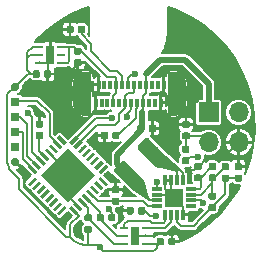
<source format=gbr>
G04 #@! TF.GenerationSoftware,KiCad,Pcbnew,6.0.0-rc1-unknown-bb2e402~84~ubuntu18.04.1*
G04 #@! TF.CreationDate,2019-10-28T15:28:56-04:00
G04 #@! TF.ProjectId,apd,6170642e-6b69-4636-9164-5f7063625858,rev?*
G04 #@! TF.SameCoordinates,Original*
G04 #@! TF.FileFunction,Copper,L1,Top*
G04 #@! TF.FilePolarity,Positive*
%FSLAX46Y46*%
G04 Gerber Fmt 4.6, Leading zero omitted, Abs format (unit mm)*
G04 Created by KiCad (PCBNEW 6.0.0-rc1-unknown-bb2e402~84~ubuntu18.04.1) date Mon 28 Oct 2019 03:28:56 PM EDT*
%MOMM*%
%LPD*%
G04 APERTURE LIST*
%ADD10C,0.100000*%
%ADD11O,1.700000X1.700000*%
%ADD12R,1.700000X1.700000*%
%ADD13C,0.590000*%
%ADD14C,1.000000*%
%ADD15R,0.300000X0.750000*%
%ADD16C,0.700000*%
%ADD17C,0.700000*%
%ADD18R,0.700000X0.700000*%
%ADD19C,0.704800*%
%ADD20C,0.280000*%
%ADD21C,3.200000*%
%ADD22C,0.200000*%
%ADD23R,0.850000X0.300000*%
%ADD24R,0.300000X0.850000*%
%ADD25R,1.550000X1.550000*%
%ADD26R,0.800000X1.600000*%
%ADD27R,0.762000X0.254000*%
%ADD28C,1.250000*%
%ADD29R,0.729800X0.248400*%
%ADD30C,0.600000*%
%ADD31C,0.200000*%
%ADD32C,0.500000*%
G04 APERTURE END LIST*
D10*
G36*
X201715000Y-106040000D02*
G01*
X201715000Y-106290000D01*
X200465000Y-105440000D01*
X201315000Y-104540000D01*
X201715000Y-106040000D01*
G37*
G36*
X204415000Y-103540000D02*
G01*
X204115000Y-103840000D01*
X202415000Y-103440000D01*
X203215000Y-102490000D01*
X204415000Y-103540000D01*
G37*
D11*
X209340000Y-101320000D03*
X206800000Y-101320000D03*
X209340000Y-98780000D03*
D12*
X206800000Y-98780000D03*
D10*
G36*
X199106958Y-105035710D02*
G01*
X199121276Y-105037834D01*
X199135317Y-105041351D01*
X199148946Y-105046228D01*
X199162031Y-105052417D01*
X199174447Y-105059858D01*
X199186073Y-105068481D01*
X199196798Y-105078202D01*
X199206519Y-105088927D01*
X199215142Y-105100553D01*
X199222583Y-105112969D01*
X199228772Y-105126054D01*
X199233649Y-105139683D01*
X199237166Y-105153724D01*
X199239290Y-105168042D01*
X199240000Y-105182500D01*
X199240000Y-105477500D01*
X199239290Y-105491958D01*
X199237166Y-105506276D01*
X199233649Y-105520317D01*
X199228772Y-105533946D01*
X199222583Y-105547031D01*
X199215142Y-105559447D01*
X199206519Y-105571073D01*
X199196798Y-105581798D01*
X199186073Y-105591519D01*
X199174447Y-105600142D01*
X199162031Y-105607583D01*
X199148946Y-105613772D01*
X199135317Y-105618649D01*
X199121276Y-105622166D01*
X199106958Y-105624290D01*
X199092500Y-105625000D01*
X198747500Y-105625000D01*
X198733042Y-105624290D01*
X198718724Y-105622166D01*
X198704683Y-105618649D01*
X198691054Y-105613772D01*
X198677969Y-105607583D01*
X198665553Y-105600142D01*
X198653927Y-105591519D01*
X198643202Y-105581798D01*
X198633481Y-105571073D01*
X198624858Y-105559447D01*
X198617417Y-105547031D01*
X198611228Y-105533946D01*
X198606351Y-105520317D01*
X198602834Y-105506276D01*
X198600710Y-105491958D01*
X198600000Y-105477500D01*
X198600000Y-105182500D01*
X198600710Y-105168042D01*
X198602834Y-105153724D01*
X198606351Y-105139683D01*
X198611228Y-105126054D01*
X198617417Y-105112969D01*
X198624858Y-105100553D01*
X198633481Y-105088927D01*
X198643202Y-105078202D01*
X198653927Y-105068481D01*
X198665553Y-105059858D01*
X198677969Y-105052417D01*
X198691054Y-105046228D01*
X198704683Y-105041351D01*
X198718724Y-105037834D01*
X198733042Y-105035710D01*
X198747500Y-105035000D01*
X199092500Y-105035000D01*
X199106958Y-105035710D01*
X199106958Y-105035710D01*
G37*
D13*
X198920000Y-105330000D03*
D10*
G36*
X199106958Y-106005710D02*
G01*
X199121276Y-106007834D01*
X199135317Y-106011351D01*
X199148946Y-106016228D01*
X199162031Y-106022417D01*
X199174447Y-106029858D01*
X199186073Y-106038481D01*
X199196798Y-106048202D01*
X199206519Y-106058927D01*
X199215142Y-106070553D01*
X199222583Y-106082969D01*
X199228772Y-106096054D01*
X199233649Y-106109683D01*
X199237166Y-106123724D01*
X199239290Y-106138042D01*
X199240000Y-106152500D01*
X199240000Y-106447500D01*
X199239290Y-106461958D01*
X199237166Y-106476276D01*
X199233649Y-106490317D01*
X199228772Y-106503946D01*
X199222583Y-106517031D01*
X199215142Y-106529447D01*
X199206519Y-106541073D01*
X199196798Y-106551798D01*
X199186073Y-106561519D01*
X199174447Y-106570142D01*
X199162031Y-106577583D01*
X199148946Y-106583772D01*
X199135317Y-106588649D01*
X199121276Y-106592166D01*
X199106958Y-106594290D01*
X199092500Y-106595000D01*
X198747500Y-106595000D01*
X198733042Y-106594290D01*
X198718724Y-106592166D01*
X198704683Y-106588649D01*
X198691054Y-106583772D01*
X198677969Y-106577583D01*
X198665553Y-106570142D01*
X198653927Y-106561519D01*
X198643202Y-106551798D01*
X198633481Y-106541073D01*
X198624858Y-106529447D01*
X198617417Y-106517031D01*
X198611228Y-106503946D01*
X198606351Y-106490317D01*
X198602834Y-106476276D01*
X198600710Y-106461958D01*
X198600000Y-106447500D01*
X198600000Y-106152500D01*
X198600710Y-106138042D01*
X198602834Y-106123724D01*
X198606351Y-106109683D01*
X198611228Y-106096054D01*
X198617417Y-106082969D01*
X198624858Y-106070553D01*
X198633481Y-106058927D01*
X198643202Y-106048202D01*
X198653927Y-106038481D01*
X198665553Y-106029858D01*
X198677969Y-106022417D01*
X198691054Y-106016228D01*
X198704683Y-106011351D01*
X198718724Y-106007834D01*
X198733042Y-106005710D01*
X198747500Y-106005000D01*
X199092500Y-106005000D01*
X199106958Y-106005710D01*
X199106958Y-106005710D01*
G37*
D13*
X198920000Y-106300000D03*
D10*
G36*
X195226958Y-91440710D02*
G01*
X195241276Y-91442834D01*
X195255317Y-91446351D01*
X195268946Y-91451228D01*
X195282031Y-91457417D01*
X195294447Y-91464858D01*
X195306073Y-91473481D01*
X195316798Y-91483202D01*
X195326519Y-91493927D01*
X195335142Y-91505553D01*
X195342583Y-91517969D01*
X195348772Y-91531054D01*
X195353649Y-91544683D01*
X195357166Y-91558724D01*
X195359290Y-91573042D01*
X195360000Y-91587500D01*
X195360000Y-91932500D01*
X195359290Y-91946958D01*
X195357166Y-91961276D01*
X195353649Y-91975317D01*
X195348772Y-91988946D01*
X195342583Y-92002031D01*
X195335142Y-92014447D01*
X195326519Y-92026073D01*
X195316798Y-92036798D01*
X195306073Y-92046519D01*
X195294447Y-92055142D01*
X195282031Y-92062583D01*
X195268946Y-92068772D01*
X195255317Y-92073649D01*
X195241276Y-92077166D01*
X195226958Y-92079290D01*
X195212500Y-92080000D01*
X194917500Y-92080000D01*
X194903042Y-92079290D01*
X194888724Y-92077166D01*
X194874683Y-92073649D01*
X194861054Y-92068772D01*
X194847969Y-92062583D01*
X194835553Y-92055142D01*
X194823927Y-92046519D01*
X194813202Y-92036798D01*
X194803481Y-92026073D01*
X194794858Y-92014447D01*
X194787417Y-92002031D01*
X194781228Y-91988946D01*
X194776351Y-91975317D01*
X194772834Y-91961276D01*
X194770710Y-91946958D01*
X194770000Y-91932500D01*
X194770000Y-91587500D01*
X194770710Y-91573042D01*
X194772834Y-91558724D01*
X194776351Y-91544683D01*
X194781228Y-91531054D01*
X194787417Y-91517969D01*
X194794858Y-91505553D01*
X194803481Y-91493927D01*
X194813202Y-91483202D01*
X194823927Y-91473481D01*
X194835553Y-91464858D01*
X194847969Y-91457417D01*
X194861054Y-91451228D01*
X194874683Y-91446351D01*
X194888724Y-91442834D01*
X194903042Y-91440710D01*
X194917500Y-91440000D01*
X195212500Y-91440000D01*
X195226958Y-91440710D01*
X195226958Y-91440710D01*
G37*
D13*
X195065000Y-91760000D03*
D10*
G36*
X196196958Y-91440710D02*
G01*
X196211276Y-91442834D01*
X196225317Y-91446351D01*
X196238946Y-91451228D01*
X196252031Y-91457417D01*
X196264447Y-91464858D01*
X196276073Y-91473481D01*
X196286798Y-91483202D01*
X196296519Y-91493927D01*
X196305142Y-91505553D01*
X196312583Y-91517969D01*
X196318772Y-91531054D01*
X196323649Y-91544683D01*
X196327166Y-91558724D01*
X196329290Y-91573042D01*
X196330000Y-91587500D01*
X196330000Y-91932500D01*
X196329290Y-91946958D01*
X196327166Y-91961276D01*
X196323649Y-91975317D01*
X196318772Y-91988946D01*
X196312583Y-92002031D01*
X196305142Y-92014447D01*
X196296519Y-92026073D01*
X196286798Y-92036798D01*
X196276073Y-92046519D01*
X196264447Y-92055142D01*
X196252031Y-92062583D01*
X196238946Y-92068772D01*
X196225317Y-92073649D01*
X196211276Y-92077166D01*
X196196958Y-92079290D01*
X196182500Y-92080000D01*
X195887500Y-92080000D01*
X195873042Y-92079290D01*
X195858724Y-92077166D01*
X195844683Y-92073649D01*
X195831054Y-92068772D01*
X195817969Y-92062583D01*
X195805553Y-92055142D01*
X195793927Y-92046519D01*
X195783202Y-92036798D01*
X195773481Y-92026073D01*
X195764858Y-92014447D01*
X195757417Y-92002031D01*
X195751228Y-91988946D01*
X195746351Y-91975317D01*
X195742834Y-91961276D01*
X195740710Y-91946958D01*
X195740000Y-91932500D01*
X195740000Y-91587500D01*
X195740710Y-91573042D01*
X195742834Y-91558724D01*
X195746351Y-91544683D01*
X195751228Y-91531054D01*
X195757417Y-91517969D01*
X195764858Y-91505553D01*
X195773481Y-91493927D01*
X195783202Y-91483202D01*
X195793927Y-91473481D01*
X195805553Y-91464858D01*
X195817969Y-91457417D01*
X195831054Y-91451228D01*
X195844683Y-91446351D01*
X195858724Y-91442834D01*
X195873042Y-91440710D01*
X195887500Y-91440000D01*
X196182500Y-91440000D01*
X196196958Y-91440710D01*
X196196958Y-91440710D01*
G37*
D13*
X196035000Y-91760000D03*
D10*
G36*
X198131958Y-100420710D02*
G01*
X198146276Y-100422834D01*
X198160317Y-100426351D01*
X198173946Y-100431228D01*
X198187031Y-100437417D01*
X198199447Y-100444858D01*
X198211073Y-100453481D01*
X198221798Y-100463202D01*
X198231519Y-100473927D01*
X198240142Y-100485553D01*
X198247583Y-100497969D01*
X198253772Y-100511054D01*
X198258649Y-100524683D01*
X198262166Y-100538724D01*
X198264290Y-100553042D01*
X198265000Y-100567500D01*
X198265000Y-100912500D01*
X198264290Y-100926958D01*
X198262166Y-100941276D01*
X198258649Y-100955317D01*
X198253772Y-100968946D01*
X198247583Y-100982031D01*
X198240142Y-100994447D01*
X198231519Y-101006073D01*
X198221798Y-101016798D01*
X198211073Y-101026519D01*
X198199447Y-101035142D01*
X198187031Y-101042583D01*
X198173946Y-101048772D01*
X198160317Y-101053649D01*
X198146276Y-101057166D01*
X198131958Y-101059290D01*
X198117500Y-101060000D01*
X197822500Y-101060000D01*
X197808042Y-101059290D01*
X197793724Y-101057166D01*
X197779683Y-101053649D01*
X197766054Y-101048772D01*
X197752969Y-101042583D01*
X197740553Y-101035142D01*
X197728927Y-101026519D01*
X197718202Y-101016798D01*
X197708481Y-101006073D01*
X197699858Y-100994447D01*
X197692417Y-100982031D01*
X197686228Y-100968946D01*
X197681351Y-100955317D01*
X197677834Y-100941276D01*
X197675710Y-100926958D01*
X197675000Y-100912500D01*
X197675000Y-100567500D01*
X197675710Y-100553042D01*
X197677834Y-100538724D01*
X197681351Y-100524683D01*
X197686228Y-100511054D01*
X197692417Y-100497969D01*
X197699858Y-100485553D01*
X197708481Y-100473927D01*
X197718202Y-100463202D01*
X197728927Y-100453481D01*
X197740553Y-100444858D01*
X197752969Y-100437417D01*
X197766054Y-100431228D01*
X197779683Y-100426351D01*
X197793724Y-100422834D01*
X197808042Y-100420710D01*
X197822500Y-100420000D01*
X198117500Y-100420000D01*
X198131958Y-100420710D01*
X198131958Y-100420710D01*
G37*
D13*
X197970000Y-100740000D03*
D10*
G36*
X199101958Y-100420710D02*
G01*
X199116276Y-100422834D01*
X199130317Y-100426351D01*
X199143946Y-100431228D01*
X199157031Y-100437417D01*
X199169447Y-100444858D01*
X199181073Y-100453481D01*
X199191798Y-100463202D01*
X199201519Y-100473927D01*
X199210142Y-100485553D01*
X199217583Y-100497969D01*
X199223772Y-100511054D01*
X199228649Y-100524683D01*
X199232166Y-100538724D01*
X199234290Y-100553042D01*
X199235000Y-100567500D01*
X199235000Y-100912500D01*
X199234290Y-100926958D01*
X199232166Y-100941276D01*
X199228649Y-100955317D01*
X199223772Y-100968946D01*
X199217583Y-100982031D01*
X199210142Y-100994447D01*
X199201519Y-101006073D01*
X199191798Y-101016798D01*
X199181073Y-101026519D01*
X199169447Y-101035142D01*
X199157031Y-101042583D01*
X199143946Y-101048772D01*
X199130317Y-101053649D01*
X199116276Y-101057166D01*
X199101958Y-101059290D01*
X199087500Y-101060000D01*
X198792500Y-101060000D01*
X198778042Y-101059290D01*
X198763724Y-101057166D01*
X198749683Y-101053649D01*
X198736054Y-101048772D01*
X198722969Y-101042583D01*
X198710553Y-101035142D01*
X198698927Y-101026519D01*
X198688202Y-101016798D01*
X198678481Y-101006073D01*
X198669858Y-100994447D01*
X198662417Y-100982031D01*
X198656228Y-100968946D01*
X198651351Y-100955317D01*
X198647834Y-100941276D01*
X198645710Y-100926958D01*
X198645000Y-100912500D01*
X198645000Y-100567500D01*
X198645710Y-100553042D01*
X198647834Y-100538724D01*
X198651351Y-100524683D01*
X198656228Y-100511054D01*
X198662417Y-100497969D01*
X198669858Y-100485553D01*
X198678481Y-100473927D01*
X198688202Y-100463202D01*
X198698927Y-100453481D01*
X198710553Y-100444858D01*
X198722969Y-100437417D01*
X198736054Y-100431228D01*
X198749683Y-100426351D01*
X198763724Y-100422834D01*
X198778042Y-100420710D01*
X198792500Y-100420000D01*
X199087500Y-100420000D01*
X199101958Y-100420710D01*
X199101958Y-100420710D01*
G37*
D13*
X198940000Y-100740000D03*
D10*
G36*
X197796958Y-107376710D02*
G01*
X197811276Y-107378834D01*
X197825317Y-107382351D01*
X197838946Y-107387228D01*
X197852031Y-107393417D01*
X197864447Y-107400858D01*
X197876073Y-107409481D01*
X197886798Y-107419202D01*
X197896519Y-107429927D01*
X197905142Y-107441553D01*
X197912583Y-107453969D01*
X197918772Y-107467054D01*
X197923649Y-107480683D01*
X197927166Y-107494724D01*
X197929290Y-107509042D01*
X197930000Y-107523500D01*
X197930000Y-107868500D01*
X197929290Y-107882958D01*
X197927166Y-107897276D01*
X197923649Y-107911317D01*
X197918772Y-107924946D01*
X197912583Y-107938031D01*
X197905142Y-107950447D01*
X197896519Y-107962073D01*
X197886798Y-107972798D01*
X197876073Y-107982519D01*
X197864447Y-107991142D01*
X197852031Y-107998583D01*
X197838946Y-108004772D01*
X197825317Y-108009649D01*
X197811276Y-108013166D01*
X197796958Y-108015290D01*
X197782500Y-108016000D01*
X197487500Y-108016000D01*
X197473042Y-108015290D01*
X197458724Y-108013166D01*
X197444683Y-108009649D01*
X197431054Y-108004772D01*
X197417969Y-107998583D01*
X197405553Y-107991142D01*
X197393927Y-107982519D01*
X197383202Y-107972798D01*
X197373481Y-107962073D01*
X197364858Y-107950447D01*
X197357417Y-107938031D01*
X197351228Y-107924946D01*
X197346351Y-107911317D01*
X197342834Y-107897276D01*
X197340710Y-107882958D01*
X197340000Y-107868500D01*
X197340000Y-107523500D01*
X197340710Y-107509042D01*
X197342834Y-107494724D01*
X197346351Y-107480683D01*
X197351228Y-107467054D01*
X197357417Y-107453969D01*
X197364858Y-107441553D01*
X197373481Y-107429927D01*
X197383202Y-107419202D01*
X197393927Y-107409481D01*
X197405553Y-107400858D01*
X197417969Y-107393417D01*
X197431054Y-107387228D01*
X197444683Y-107382351D01*
X197458724Y-107378834D01*
X197473042Y-107376710D01*
X197487500Y-107376000D01*
X197782500Y-107376000D01*
X197796958Y-107376710D01*
X197796958Y-107376710D01*
G37*
D13*
X197635000Y-107696000D03*
D10*
G36*
X198766958Y-107376710D02*
G01*
X198781276Y-107378834D01*
X198795317Y-107382351D01*
X198808946Y-107387228D01*
X198822031Y-107393417D01*
X198834447Y-107400858D01*
X198846073Y-107409481D01*
X198856798Y-107419202D01*
X198866519Y-107429927D01*
X198875142Y-107441553D01*
X198882583Y-107453969D01*
X198888772Y-107467054D01*
X198893649Y-107480683D01*
X198897166Y-107494724D01*
X198899290Y-107509042D01*
X198900000Y-107523500D01*
X198900000Y-107868500D01*
X198899290Y-107882958D01*
X198897166Y-107897276D01*
X198893649Y-107911317D01*
X198888772Y-107924946D01*
X198882583Y-107938031D01*
X198875142Y-107950447D01*
X198866519Y-107962073D01*
X198856798Y-107972798D01*
X198846073Y-107982519D01*
X198834447Y-107991142D01*
X198822031Y-107998583D01*
X198808946Y-108004772D01*
X198795317Y-108009649D01*
X198781276Y-108013166D01*
X198766958Y-108015290D01*
X198752500Y-108016000D01*
X198457500Y-108016000D01*
X198443042Y-108015290D01*
X198428724Y-108013166D01*
X198414683Y-108009649D01*
X198401054Y-108004772D01*
X198387969Y-107998583D01*
X198375553Y-107991142D01*
X198363927Y-107982519D01*
X198353202Y-107972798D01*
X198343481Y-107962073D01*
X198334858Y-107950447D01*
X198327417Y-107938031D01*
X198321228Y-107924946D01*
X198316351Y-107911317D01*
X198312834Y-107897276D01*
X198310710Y-107882958D01*
X198310000Y-107868500D01*
X198310000Y-107523500D01*
X198310710Y-107509042D01*
X198312834Y-107494724D01*
X198316351Y-107480683D01*
X198321228Y-107467054D01*
X198327417Y-107453969D01*
X198334858Y-107441553D01*
X198343481Y-107429927D01*
X198353202Y-107419202D01*
X198363927Y-107409481D01*
X198375553Y-107400858D01*
X198387969Y-107393417D01*
X198401054Y-107387228D01*
X198414683Y-107382351D01*
X198428724Y-107378834D01*
X198443042Y-107376710D01*
X198457500Y-107376000D01*
X198752500Y-107376000D01*
X198766958Y-107376710D01*
X198766958Y-107376710D01*
G37*
D13*
X198605000Y-107696000D03*
D10*
G36*
X209496958Y-103080710D02*
G01*
X209511276Y-103082834D01*
X209525317Y-103086351D01*
X209538946Y-103091228D01*
X209552031Y-103097417D01*
X209564447Y-103104858D01*
X209576073Y-103113481D01*
X209586798Y-103123202D01*
X209596519Y-103133927D01*
X209605142Y-103145553D01*
X209612583Y-103157969D01*
X209618772Y-103171054D01*
X209623649Y-103184683D01*
X209627166Y-103198724D01*
X209629290Y-103213042D01*
X209630000Y-103227500D01*
X209630000Y-103522500D01*
X209629290Y-103536958D01*
X209627166Y-103551276D01*
X209623649Y-103565317D01*
X209618772Y-103578946D01*
X209612583Y-103592031D01*
X209605142Y-103604447D01*
X209596519Y-103616073D01*
X209586798Y-103626798D01*
X209576073Y-103636519D01*
X209564447Y-103645142D01*
X209552031Y-103652583D01*
X209538946Y-103658772D01*
X209525317Y-103663649D01*
X209511276Y-103667166D01*
X209496958Y-103669290D01*
X209482500Y-103670000D01*
X209137500Y-103670000D01*
X209123042Y-103669290D01*
X209108724Y-103667166D01*
X209094683Y-103663649D01*
X209081054Y-103658772D01*
X209067969Y-103652583D01*
X209055553Y-103645142D01*
X209043927Y-103636519D01*
X209033202Y-103626798D01*
X209023481Y-103616073D01*
X209014858Y-103604447D01*
X209007417Y-103592031D01*
X209001228Y-103578946D01*
X208996351Y-103565317D01*
X208992834Y-103551276D01*
X208990710Y-103536958D01*
X208990000Y-103522500D01*
X208990000Y-103227500D01*
X208990710Y-103213042D01*
X208992834Y-103198724D01*
X208996351Y-103184683D01*
X209001228Y-103171054D01*
X209007417Y-103157969D01*
X209014858Y-103145553D01*
X209023481Y-103133927D01*
X209033202Y-103123202D01*
X209043927Y-103113481D01*
X209055553Y-103104858D01*
X209067969Y-103097417D01*
X209081054Y-103091228D01*
X209094683Y-103086351D01*
X209108724Y-103082834D01*
X209123042Y-103080710D01*
X209137500Y-103080000D01*
X209482500Y-103080000D01*
X209496958Y-103080710D01*
X209496958Y-103080710D01*
G37*
D13*
X209310000Y-103375000D03*
D10*
G36*
X209496958Y-104050710D02*
G01*
X209511276Y-104052834D01*
X209525317Y-104056351D01*
X209538946Y-104061228D01*
X209552031Y-104067417D01*
X209564447Y-104074858D01*
X209576073Y-104083481D01*
X209586798Y-104093202D01*
X209596519Y-104103927D01*
X209605142Y-104115553D01*
X209612583Y-104127969D01*
X209618772Y-104141054D01*
X209623649Y-104154683D01*
X209627166Y-104168724D01*
X209629290Y-104183042D01*
X209630000Y-104197500D01*
X209630000Y-104492500D01*
X209629290Y-104506958D01*
X209627166Y-104521276D01*
X209623649Y-104535317D01*
X209618772Y-104548946D01*
X209612583Y-104562031D01*
X209605142Y-104574447D01*
X209596519Y-104586073D01*
X209586798Y-104596798D01*
X209576073Y-104606519D01*
X209564447Y-104615142D01*
X209552031Y-104622583D01*
X209538946Y-104628772D01*
X209525317Y-104633649D01*
X209511276Y-104637166D01*
X209496958Y-104639290D01*
X209482500Y-104640000D01*
X209137500Y-104640000D01*
X209123042Y-104639290D01*
X209108724Y-104637166D01*
X209094683Y-104633649D01*
X209081054Y-104628772D01*
X209067969Y-104622583D01*
X209055553Y-104615142D01*
X209043927Y-104606519D01*
X209033202Y-104596798D01*
X209023481Y-104586073D01*
X209014858Y-104574447D01*
X209007417Y-104562031D01*
X209001228Y-104548946D01*
X208996351Y-104535317D01*
X208992834Y-104521276D01*
X208990710Y-104506958D01*
X208990000Y-104492500D01*
X208990000Y-104197500D01*
X208990710Y-104183042D01*
X208992834Y-104168724D01*
X208996351Y-104154683D01*
X209001228Y-104141054D01*
X209007417Y-104127969D01*
X209014858Y-104115553D01*
X209023481Y-104103927D01*
X209033202Y-104093202D01*
X209043927Y-104083481D01*
X209055553Y-104074858D01*
X209067969Y-104067417D01*
X209081054Y-104061228D01*
X209094683Y-104056351D01*
X209108724Y-104052834D01*
X209123042Y-104050710D01*
X209137500Y-104050000D01*
X209482500Y-104050000D01*
X209496958Y-104050710D01*
X209496958Y-104050710D01*
G37*
D13*
X209310000Y-104345000D03*
D10*
G36*
X208396958Y-104050710D02*
G01*
X208411276Y-104052834D01*
X208425317Y-104056351D01*
X208438946Y-104061228D01*
X208452031Y-104067417D01*
X208464447Y-104074858D01*
X208476073Y-104083481D01*
X208486798Y-104093202D01*
X208496519Y-104103927D01*
X208505142Y-104115553D01*
X208512583Y-104127969D01*
X208518772Y-104141054D01*
X208523649Y-104154683D01*
X208527166Y-104168724D01*
X208529290Y-104183042D01*
X208530000Y-104197500D01*
X208530000Y-104492500D01*
X208529290Y-104506958D01*
X208527166Y-104521276D01*
X208523649Y-104535317D01*
X208518772Y-104548946D01*
X208512583Y-104562031D01*
X208505142Y-104574447D01*
X208496519Y-104586073D01*
X208486798Y-104596798D01*
X208476073Y-104606519D01*
X208464447Y-104615142D01*
X208452031Y-104622583D01*
X208438946Y-104628772D01*
X208425317Y-104633649D01*
X208411276Y-104637166D01*
X208396958Y-104639290D01*
X208382500Y-104640000D01*
X208037500Y-104640000D01*
X208023042Y-104639290D01*
X208008724Y-104637166D01*
X207994683Y-104633649D01*
X207981054Y-104628772D01*
X207967969Y-104622583D01*
X207955553Y-104615142D01*
X207943927Y-104606519D01*
X207933202Y-104596798D01*
X207923481Y-104586073D01*
X207914858Y-104574447D01*
X207907417Y-104562031D01*
X207901228Y-104548946D01*
X207896351Y-104535317D01*
X207892834Y-104521276D01*
X207890710Y-104506958D01*
X207890000Y-104492500D01*
X207890000Y-104197500D01*
X207890710Y-104183042D01*
X207892834Y-104168724D01*
X207896351Y-104154683D01*
X207901228Y-104141054D01*
X207907417Y-104127969D01*
X207914858Y-104115553D01*
X207923481Y-104103927D01*
X207933202Y-104093202D01*
X207943927Y-104083481D01*
X207955553Y-104074858D01*
X207967969Y-104067417D01*
X207981054Y-104061228D01*
X207994683Y-104056351D01*
X208008724Y-104052834D01*
X208023042Y-104050710D01*
X208037500Y-104050000D01*
X208382500Y-104050000D01*
X208396958Y-104050710D01*
X208396958Y-104050710D01*
G37*
D13*
X208210000Y-104345000D03*
D10*
G36*
X208396958Y-103080710D02*
G01*
X208411276Y-103082834D01*
X208425317Y-103086351D01*
X208438946Y-103091228D01*
X208452031Y-103097417D01*
X208464447Y-103104858D01*
X208476073Y-103113481D01*
X208486798Y-103123202D01*
X208496519Y-103133927D01*
X208505142Y-103145553D01*
X208512583Y-103157969D01*
X208518772Y-103171054D01*
X208523649Y-103184683D01*
X208527166Y-103198724D01*
X208529290Y-103213042D01*
X208530000Y-103227500D01*
X208530000Y-103522500D01*
X208529290Y-103536958D01*
X208527166Y-103551276D01*
X208523649Y-103565317D01*
X208518772Y-103578946D01*
X208512583Y-103592031D01*
X208505142Y-103604447D01*
X208496519Y-103616073D01*
X208486798Y-103626798D01*
X208476073Y-103636519D01*
X208464447Y-103645142D01*
X208452031Y-103652583D01*
X208438946Y-103658772D01*
X208425317Y-103663649D01*
X208411276Y-103667166D01*
X208396958Y-103669290D01*
X208382500Y-103670000D01*
X208037500Y-103670000D01*
X208023042Y-103669290D01*
X208008724Y-103667166D01*
X207994683Y-103663649D01*
X207981054Y-103658772D01*
X207967969Y-103652583D01*
X207955553Y-103645142D01*
X207943927Y-103636519D01*
X207933202Y-103626798D01*
X207923481Y-103616073D01*
X207914858Y-103604447D01*
X207907417Y-103592031D01*
X207901228Y-103578946D01*
X207896351Y-103565317D01*
X207892834Y-103551276D01*
X207890710Y-103536958D01*
X207890000Y-103522500D01*
X207890000Y-103227500D01*
X207890710Y-103213042D01*
X207892834Y-103198724D01*
X207896351Y-103184683D01*
X207901228Y-103171054D01*
X207907417Y-103157969D01*
X207914858Y-103145553D01*
X207923481Y-103133927D01*
X207933202Y-103123202D01*
X207943927Y-103113481D01*
X207955553Y-103104858D01*
X207967969Y-103097417D01*
X207981054Y-103091228D01*
X207994683Y-103086351D01*
X208008724Y-103082834D01*
X208023042Y-103080710D01*
X208037500Y-103080000D01*
X208382500Y-103080000D01*
X208396958Y-103080710D01*
X208396958Y-103080710D01*
G37*
D13*
X208210000Y-103375000D03*
D10*
G36*
X207296958Y-104025710D02*
G01*
X207311276Y-104027834D01*
X207325317Y-104031351D01*
X207338946Y-104036228D01*
X207352031Y-104042417D01*
X207364447Y-104049858D01*
X207376073Y-104058481D01*
X207386798Y-104068202D01*
X207396519Y-104078927D01*
X207405142Y-104090553D01*
X207412583Y-104102969D01*
X207418772Y-104116054D01*
X207423649Y-104129683D01*
X207427166Y-104143724D01*
X207429290Y-104158042D01*
X207430000Y-104172500D01*
X207430000Y-104467500D01*
X207429290Y-104481958D01*
X207427166Y-104496276D01*
X207423649Y-104510317D01*
X207418772Y-104523946D01*
X207412583Y-104537031D01*
X207405142Y-104549447D01*
X207396519Y-104561073D01*
X207386798Y-104571798D01*
X207376073Y-104581519D01*
X207364447Y-104590142D01*
X207352031Y-104597583D01*
X207338946Y-104603772D01*
X207325317Y-104608649D01*
X207311276Y-104612166D01*
X207296958Y-104614290D01*
X207282500Y-104615000D01*
X206937500Y-104615000D01*
X206923042Y-104614290D01*
X206908724Y-104612166D01*
X206894683Y-104608649D01*
X206881054Y-104603772D01*
X206867969Y-104597583D01*
X206855553Y-104590142D01*
X206843927Y-104581519D01*
X206833202Y-104571798D01*
X206823481Y-104561073D01*
X206814858Y-104549447D01*
X206807417Y-104537031D01*
X206801228Y-104523946D01*
X206796351Y-104510317D01*
X206792834Y-104496276D01*
X206790710Y-104481958D01*
X206790000Y-104467500D01*
X206790000Y-104172500D01*
X206790710Y-104158042D01*
X206792834Y-104143724D01*
X206796351Y-104129683D01*
X206801228Y-104116054D01*
X206807417Y-104102969D01*
X206814858Y-104090553D01*
X206823481Y-104078927D01*
X206833202Y-104068202D01*
X206843927Y-104058481D01*
X206855553Y-104049858D01*
X206867969Y-104042417D01*
X206881054Y-104036228D01*
X206894683Y-104031351D01*
X206908724Y-104027834D01*
X206923042Y-104025710D01*
X206937500Y-104025000D01*
X207282500Y-104025000D01*
X207296958Y-104025710D01*
X207296958Y-104025710D01*
G37*
D13*
X207110000Y-104320000D03*
D10*
G36*
X207296958Y-103055710D02*
G01*
X207311276Y-103057834D01*
X207325317Y-103061351D01*
X207338946Y-103066228D01*
X207352031Y-103072417D01*
X207364447Y-103079858D01*
X207376073Y-103088481D01*
X207386798Y-103098202D01*
X207396519Y-103108927D01*
X207405142Y-103120553D01*
X207412583Y-103132969D01*
X207418772Y-103146054D01*
X207423649Y-103159683D01*
X207427166Y-103173724D01*
X207429290Y-103188042D01*
X207430000Y-103202500D01*
X207430000Y-103497500D01*
X207429290Y-103511958D01*
X207427166Y-103526276D01*
X207423649Y-103540317D01*
X207418772Y-103553946D01*
X207412583Y-103567031D01*
X207405142Y-103579447D01*
X207396519Y-103591073D01*
X207386798Y-103601798D01*
X207376073Y-103611519D01*
X207364447Y-103620142D01*
X207352031Y-103627583D01*
X207338946Y-103633772D01*
X207325317Y-103638649D01*
X207311276Y-103642166D01*
X207296958Y-103644290D01*
X207282500Y-103645000D01*
X206937500Y-103645000D01*
X206923042Y-103644290D01*
X206908724Y-103642166D01*
X206894683Y-103638649D01*
X206881054Y-103633772D01*
X206867969Y-103627583D01*
X206855553Y-103620142D01*
X206843927Y-103611519D01*
X206833202Y-103601798D01*
X206823481Y-103591073D01*
X206814858Y-103579447D01*
X206807417Y-103567031D01*
X206801228Y-103553946D01*
X206796351Y-103540317D01*
X206792834Y-103526276D01*
X206790710Y-103511958D01*
X206790000Y-103497500D01*
X206790000Y-103202500D01*
X206790710Y-103188042D01*
X206792834Y-103173724D01*
X206796351Y-103159683D01*
X206801228Y-103146054D01*
X206807417Y-103132969D01*
X206814858Y-103120553D01*
X206823481Y-103108927D01*
X206833202Y-103098202D01*
X206843927Y-103088481D01*
X206855553Y-103079858D01*
X206867969Y-103072417D01*
X206881054Y-103066228D01*
X206894683Y-103061351D01*
X206908724Y-103057834D01*
X206923042Y-103055710D01*
X206937500Y-103055000D01*
X207282500Y-103055000D01*
X207296958Y-103055710D01*
X207296958Y-103055710D01*
G37*
D13*
X207110000Y-103350000D03*
D10*
G36*
X205036958Y-102580710D02*
G01*
X205051276Y-102582834D01*
X205065317Y-102586351D01*
X205078946Y-102591228D01*
X205092031Y-102597417D01*
X205104447Y-102604858D01*
X205116073Y-102613481D01*
X205126798Y-102623202D01*
X205136519Y-102633927D01*
X205145142Y-102645553D01*
X205152583Y-102657969D01*
X205158772Y-102671054D01*
X205163649Y-102684683D01*
X205167166Y-102698724D01*
X205169290Y-102713042D01*
X205170000Y-102727500D01*
X205170000Y-103022500D01*
X205169290Y-103036958D01*
X205167166Y-103051276D01*
X205163649Y-103065317D01*
X205158772Y-103078946D01*
X205152583Y-103092031D01*
X205145142Y-103104447D01*
X205136519Y-103116073D01*
X205126798Y-103126798D01*
X205116073Y-103136519D01*
X205104447Y-103145142D01*
X205092031Y-103152583D01*
X205078946Y-103158772D01*
X205065317Y-103163649D01*
X205051276Y-103167166D01*
X205036958Y-103169290D01*
X205022500Y-103170000D01*
X204677500Y-103170000D01*
X204663042Y-103169290D01*
X204648724Y-103167166D01*
X204634683Y-103163649D01*
X204621054Y-103158772D01*
X204607969Y-103152583D01*
X204595553Y-103145142D01*
X204583927Y-103136519D01*
X204573202Y-103126798D01*
X204563481Y-103116073D01*
X204554858Y-103104447D01*
X204547417Y-103092031D01*
X204541228Y-103078946D01*
X204536351Y-103065317D01*
X204532834Y-103051276D01*
X204530710Y-103036958D01*
X204530000Y-103022500D01*
X204530000Y-102727500D01*
X204530710Y-102713042D01*
X204532834Y-102698724D01*
X204536351Y-102684683D01*
X204541228Y-102671054D01*
X204547417Y-102657969D01*
X204554858Y-102645553D01*
X204563481Y-102633927D01*
X204573202Y-102623202D01*
X204583927Y-102613481D01*
X204595553Y-102604858D01*
X204607969Y-102597417D01*
X204621054Y-102591228D01*
X204634683Y-102586351D01*
X204648724Y-102582834D01*
X204663042Y-102580710D01*
X204677500Y-102580000D01*
X205022500Y-102580000D01*
X205036958Y-102580710D01*
X205036958Y-102580710D01*
G37*
D13*
X204850000Y-102875000D03*
D10*
G36*
X205036958Y-101610710D02*
G01*
X205051276Y-101612834D01*
X205065317Y-101616351D01*
X205078946Y-101621228D01*
X205092031Y-101627417D01*
X205104447Y-101634858D01*
X205116073Y-101643481D01*
X205126798Y-101653202D01*
X205136519Y-101663927D01*
X205145142Y-101675553D01*
X205152583Y-101687969D01*
X205158772Y-101701054D01*
X205163649Y-101714683D01*
X205167166Y-101728724D01*
X205169290Y-101743042D01*
X205170000Y-101757500D01*
X205170000Y-102052500D01*
X205169290Y-102066958D01*
X205167166Y-102081276D01*
X205163649Y-102095317D01*
X205158772Y-102108946D01*
X205152583Y-102122031D01*
X205145142Y-102134447D01*
X205136519Y-102146073D01*
X205126798Y-102156798D01*
X205116073Y-102166519D01*
X205104447Y-102175142D01*
X205092031Y-102182583D01*
X205078946Y-102188772D01*
X205065317Y-102193649D01*
X205051276Y-102197166D01*
X205036958Y-102199290D01*
X205022500Y-102200000D01*
X204677500Y-102200000D01*
X204663042Y-102199290D01*
X204648724Y-102197166D01*
X204634683Y-102193649D01*
X204621054Y-102188772D01*
X204607969Y-102182583D01*
X204595553Y-102175142D01*
X204583927Y-102166519D01*
X204573202Y-102156798D01*
X204563481Y-102146073D01*
X204554858Y-102134447D01*
X204547417Y-102122031D01*
X204541228Y-102108946D01*
X204536351Y-102095317D01*
X204532834Y-102081276D01*
X204530710Y-102066958D01*
X204530000Y-102052500D01*
X204530000Y-101757500D01*
X204530710Y-101743042D01*
X204532834Y-101728724D01*
X204536351Y-101714683D01*
X204541228Y-101701054D01*
X204547417Y-101687969D01*
X204554858Y-101675553D01*
X204563481Y-101663927D01*
X204573202Y-101653202D01*
X204583927Y-101643481D01*
X204595553Y-101634858D01*
X204607969Y-101627417D01*
X204621054Y-101621228D01*
X204634683Y-101616351D01*
X204648724Y-101612834D01*
X204663042Y-101610710D01*
X204677500Y-101610000D01*
X205022500Y-101610000D01*
X205036958Y-101610710D01*
X205036958Y-101610710D01*
G37*
D13*
X204850000Y-101905000D03*
D10*
G36*
X200306958Y-106790710D02*
G01*
X200321276Y-106792834D01*
X200335317Y-106796351D01*
X200348946Y-106801228D01*
X200362031Y-106807417D01*
X200374447Y-106814858D01*
X200386073Y-106823481D01*
X200396798Y-106833202D01*
X200406519Y-106843927D01*
X200415142Y-106855553D01*
X200422583Y-106867969D01*
X200428772Y-106881054D01*
X200433649Y-106894683D01*
X200437166Y-106908724D01*
X200439290Y-106923042D01*
X200440000Y-106937500D01*
X200440000Y-107282500D01*
X200439290Y-107296958D01*
X200437166Y-107311276D01*
X200433649Y-107325317D01*
X200428772Y-107338946D01*
X200422583Y-107352031D01*
X200415142Y-107364447D01*
X200406519Y-107376073D01*
X200396798Y-107386798D01*
X200386073Y-107396519D01*
X200374447Y-107405142D01*
X200362031Y-107412583D01*
X200348946Y-107418772D01*
X200335317Y-107423649D01*
X200321276Y-107427166D01*
X200306958Y-107429290D01*
X200292500Y-107430000D01*
X199997500Y-107430000D01*
X199983042Y-107429290D01*
X199968724Y-107427166D01*
X199954683Y-107423649D01*
X199941054Y-107418772D01*
X199927969Y-107412583D01*
X199915553Y-107405142D01*
X199903927Y-107396519D01*
X199893202Y-107386798D01*
X199883481Y-107376073D01*
X199874858Y-107364447D01*
X199867417Y-107352031D01*
X199861228Y-107338946D01*
X199856351Y-107325317D01*
X199852834Y-107311276D01*
X199850710Y-107296958D01*
X199850000Y-107282500D01*
X199850000Y-106937500D01*
X199850710Y-106923042D01*
X199852834Y-106908724D01*
X199856351Y-106894683D01*
X199861228Y-106881054D01*
X199867417Y-106867969D01*
X199874858Y-106855553D01*
X199883481Y-106843927D01*
X199893202Y-106833202D01*
X199903927Y-106823481D01*
X199915553Y-106814858D01*
X199927969Y-106807417D01*
X199941054Y-106801228D01*
X199954683Y-106796351D01*
X199968724Y-106792834D01*
X199983042Y-106790710D01*
X199997500Y-106790000D01*
X200292500Y-106790000D01*
X200306958Y-106790710D01*
X200306958Y-106790710D01*
G37*
D13*
X200145000Y-107110000D03*
D10*
G36*
X201276958Y-106790710D02*
G01*
X201291276Y-106792834D01*
X201305317Y-106796351D01*
X201318946Y-106801228D01*
X201332031Y-106807417D01*
X201344447Y-106814858D01*
X201356073Y-106823481D01*
X201366798Y-106833202D01*
X201376519Y-106843927D01*
X201385142Y-106855553D01*
X201392583Y-106867969D01*
X201398772Y-106881054D01*
X201403649Y-106894683D01*
X201407166Y-106908724D01*
X201409290Y-106923042D01*
X201410000Y-106937500D01*
X201410000Y-107282500D01*
X201409290Y-107296958D01*
X201407166Y-107311276D01*
X201403649Y-107325317D01*
X201398772Y-107338946D01*
X201392583Y-107352031D01*
X201385142Y-107364447D01*
X201376519Y-107376073D01*
X201366798Y-107386798D01*
X201356073Y-107396519D01*
X201344447Y-107405142D01*
X201332031Y-107412583D01*
X201318946Y-107418772D01*
X201305317Y-107423649D01*
X201291276Y-107427166D01*
X201276958Y-107429290D01*
X201262500Y-107430000D01*
X200967500Y-107430000D01*
X200953042Y-107429290D01*
X200938724Y-107427166D01*
X200924683Y-107423649D01*
X200911054Y-107418772D01*
X200897969Y-107412583D01*
X200885553Y-107405142D01*
X200873927Y-107396519D01*
X200863202Y-107386798D01*
X200853481Y-107376073D01*
X200844858Y-107364447D01*
X200837417Y-107352031D01*
X200831228Y-107338946D01*
X200826351Y-107325317D01*
X200822834Y-107311276D01*
X200820710Y-107296958D01*
X200820000Y-107282500D01*
X200820000Y-106937500D01*
X200820710Y-106923042D01*
X200822834Y-106908724D01*
X200826351Y-106894683D01*
X200831228Y-106881054D01*
X200837417Y-106867969D01*
X200844858Y-106855553D01*
X200853481Y-106843927D01*
X200863202Y-106833202D01*
X200873927Y-106823481D01*
X200885553Y-106814858D01*
X200897969Y-106807417D01*
X200911054Y-106801228D01*
X200924683Y-106796351D01*
X200938724Y-106792834D01*
X200953042Y-106790710D01*
X200967500Y-106790000D01*
X201262500Y-106790000D01*
X201276958Y-106790710D01*
X201276958Y-106790710D01*
G37*
D13*
X201115000Y-107110000D03*
D10*
G36*
X196782958Y-107424710D02*
G01*
X196797276Y-107426834D01*
X196811317Y-107430351D01*
X196824946Y-107435228D01*
X196838031Y-107441417D01*
X196850447Y-107448858D01*
X196862073Y-107457481D01*
X196872798Y-107467202D01*
X196882519Y-107477927D01*
X196891142Y-107489553D01*
X196898583Y-107501969D01*
X196904772Y-107515054D01*
X196909649Y-107528683D01*
X196913166Y-107542724D01*
X196915290Y-107557042D01*
X196916000Y-107571500D01*
X196916000Y-107866500D01*
X196915290Y-107880958D01*
X196913166Y-107895276D01*
X196909649Y-107909317D01*
X196904772Y-107922946D01*
X196898583Y-107936031D01*
X196891142Y-107948447D01*
X196882519Y-107960073D01*
X196872798Y-107970798D01*
X196862073Y-107980519D01*
X196850447Y-107989142D01*
X196838031Y-107996583D01*
X196824946Y-108002772D01*
X196811317Y-108007649D01*
X196797276Y-108011166D01*
X196782958Y-108013290D01*
X196768500Y-108014000D01*
X196423500Y-108014000D01*
X196409042Y-108013290D01*
X196394724Y-108011166D01*
X196380683Y-108007649D01*
X196367054Y-108002772D01*
X196353969Y-107996583D01*
X196341553Y-107989142D01*
X196329927Y-107980519D01*
X196319202Y-107970798D01*
X196309481Y-107960073D01*
X196300858Y-107948447D01*
X196293417Y-107936031D01*
X196287228Y-107922946D01*
X196282351Y-107909317D01*
X196278834Y-107895276D01*
X196276710Y-107880958D01*
X196276000Y-107866500D01*
X196276000Y-107571500D01*
X196276710Y-107557042D01*
X196278834Y-107542724D01*
X196282351Y-107528683D01*
X196287228Y-107515054D01*
X196293417Y-107501969D01*
X196300858Y-107489553D01*
X196309481Y-107477927D01*
X196319202Y-107467202D01*
X196329927Y-107457481D01*
X196341553Y-107448858D01*
X196353969Y-107441417D01*
X196367054Y-107435228D01*
X196380683Y-107430351D01*
X196394724Y-107426834D01*
X196409042Y-107424710D01*
X196423500Y-107424000D01*
X196768500Y-107424000D01*
X196782958Y-107424710D01*
X196782958Y-107424710D01*
G37*
D13*
X196596000Y-107719000D03*
D10*
G36*
X196782958Y-108394710D02*
G01*
X196797276Y-108396834D01*
X196811317Y-108400351D01*
X196824946Y-108405228D01*
X196838031Y-108411417D01*
X196850447Y-108418858D01*
X196862073Y-108427481D01*
X196872798Y-108437202D01*
X196882519Y-108447927D01*
X196891142Y-108459553D01*
X196898583Y-108471969D01*
X196904772Y-108485054D01*
X196909649Y-108498683D01*
X196913166Y-108512724D01*
X196915290Y-108527042D01*
X196916000Y-108541500D01*
X196916000Y-108836500D01*
X196915290Y-108850958D01*
X196913166Y-108865276D01*
X196909649Y-108879317D01*
X196904772Y-108892946D01*
X196898583Y-108906031D01*
X196891142Y-108918447D01*
X196882519Y-108930073D01*
X196872798Y-108940798D01*
X196862073Y-108950519D01*
X196850447Y-108959142D01*
X196838031Y-108966583D01*
X196824946Y-108972772D01*
X196811317Y-108977649D01*
X196797276Y-108981166D01*
X196782958Y-108983290D01*
X196768500Y-108984000D01*
X196423500Y-108984000D01*
X196409042Y-108983290D01*
X196394724Y-108981166D01*
X196380683Y-108977649D01*
X196367054Y-108972772D01*
X196353969Y-108966583D01*
X196341553Y-108959142D01*
X196329927Y-108950519D01*
X196319202Y-108940798D01*
X196309481Y-108930073D01*
X196300858Y-108918447D01*
X196293417Y-108906031D01*
X196287228Y-108892946D01*
X196282351Y-108879317D01*
X196278834Y-108865276D01*
X196276710Y-108850958D01*
X196276000Y-108836500D01*
X196276000Y-108541500D01*
X196276710Y-108527042D01*
X196278834Y-108512724D01*
X196282351Y-108498683D01*
X196287228Y-108485054D01*
X196293417Y-108471969D01*
X196300858Y-108459553D01*
X196309481Y-108447927D01*
X196319202Y-108437202D01*
X196329927Y-108427481D01*
X196341553Y-108418858D01*
X196353969Y-108411417D01*
X196367054Y-108405228D01*
X196380683Y-108400351D01*
X196394724Y-108396834D01*
X196409042Y-108394710D01*
X196423500Y-108394000D01*
X196768500Y-108394000D01*
X196782958Y-108394710D01*
X196782958Y-108394710D01*
G37*
D13*
X196596000Y-108689000D03*
D14*
X203875000Y-97200000D03*
D10*
G36*
X204000061Y-95324504D02*
G01*
X204027491Y-95327854D01*
X204027513Y-95327857D01*
X204070643Y-95335077D01*
X204070664Y-95335081D01*
X204113434Y-95344171D01*
X204113455Y-95344176D01*
X204155785Y-95355126D01*
X204155806Y-95355132D01*
X204197616Y-95367912D01*
X204197637Y-95367919D01*
X204238857Y-95382519D01*
X204238877Y-95382526D01*
X204279417Y-95398906D01*
X204279437Y-95398915D01*
X204319227Y-95417045D01*
X204319247Y-95417054D01*
X204358207Y-95436904D01*
X204358226Y-95436915D01*
X204396276Y-95458445D01*
X204396295Y-95458456D01*
X204433385Y-95481626D01*
X204433403Y-95481638D01*
X204469433Y-95506408D01*
X204469451Y-95506421D01*
X204504371Y-95532731D01*
X204504388Y-95532744D01*
X204538128Y-95560554D01*
X204538145Y-95560568D01*
X204570635Y-95589828D01*
X204570650Y-95589843D01*
X204601840Y-95620493D01*
X204601856Y-95620509D01*
X204631676Y-95652479D01*
X204631690Y-95652495D01*
X204660090Y-95685745D01*
X204660104Y-95685762D01*
X204687024Y-95720222D01*
X204687037Y-95720240D01*
X204712427Y-95755840D01*
X204712439Y-95755858D01*
X204736249Y-95792528D01*
X204736261Y-95792546D01*
X204758461Y-95830216D01*
X204758472Y-95830235D01*
X204778992Y-95868845D01*
X204779001Y-95868865D01*
X204797831Y-95908325D01*
X204797840Y-95908345D01*
X204814920Y-95948595D01*
X204814928Y-95948615D01*
X204830248Y-95989575D01*
X204830256Y-95989595D01*
X204843766Y-96031175D01*
X204843772Y-96031196D01*
X204855452Y-96073336D01*
X204855457Y-96073357D01*
X204865297Y-96115957D01*
X204865302Y-96115979D01*
X204873272Y-96158969D01*
X204873275Y-96158991D01*
X204875495Y-96174931D01*
X204875500Y-96175000D01*
X204875500Y-98225000D01*
X204875495Y-98225069D01*
X204873275Y-98240999D01*
X204873272Y-98241021D01*
X204865302Y-98284011D01*
X204865297Y-98284033D01*
X204855457Y-98326643D01*
X204855452Y-98326664D01*
X204843772Y-98368794D01*
X204843766Y-98368814D01*
X204830256Y-98410404D01*
X204830248Y-98410425D01*
X204814938Y-98451375D01*
X204814930Y-98451395D01*
X204797840Y-98491645D01*
X204797831Y-98491665D01*
X204779011Y-98531135D01*
X204779001Y-98531155D01*
X204758471Y-98569755D01*
X204758461Y-98569774D01*
X204736271Y-98607454D01*
X204736259Y-98607472D01*
X204712439Y-98644142D01*
X204712427Y-98644160D01*
X204687037Y-98679760D01*
X204687024Y-98679778D01*
X204660104Y-98714228D01*
X204660090Y-98714245D01*
X204631700Y-98747495D01*
X204631686Y-98747511D01*
X204601866Y-98779491D01*
X204601850Y-98779507D01*
X204570660Y-98810157D01*
X204570644Y-98810172D01*
X204538144Y-98839422D01*
X204538128Y-98839436D01*
X204504398Y-98867256D01*
X204504381Y-98867269D01*
X204469461Y-98893579D01*
X204469443Y-98893592D01*
X204433403Y-98918362D01*
X204433385Y-98918374D01*
X204396305Y-98941544D01*
X204396286Y-98941555D01*
X204358226Y-98963085D01*
X204358207Y-98963096D01*
X204319247Y-98982946D01*
X204319227Y-98982955D01*
X204279447Y-99001085D01*
X204279427Y-99001094D01*
X204238887Y-99017474D01*
X204238867Y-99017481D01*
X204197647Y-99032081D01*
X204197626Y-99032088D01*
X204155806Y-99044868D01*
X204155785Y-99044874D01*
X204113455Y-99055824D01*
X204113434Y-99055829D01*
X204070664Y-99064919D01*
X204070643Y-99064923D01*
X204027523Y-99072143D01*
X204027501Y-99072146D01*
X204000061Y-99075496D01*
X204000000Y-99075500D01*
X203325000Y-99075500D01*
X203324902Y-99075490D01*
X203324809Y-99075462D01*
X203324722Y-99075416D01*
X203324646Y-99075354D01*
X203324584Y-99075278D01*
X203324538Y-99075191D01*
X203324510Y-99075098D01*
X203324500Y-99075000D01*
X203324500Y-95325000D01*
X203324510Y-95324902D01*
X203324538Y-95324809D01*
X203324584Y-95324722D01*
X203324646Y-95324646D01*
X203324722Y-95324584D01*
X203324809Y-95324538D01*
X203324902Y-95324510D01*
X203325000Y-95324500D01*
X204000000Y-95324500D01*
X204000061Y-95324504D01*
X204000061Y-95324504D01*
G37*
D14*
X196325000Y-97200000D03*
D10*
G36*
X196875098Y-95324510D02*
G01*
X196875191Y-95324538D01*
X196875278Y-95324584D01*
X196875354Y-95324646D01*
X196875416Y-95324722D01*
X196875462Y-95324809D01*
X196875490Y-95324902D01*
X196875500Y-95325000D01*
X196875500Y-99075000D01*
X196875490Y-99075098D01*
X196875462Y-99075191D01*
X196875416Y-99075278D01*
X196875354Y-99075354D01*
X196875278Y-99075416D01*
X196875191Y-99075462D01*
X196875098Y-99075490D01*
X196875000Y-99075500D01*
X196200000Y-99075500D01*
X196199939Y-99075496D01*
X196172509Y-99072146D01*
X196172487Y-99072143D01*
X196129357Y-99064923D01*
X196129336Y-99064919D01*
X196086566Y-99055829D01*
X196086545Y-99055824D01*
X196044215Y-99044874D01*
X196044194Y-99044868D01*
X196002384Y-99032088D01*
X196002363Y-99032081D01*
X195961143Y-99017481D01*
X195961123Y-99017474D01*
X195920583Y-99001094D01*
X195920563Y-99001085D01*
X195880773Y-98982955D01*
X195880753Y-98982946D01*
X195841793Y-98963096D01*
X195841774Y-98963085D01*
X195803724Y-98941555D01*
X195803705Y-98941544D01*
X195766615Y-98918374D01*
X195766597Y-98918362D01*
X195730567Y-98893592D01*
X195730549Y-98893579D01*
X195695629Y-98867269D01*
X195695612Y-98867256D01*
X195661872Y-98839446D01*
X195661855Y-98839432D01*
X195629365Y-98810172D01*
X195629350Y-98810157D01*
X195598160Y-98779507D01*
X195598144Y-98779491D01*
X195568324Y-98747521D01*
X195568310Y-98747505D01*
X195539910Y-98714255D01*
X195539896Y-98714238D01*
X195512976Y-98679778D01*
X195512963Y-98679760D01*
X195487573Y-98644160D01*
X195487561Y-98644142D01*
X195463751Y-98607472D01*
X195463739Y-98607454D01*
X195441539Y-98569784D01*
X195441528Y-98569765D01*
X195421008Y-98531155D01*
X195420999Y-98531135D01*
X195402169Y-98491675D01*
X195402160Y-98491655D01*
X195385080Y-98451405D01*
X195385072Y-98451385D01*
X195369752Y-98410425D01*
X195369744Y-98410405D01*
X195356234Y-98368825D01*
X195356228Y-98368804D01*
X195344548Y-98326664D01*
X195344543Y-98326643D01*
X195334703Y-98284043D01*
X195334698Y-98284021D01*
X195326728Y-98241031D01*
X195326725Y-98241009D01*
X195324505Y-98225069D01*
X195324500Y-98225000D01*
X195324500Y-96175000D01*
X195324505Y-96174931D01*
X195326725Y-96159001D01*
X195326728Y-96158979D01*
X195334698Y-96115989D01*
X195334703Y-96115967D01*
X195344543Y-96073357D01*
X195344548Y-96073336D01*
X195356228Y-96031206D01*
X195356234Y-96031186D01*
X195369744Y-95989596D01*
X195369752Y-95989575D01*
X195385062Y-95948625D01*
X195385070Y-95948605D01*
X195402160Y-95908355D01*
X195402169Y-95908335D01*
X195420989Y-95868865D01*
X195420999Y-95868845D01*
X195441529Y-95830245D01*
X195441539Y-95830226D01*
X195463729Y-95792546D01*
X195463741Y-95792528D01*
X195487561Y-95755858D01*
X195487573Y-95755840D01*
X195512963Y-95720240D01*
X195512976Y-95720222D01*
X195539896Y-95685772D01*
X195539910Y-95685755D01*
X195568300Y-95652505D01*
X195568314Y-95652489D01*
X195598134Y-95620509D01*
X195598150Y-95620493D01*
X195629340Y-95589843D01*
X195629356Y-95589828D01*
X195661856Y-95560578D01*
X195661872Y-95560564D01*
X195695602Y-95532744D01*
X195695619Y-95532731D01*
X195730539Y-95506421D01*
X195730557Y-95506408D01*
X195766597Y-95481638D01*
X195766615Y-95481626D01*
X195803695Y-95458456D01*
X195803714Y-95458445D01*
X195841774Y-95436915D01*
X195841793Y-95436904D01*
X195880753Y-95417054D01*
X195880773Y-95417045D01*
X195920553Y-95398915D01*
X195920573Y-95398906D01*
X195961113Y-95382526D01*
X195961133Y-95382519D01*
X196002353Y-95367919D01*
X196002374Y-95367912D01*
X196044194Y-95355132D01*
X196044215Y-95355126D01*
X196086545Y-95344176D01*
X196086566Y-95344171D01*
X196129336Y-95335081D01*
X196129357Y-95335077D01*
X196172477Y-95327857D01*
X196172499Y-95327854D01*
X196199939Y-95324504D01*
X196200000Y-95324500D01*
X196875000Y-95324500D01*
X196875098Y-95324510D01*
X196875098Y-95324510D01*
G37*
D15*
X197475000Y-96445000D03*
X197975000Y-96445000D03*
X198475000Y-96445000D03*
X198975000Y-96445000D03*
X199475000Y-96445000D03*
X199975000Y-96445000D03*
X200475000Y-96445000D03*
X200975000Y-96445000D03*
X201475000Y-96445000D03*
X201975000Y-96445000D03*
X202475000Y-96445000D03*
X202975000Y-96445000D03*
X202725000Y-97955000D03*
X202225000Y-97955000D03*
X201725000Y-97955000D03*
X201225000Y-97955000D03*
X200725000Y-97955000D03*
X200225000Y-97955000D03*
X199725000Y-97955000D03*
X199225000Y-97955000D03*
X198725000Y-97955000D03*
X198225000Y-97955000D03*
X197725000Y-97955000D03*
X197225000Y-97955000D03*
D16*
X196105000Y-98300000D03*
D17*
X196352487Y-98547487D02*
X195857513Y-98052513D01*
D16*
X204095000Y-96100000D03*
D17*
X204342487Y-96347487D02*
X203847513Y-95852513D01*
D16*
X196105000Y-96100000D03*
D17*
X195857513Y-96347487D02*
X196352487Y-95852513D01*
D16*
X204095000Y-98300000D03*
D17*
X204342487Y-98052513D02*
X203847513Y-98547487D01*
D18*
X190410000Y-97865000D03*
X190410000Y-99135000D03*
X190410000Y-100405000D03*
D19*
X190410000Y-96595000D03*
D18*
X190410000Y-101675000D03*
D19*
X190410000Y-102945000D03*
D20*
X194360482Y-101119161D03*
D10*
G36*
X193960967Y-100917636D02*
G01*
X194158957Y-100719646D01*
X194759997Y-101320686D01*
X194562007Y-101518676D01*
X193960967Y-100917636D01*
X193960967Y-100917636D01*
G37*
D20*
X197860661Y-103594035D03*
D10*
G36*
X197461146Y-103795560D02*
G01*
X198062186Y-103194520D01*
X198260176Y-103392510D01*
X197659136Y-103993550D01*
X197461146Y-103795560D01*
X197461146Y-103795560D01*
G37*
D20*
X195385787Y-107094214D03*
D10*
G36*
X194986272Y-106892689D02*
G01*
X195184262Y-106694699D01*
X195785302Y-107295739D01*
X195587312Y-107493729D01*
X194986272Y-106892689D01*
X194986272Y-106892689D01*
G37*
D21*
X194873134Y-104106687D03*
D10*
G36*
X192610392Y-104106687D02*
G01*
X194873134Y-101843945D01*
X197135876Y-104106687D01*
X194873134Y-106369429D01*
X192610392Y-104106687D01*
X192610392Y-104106687D01*
G37*
D22*
X194873134Y-102692474D03*
X195580241Y-103399581D03*
X196287348Y-104106687D03*
X194166028Y-103399581D03*
X194873134Y-104106687D03*
X195580241Y-104813794D03*
X193458921Y-104106687D03*
X194166028Y-104813794D03*
X194873134Y-105520901D03*
D20*
X191885608Y-104619340D03*
D10*
G36*
X191486093Y-104820865D02*
G01*
X192087133Y-104219825D01*
X192285123Y-104417815D01*
X191684083Y-105018855D01*
X191486093Y-104820865D01*
X191486093Y-104820865D01*
G37*
D20*
X192239162Y-104972893D03*
D10*
G36*
X191839647Y-105174418D02*
G01*
X192440687Y-104573378D01*
X192638677Y-104771368D01*
X192037637Y-105372408D01*
X191839647Y-105174418D01*
X191839647Y-105174418D01*
G37*
D20*
X192592715Y-105326447D03*
D10*
G36*
X192193200Y-105527972D02*
G01*
X192794240Y-104926932D01*
X192992230Y-105124922D01*
X192391190Y-105725962D01*
X192193200Y-105527972D01*
X192193200Y-105527972D01*
G37*
D20*
X192946268Y-105680000D03*
D10*
G36*
X192546753Y-105881525D02*
G01*
X193147793Y-105280485D01*
X193345783Y-105478475D01*
X192744743Y-106079515D01*
X192546753Y-105881525D01*
X192546753Y-105881525D01*
G37*
D20*
X193299822Y-106033553D03*
D10*
G36*
X192900307Y-106235078D02*
G01*
X193501347Y-105634038D01*
X193699337Y-105832028D01*
X193098297Y-106433068D01*
X192900307Y-106235078D01*
X192900307Y-106235078D01*
G37*
D20*
X193653375Y-106387107D03*
D10*
G36*
X193253860Y-106588632D02*
G01*
X193854900Y-105987592D01*
X194052890Y-106185582D01*
X193451850Y-106786622D01*
X193253860Y-106588632D01*
X193253860Y-106588632D01*
G37*
D20*
X194006929Y-106740660D03*
D10*
G36*
X193607414Y-106942185D02*
G01*
X194208454Y-106341145D01*
X194406444Y-106539135D01*
X193805404Y-107140175D01*
X193607414Y-106942185D01*
X193607414Y-106942185D01*
G37*
D20*
X194360482Y-107094214D03*
D10*
G36*
X193960967Y-107295739D02*
G01*
X194562007Y-106694699D01*
X194759997Y-106892689D01*
X194158957Y-107493729D01*
X193960967Y-107295739D01*
X193960967Y-107295739D01*
G37*
D20*
X195739340Y-106740660D03*
D10*
G36*
X195339825Y-106539135D02*
G01*
X195537815Y-106341145D01*
X196138855Y-106942185D01*
X195940865Y-107140175D01*
X195339825Y-106539135D01*
X195339825Y-106539135D01*
G37*
D20*
X196092894Y-106387107D03*
D10*
G36*
X195693379Y-106185582D02*
G01*
X195891369Y-105987592D01*
X196492409Y-106588632D01*
X196294419Y-106786622D01*
X195693379Y-106185582D01*
X195693379Y-106185582D01*
G37*
D20*
X196446447Y-106033553D03*
D10*
G36*
X196046932Y-105832028D02*
G01*
X196244922Y-105634038D01*
X196845962Y-106235078D01*
X196647972Y-106433068D01*
X196046932Y-105832028D01*
X196046932Y-105832028D01*
G37*
D20*
X196800000Y-105680000D03*
D10*
G36*
X196400485Y-105478475D02*
G01*
X196598475Y-105280485D01*
X197199515Y-105881525D01*
X197001525Y-106079515D01*
X196400485Y-105478475D01*
X196400485Y-105478475D01*
G37*
D20*
X197153554Y-105326447D03*
D10*
G36*
X196754039Y-105124922D02*
G01*
X196952029Y-104926932D01*
X197553069Y-105527972D01*
X197355079Y-105725962D01*
X196754039Y-105124922D01*
X196754039Y-105124922D01*
G37*
D20*
X197507107Y-104972893D03*
D10*
G36*
X197107592Y-104771368D02*
G01*
X197305582Y-104573378D01*
X197906622Y-105174418D01*
X197708632Y-105372408D01*
X197107592Y-104771368D01*
X197107592Y-104771368D01*
G37*
D20*
X197860661Y-104619340D03*
D10*
G36*
X197461146Y-104417815D02*
G01*
X197659136Y-104219825D01*
X198260176Y-104820865D01*
X198062186Y-105018855D01*
X197461146Y-104417815D01*
X197461146Y-104417815D01*
G37*
D20*
X197507107Y-103240482D03*
D10*
G36*
X197107592Y-103442007D02*
G01*
X197708632Y-102840967D01*
X197906622Y-103038957D01*
X197305582Y-103639997D01*
X197107592Y-103442007D01*
X197107592Y-103442007D01*
G37*
D20*
X197153554Y-102886928D03*
D10*
G36*
X196754039Y-103088453D02*
G01*
X197355079Y-102487413D01*
X197553069Y-102685403D01*
X196952029Y-103286443D01*
X196754039Y-103088453D01*
X196754039Y-103088453D01*
G37*
D20*
X196800000Y-102533375D03*
D10*
G36*
X196400485Y-102734900D02*
G01*
X197001525Y-102133860D01*
X197199515Y-102331850D01*
X196598475Y-102932890D01*
X196400485Y-102734900D01*
X196400485Y-102734900D01*
G37*
D20*
X196446447Y-102179821D03*
D10*
G36*
X196046932Y-102381346D02*
G01*
X196647972Y-101780306D01*
X196845962Y-101978296D01*
X196244922Y-102579336D01*
X196046932Y-102381346D01*
X196046932Y-102381346D01*
G37*
D20*
X196092894Y-101826268D03*
D10*
G36*
X195693379Y-102027793D02*
G01*
X196294419Y-101426753D01*
X196492409Y-101624743D01*
X195891369Y-102225783D01*
X195693379Y-102027793D01*
X195693379Y-102027793D01*
G37*
D20*
X195739340Y-101472715D03*
D10*
G36*
X195339825Y-101674240D02*
G01*
X195940865Y-101073200D01*
X196138855Y-101271190D01*
X195537815Y-101872230D01*
X195339825Y-101674240D01*
X195339825Y-101674240D01*
G37*
D20*
X195385787Y-101119161D03*
D10*
G36*
X194986272Y-101320686D02*
G01*
X195587312Y-100719646D01*
X195785302Y-100917636D01*
X195184262Y-101518676D01*
X194986272Y-101320686D01*
X194986272Y-101320686D01*
G37*
D20*
X194006929Y-101472715D03*
D10*
G36*
X193607414Y-101271190D02*
G01*
X193805404Y-101073200D01*
X194406444Y-101674240D01*
X194208454Y-101872230D01*
X193607414Y-101271190D01*
X193607414Y-101271190D01*
G37*
D20*
X193653375Y-101826268D03*
D10*
G36*
X193253860Y-101624743D02*
G01*
X193451850Y-101426753D01*
X194052890Y-102027793D01*
X193854900Y-102225783D01*
X193253860Y-101624743D01*
X193253860Y-101624743D01*
G37*
D20*
X193299822Y-102179821D03*
D10*
G36*
X192900307Y-101978296D02*
G01*
X193098297Y-101780306D01*
X193699337Y-102381346D01*
X193501347Y-102579336D01*
X192900307Y-101978296D01*
X192900307Y-101978296D01*
G37*
D20*
X192946268Y-102533375D03*
D10*
G36*
X192546753Y-102331850D02*
G01*
X192744743Y-102133860D01*
X193345783Y-102734900D01*
X193147793Y-102932890D01*
X192546753Y-102331850D01*
X192546753Y-102331850D01*
G37*
D20*
X192592715Y-102886928D03*
D10*
G36*
X192193200Y-102685403D02*
G01*
X192391190Y-102487413D01*
X192992230Y-103088453D01*
X192794240Y-103286443D01*
X192193200Y-102685403D01*
X192193200Y-102685403D01*
G37*
D20*
X192239162Y-103240482D03*
D10*
G36*
X191839647Y-103038957D02*
G01*
X192037637Y-102840967D01*
X192638677Y-103442007D01*
X192440687Y-103639997D01*
X191839647Y-103038957D01*
X191839647Y-103038957D01*
G37*
D20*
X191885608Y-103594035D03*
D10*
G36*
X191486093Y-103392510D02*
G01*
X191684083Y-103194520D01*
X192285123Y-103795560D01*
X192087133Y-103993550D01*
X191486093Y-103392510D01*
X191486093Y-103392510D01*
G37*
D23*
X205315000Y-106740000D03*
X205315000Y-106240000D03*
X205315000Y-105740000D03*
X205315000Y-105240000D03*
D24*
X204615000Y-104540000D03*
X204115000Y-104540000D03*
X203615000Y-104540000D03*
X203115000Y-104540000D03*
D23*
X202415000Y-105240000D03*
X202415000Y-105740000D03*
X202415000Y-106240000D03*
X202415000Y-106740000D03*
D24*
X203115000Y-107440000D03*
X203615000Y-107440000D03*
X204115000Y-107440000D03*
X204615000Y-107440000D03*
D25*
X203865000Y-105990000D03*
D10*
G36*
X193316958Y-95220710D02*
G01*
X193331276Y-95222834D01*
X193345317Y-95226351D01*
X193358946Y-95231228D01*
X193372031Y-95237417D01*
X193384447Y-95244858D01*
X193396073Y-95253481D01*
X193406798Y-95263202D01*
X193416519Y-95273927D01*
X193425142Y-95285553D01*
X193432583Y-95297969D01*
X193438772Y-95311054D01*
X193443649Y-95324683D01*
X193447166Y-95338724D01*
X193449290Y-95353042D01*
X193450000Y-95367500D01*
X193450000Y-95712500D01*
X193449290Y-95726958D01*
X193447166Y-95741276D01*
X193443649Y-95755317D01*
X193438772Y-95768946D01*
X193432583Y-95782031D01*
X193425142Y-95794447D01*
X193416519Y-95806073D01*
X193406798Y-95816798D01*
X193396073Y-95826519D01*
X193384447Y-95835142D01*
X193372031Y-95842583D01*
X193358946Y-95848772D01*
X193345317Y-95853649D01*
X193331276Y-95857166D01*
X193316958Y-95859290D01*
X193302500Y-95860000D01*
X193007500Y-95860000D01*
X192993042Y-95859290D01*
X192978724Y-95857166D01*
X192964683Y-95853649D01*
X192951054Y-95848772D01*
X192937969Y-95842583D01*
X192925553Y-95835142D01*
X192913927Y-95826519D01*
X192903202Y-95816798D01*
X192893481Y-95806073D01*
X192884858Y-95794447D01*
X192877417Y-95782031D01*
X192871228Y-95768946D01*
X192866351Y-95755317D01*
X192862834Y-95741276D01*
X192860710Y-95726958D01*
X192860000Y-95712500D01*
X192860000Y-95367500D01*
X192860710Y-95353042D01*
X192862834Y-95338724D01*
X192866351Y-95324683D01*
X192871228Y-95311054D01*
X192877417Y-95297969D01*
X192884858Y-95285553D01*
X192893481Y-95273927D01*
X192903202Y-95263202D01*
X192913927Y-95253481D01*
X192925553Y-95244858D01*
X192937969Y-95237417D01*
X192951054Y-95231228D01*
X192964683Y-95226351D01*
X192978724Y-95222834D01*
X192993042Y-95220710D01*
X193007500Y-95220000D01*
X193302500Y-95220000D01*
X193316958Y-95220710D01*
X193316958Y-95220710D01*
G37*
D13*
X193155000Y-95540000D03*
D10*
G36*
X192346958Y-95220710D02*
G01*
X192361276Y-95222834D01*
X192375317Y-95226351D01*
X192388946Y-95231228D01*
X192402031Y-95237417D01*
X192414447Y-95244858D01*
X192426073Y-95253481D01*
X192436798Y-95263202D01*
X192446519Y-95273927D01*
X192455142Y-95285553D01*
X192462583Y-95297969D01*
X192468772Y-95311054D01*
X192473649Y-95324683D01*
X192477166Y-95338724D01*
X192479290Y-95353042D01*
X192480000Y-95367500D01*
X192480000Y-95712500D01*
X192479290Y-95726958D01*
X192477166Y-95741276D01*
X192473649Y-95755317D01*
X192468772Y-95768946D01*
X192462583Y-95782031D01*
X192455142Y-95794447D01*
X192446519Y-95806073D01*
X192436798Y-95816798D01*
X192426073Y-95826519D01*
X192414447Y-95835142D01*
X192402031Y-95842583D01*
X192388946Y-95848772D01*
X192375317Y-95853649D01*
X192361276Y-95857166D01*
X192346958Y-95859290D01*
X192332500Y-95860000D01*
X192037500Y-95860000D01*
X192023042Y-95859290D01*
X192008724Y-95857166D01*
X191994683Y-95853649D01*
X191981054Y-95848772D01*
X191967969Y-95842583D01*
X191955553Y-95835142D01*
X191943927Y-95826519D01*
X191933202Y-95816798D01*
X191923481Y-95806073D01*
X191914858Y-95794447D01*
X191907417Y-95782031D01*
X191901228Y-95768946D01*
X191896351Y-95755317D01*
X191892834Y-95741276D01*
X191890710Y-95726958D01*
X191890000Y-95712500D01*
X191890000Y-95367500D01*
X191890710Y-95353042D01*
X191892834Y-95338724D01*
X191896351Y-95324683D01*
X191901228Y-95311054D01*
X191907417Y-95297969D01*
X191914858Y-95285553D01*
X191923481Y-95273927D01*
X191933202Y-95263202D01*
X191943927Y-95253481D01*
X191955553Y-95244858D01*
X191967969Y-95237417D01*
X191981054Y-95231228D01*
X191994683Y-95226351D01*
X192008724Y-95222834D01*
X192023042Y-95220710D01*
X192037500Y-95220000D01*
X192332500Y-95220000D01*
X192346958Y-95220710D01*
X192346958Y-95220710D01*
G37*
D13*
X192185000Y-95540000D03*
D10*
G36*
X195896958Y-94270710D02*
G01*
X195911276Y-94272834D01*
X195925317Y-94276351D01*
X195938946Y-94281228D01*
X195952031Y-94287417D01*
X195964447Y-94294858D01*
X195976073Y-94303481D01*
X195986798Y-94313202D01*
X195996519Y-94323927D01*
X196005142Y-94335553D01*
X196012583Y-94347969D01*
X196018772Y-94361054D01*
X196023649Y-94374683D01*
X196027166Y-94388724D01*
X196029290Y-94403042D01*
X196030000Y-94417500D01*
X196030000Y-94712500D01*
X196029290Y-94726958D01*
X196027166Y-94741276D01*
X196023649Y-94755317D01*
X196018772Y-94768946D01*
X196012583Y-94782031D01*
X196005142Y-94794447D01*
X195996519Y-94806073D01*
X195986798Y-94816798D01*
X195976073Y-94826519D01*
X195964447Y-94835142D01*
X195952031Y-94842583D01*
X195938946Y-94848772D01*
X195925317Y-94853649D01*
X195911276Y-94857166D01*
X195896958Y-94859290D01*
X195882500Y-94860000D01*
X195537500Y-94860000D01*
X195523042Y-94859290D01*
X195508724Y-94857166D01*
X195494683Y-94853649D01*
X195481054Y-94848772D01*
X195467969Y-94842583D01*
X195455553Y-94835142D01*
X195443927Y-94826519D01*
X195433202Y-94816798D01*
X195423481Y-94806073D01*
X195414858Y-94794447D01*
X195407417Y-94782031D01*
X195401228Y-94768946D01*
X195396351Y-94755317D01*
X195392834Y-94741276D01*
X195390710Y-94726958D01*
X195390000Y-94712500D01*
X195390000Y-94417500D01*
X195390710Y-94403042D01*
X195392834Y-94388724D01*
X195396351Y-94374683D01*
X195401228Y-94361054D01*
X195407417Y-94347969D01*
X195414858Y-94335553D01*
X195423481Y-94323927D01*
X195433202Y-94313202D01*
X195443927Y-94303481D01*
X195455553Y-94294858D01*
X195467969Y-94287417D01*
X195481054Y-94281228D01*
X195494683Y-94276351D01*
X195508724Y-94272834D01*
X195523042Y-94270710D01*
X195537500Y-94270000D01*
X195882500Y-94270000D01*
X195896958Y-94270710D01*
X195896958Y-94270710D01*
G37*
D13*
X195710000Y-94565000D03*
D10*
G36*
X195896958Y-93300710D02*
G01*
X195911276Y-93302834D01*
X195925317Y-93306351D01*
X195938946Y-93311228D01*
X195952031Y-93317417D01*
X195964447Y-93324858D01*
X195976073Y-93333481D01*
X195986798Y-93343202D01*
X195996519Y-93353927D01*
X196005142Y-93365553D01*
X196012583Y-93377969D01*
X196018772Y-93391054D01*
X196023649Y-93404683D01*
X196027166Y-93418724D01*
X196029290Y-93433042D01*
X196030000Y-93447500D01*
X196030000Y-93742500D01*
X196029290Y-93756958D01*
X196027166Y-93771276D01*
X196023649Y-93785317D01*
X196018772Y-93798946D01*
X196012583Y-93812031D01*
X196005142Y-93824447D01*
X195996519Y-93836073D01*
X195986798Y-93846798D01*
X195976073Y-93856519D01*
X195964447Y-93865142D01*
X195952031Y-93872583D01*
X195938946Y-93878772D01*
X195925317Y-93883649D01*
X195911276Y-93887166D01*
X195896958Y-93889290D01*
X195882500Y-93890000D01*
X195537500Y-93890000D01*
X195523042Y-93889290D01*
X195508724Y-93887166D01*
X195494683Y-93883649D01*
X195481054Y-93878772D01*
X195467969Y-93872583D01*
X195455553Y-93865142D01*
X195443927Y-93856519D01*
X195433202Y-93846798D01*
X195423481Y-93836073D01*
X195414858Y-93824447D01*
X195407417Y-93812031D01*
X195401228Y-93798946D01*
X195396351Y-93785317D01*
X195392834Y-93771276D01*
X195390710Y-93756958D01*
X195390000Y-93742500D01*
X195390000Y-93447500D01*
X195390710Y-93433042D01*
X195392834Y-93418724D01*
X195396351Y-93404683D01*
X195401228Y-93391054D01*
X195407417Y-93377969D01*
X195414858Y-93365553D01*
X195423481Y-93353927D01*
X195433202Y-93343202D01*
X195443927Y-93333481D01*
X195455553Y-93324858D01*
X195467969Y-93317417D01*
X195481054Y-93311228D01*
X195494683Y-93306351D01*
X195508724Y-93302834D01*
X195523042Y-93300710D01*
X195537500Y-93300000D01*
X195882500Y-93300000D01*
X195896958Y-93300710D01*
X195896958Y-93300710D01*
G37*
D13*
X195710000Y-93595000D03*
D10*
G36*
X206076958Y-103070710D02*
G01*
X206091276Y-103072834D01*
X206105317Y-103076351D01*
X206118946Y-103081228D01*
X206132031Y-103087417D01*
X206144447Y-103094858D01*
X206156073Y-103103481D01*
X206166798Y-103113202D01*
X206176519Y-103123927D01*
X206185142Y-103135553D01*
X206192583Y-103147969D01*
X206198772Y-103161054D01*
X206203649Y-103174683D01*
X206207166Y-103188724D01*
X206209290Y-103203042D01*
X206210000Y-103217500D01*
X206210000Y-103512500D01*
X206209290Y-103526958D01*
X206207166Y-103541276D01*
X206203649Y-103555317D01*
X206198772Y-103568946D01*
X206192583Y-103582031D01*
X206185142Y-103594447D01*
X206176519Y-103606073D01*
X206166798Y-103616798D01*
X206156073Y-103626519D01*
X206144447Y-103635142D01*
X206132031Y-103642583D01*
X206118946Y-103648772D01*
X206105317Y-103653649D01*
X206091276Y-103657166D01*
X206076958Y-103659290D01*
X206062500Y-103660000D01*
X205717500Y-103660000D01*
X205703042Y-103659290D01*
X205688724Y-103657166D01*
X205674683Y-103653649D01*
X205661054Y-103648772D01*
X205647969Y-103642583D01*
X205635553Y-103635142D01*
X205623927Y-103626519D01*
X205613202Y-103616798D01*
X205603481Y-103606073D01*
X205594858Y-103594447D01*
X205587417Y-103582031D01*
X205581228Y-103568946D01*
X205576351Y-103555317D01*
X205572834Y-103541276D01*
X205570710Y-103526958D01*
X205570000Y-103512500D01*
X205570000Y-103217500D01*
X205570710Y-103203042D01*
X205572834Y-103188724D01*
X205576351Y-103174683D01*
X205581228Y-103161054D01*
X205587417Y-103147969D01*
X205594858Y-103135553D01*
X205603481Y-103123927D01*
X205613202Y-103113202D01*
X205623927Y-103103481D01*
X205635553Y-103094858D01*
X205647969Y-103087417D01*
X205661054Y-103081228D01*
X205674683Y-103076351D01*
X205688724Y-103072834D01*
X205703042Y-103070710D01*
X205717500Y-103070000D01*
X206062500Y-103070000D01*
X206076958Y-103070710D01*
X206076958Y-103070710D01*
G37*
D13*
X205890000Y-103365000D03*
D10*
G36*
X206076958Y-104040710D02*
G01*
X206091276Y-104042834D01*
X206105317Y-104046351D01*
X206118946Y-104051228D01*
X206132031Y-104057417D01*
X206144447Y-104064858D01*
X206156073Y-104073481D01*
X206166798Y-104083202D01*
X206176519Y-104093927D01*
X206185142Y-104105553D01*
X206192583Y-104117969D01*
X206198772Y-104131054D01*
X206203649Y-104144683D01*
X206207166Y-104158724D01*
X206209290Y-104173042D01*
X206210000Y-104187500D01*
X206210000Y-104482500D01*
X206209290Y-104496958D01*
X206207166Y-104511276D01*
X206203649Y-104525317D01*
X206198772Y-104538946D01*
X206192583Y-104552031D01*
X206185142Y-104564447D01*
X206176519Y-104576073D01*
X206166798Y-104586798D01*
X206156073Y-104596519D01*
X206144447Y-104605142D01*
X206132031Y-104612583D01*
X206118946Y-104618772D01*
X206105317Y-104623649D01*
X206091276Y-104627166D01*
X206076958Y-104629290D01*
X206062500Y-104630000D01*
X205717500Y-104630000D01*
X205703042Y-104629290D01*
X205688724Y-104627166D01*
X205674683Y-104623649D01*
X205661054Y-104618772D01*
X205647969Y-104612583D01*
X205635553Y-104605142D01*
X205623927Y-104596519D01*
X205613202Y-104586798D01*
X205603481Y-104576073D01*
X205594858Y-104564447D01*
X205587417Y-104552031D01*
X205581228Y-104538946D01*
X205576351Y-104525317D01*
X205572834Y-104511276D01*
X205570710Y-104496958D01*
X205570000Y-104482500D01*
X205570000Y-104187500D01*
X205570710Y-104173042D01*
X205572834Y-104158724D01*
X205576351Y-104144683D01*
X205581228Y-104131054D01*
X205587417Y-104117969D01*
X205594858Y-104105553D01*
X205603481Y-104093927D01*
X205613202Y-104083202D01*
X205623927Y-104073481D01*
X205635553Y-104064858D01*
X205647969Y-104057417D01*
X205661054Y-104051228D01*
X205674683Y-104046351D01*
X205688724Y-104042834D01*
X205703042Y-104040710D01*
X205717500Y-104040000D01*
X206062500Y-104040000D01*
X206076958Y-104040710D01*
X206076958Y-104040710D01*
G37*
D13*
X205890000Y-104335000D03*
D10*
G36*
X192656958Y-99480710D02*
G01*
X192671276Y-99482834D01*
X192685317Y-99486351D01*
X192698946Y-99491228D01*
X192712031Y-99497417D01*
X192724447Y-99504858D01*
X192736073Y-99513481D01*
X192746798Y-99523202D01*
X192756519Y-99533927D01*
X192765142Y-99545553D01*
X192772583Y-99557969D01*
X192778772Y-99571054D01*
X192783649Y-99584683D01*
X192787166Y-99598724D01*
X192789290Y-99613042D01*
X192790000Y-99627500D01*
X192790000Y-99922500D01*
X192789290Y-99936958D01*
X192787166Y-99951276D01*
X192783649Y-99965317D01*
X192778772Y-99978946D01*
X192772583Y-99992031D01*
X192765142Y-100004447D01*
X192756519Y-100016073D01*
X192746798Y-100026798D01*
X192736073Y-100036519D01*
X192724447Y-100045142D01*
X192712031Y-100052583D01*
X192698946Y-100058772D01*
X192685317Y-100063649D01*
X192671276Y-100067166D01*
X192656958Y-100069290D01*
X192642500Y-100070000D01*
X192297500Y-100070000D01*
X192283042Y-100069290D01*
X192268724Y-100067166D01*
X192254683Y-100063649D01*
X192241054Y-100058772D01*
X192227969Y-100052583D01*
X192215553Y-100045142D01*
X192203927Y-100036519D01*
X192193202Y-100026798D01*
X192183481Y-100016073D01*
X192174858Y-100004447D01*
X192167417Y-99992031D01*
X192161228Y-99978946D01*
X192156351Y-99965317D01*
X192152834Y-99951276D01*
X192150710Y-99936958D01*
X192150000Y-99922500D01*
X192150000Y-99627500D01*
X192150710Y-99613042D01*
X192152834Y-99598724D01*
X192156351Y-99584683D01*
X192161228Y-99571054D01*
X192167417Y-99557969D01*
X192174858Y-99545553D01*
X192183481Y-99533927D01*
X192193202Y-99523202D01*
X192203927Y-99513481D01*
X192215553Y-99504858D01*
X192227969Y-99497417D01*
X192241054Y-99491228D01*
X192254683Y-99486351D01*
X192268724Y-99482834D01*
X192283042Y-99480710D01*
X192297500Y-99480000D01*
X192642500Y-99480000D01*
X192656958Y-99480710D01*
X192656958Y-99480710D01*
G37*
D13*
X192470000Y-99775000D03*
D10*
G36*
X192656958Y-100450710D02*
G01*
X192671276Y-100452834D01*
X192685317Y-100456351D01*
X192698946Y-100461228D01*
X192712031Y-100467417D01*
X192724447Y-100474858D01*
X192736073Y-100483481D01*
X192746798Y-100493202D01*
X192756519Y-100503927D01*
X192765142Y-100515553D01*
X192772583Y-100527969D01*
X192778772Y-100541054D01*
X192783649Y-100554683D01*
X192787166Y-100568724D01*
X192789290Y-100583042D01*
X192790000Y-100597500D01*
X192790000Y-100892500D01*
X192789290Y-100906958D01*
X192787166Y-100921276D01*
X192783649Y-100935317D01*
X192778772Y-100948946D01*
X192772583Y-100962031D01*
X192765142Y-100974447D01*
X192756519Y-100986073D01*
X192746798Y-100996798D01*
X192736073Y-101006519D01*
X192724447Y-101015142D01*
X192712031Y-101022583D01*
X192698946Y-101028772D01*
X192685317Y-101033649D01*
X192671276Y-101037166D01*
X192656958Y-101039290D01*
X192642500Y-101040000D01*
X192297500Y-101040000D01*
X192283042Y-101039290D01*
X192268724Y-101037166D01*
X192254683Y-101033649D01*
X192241054Y-101028772D01*
X192227969Y-101022583D01*
X192215553Y-101015142D01*
X192203927Y-101006519D01*
X192193202Y-100996798D01*
X192183481Y-100986073D01*
X192174858Y-100974447D01*
X192167417Y-100962031D01*
X192161228Y-100948946D01*
X192156351Y-100935317D01*
X192152834Y-100921276D01*
X192150710Y-100906958D01*
X192150000Y-100892500D01*
X192150000Y-100597500D01*
X192150710Y-100583042D01*
X192152834Y-100568724D01*
X192156351Y-100554683D01*
X192161228Y-100541054D01*
X192167417Y-100527969D01*
X192174858Y-100515553D01*
X192183481Y-100503927D01*
X192193202Y-100493202D01*
X192203927Y-100483481D01*
X192215553Y-100474858D01*
X192227969Y-100467417D01*
X192241054Y-100461228D01*
X192254683Y-100456351D01*
X192268724Y-100452834D01*
X192283042Y-100450710D01*
X192297500Y-100450000D01*
X192642500Y-100450000D01*
X192656958Y-100450710D01*
X192656958Y-100450710D01*
G37*
D13*
X192470000Y-100745000D03*
D10*
G36*
X205061958Y-99510710D02*
G01*
X205076276Y-99512834D01*
X205090317Y-99516351D01*
X205103946Y-99521228D01*
X205117031Y-99527417D01*
X205129447Y-99534858D01*
X205141073Y-99543481D01*
X205151798Y-99553202D01*
X205161519Y-99563927D01*
X205170142Y-99575553D01*
X205177583Y-99587969D01*
X205183772Y-99601054D01*
X205188649Y-99614683D01*
X205192166Y-99628724D01*
X205194290Y-99643042D01*
X205195000Y-99657500D01*
X205195000Y-99952500D01*
X205194290Y-99966958D01*
X205192166Y-99981276D01*
X205188649Y-99995317D01*
X205183772Y-100008946D01*
X205177583Y-100022031D01*
X205170142Y-100034447D01*
X205161519Y-100046073D01*
X205151798Y-100056798D01*
X205141073Y-100066519D01*
X205129447Y-100075142D01*
X205117031Y-100082583D01*
X205103946Y-100088772D01*
X205090317Y-100093649D01*
X205076276Y-100097166D01*
X205061958Y-100099290D01*
X205047500Y-100100000D01*
X204702500Y-100100000D01*
X204688042Y-100099290D01*
X204673724Y-100097166D01*
X204659683Y-100093649D01*
X204646054Y-100088772D01*
X204632969Y-100082583D01*
X204620553Y-100075142D01*
X204608927Y-100066519D01*
X204598202Y-100056798D01*
X204588481Y-100046073D01*
X204579858Y-100034447D01*
X204572417Y-100022031D01*
X204566228Y-100008946D01*
X204561351Y-99995317D01*
X204557834Y-99981276D01*
X204555710Y-99966958D01*
X204555000Y-99952500D01*
X204555000Y-99657500D01*
X204555710Y-99643042D01*
X204557834Y-99628724D01*
X204561351Y-99614683D01*
X204566228Y-99601054D01*
X204572417Y-99587969D01*
X204579858Y-99575553D01*
X204588481Y-99563927D01*
X204598202Y-99553202D01*
X204608927Y-99543481D01*
X204620553Y-99534858D01*
X204632969Y-99527417D01*
X204646054Y-99521228D01*
X204659683Y-99516351D01*
X204673724Y-99512834D01*
X204688042Y-99510710D01*
X204702500Y-99510000D01*
X205047500Y-99510000D01*
X205061958Y-99510710D01*
X205061958Y-99510710D01*
G37*
D13*
X204875000Y-99805000D03*
D10*
G36*
X205061958Y-100480710D02*
G01*
X205076276Y-100482834D01*
X205090317Y-100486351D01*
X205103946Y-100491228D01*
X205117031Y-100497417D01*
X205129447Y-100504858D01*
X205141073Y-100513481D01*
X205151798Y-100523202D01*
X205161519Y-100533927D01*
X205170142Y-100545553D01*
X205177583Y-100557969D01*
X205183772Y-100571054D01*
X205188649Y-100584683D01*
X205192166Y-100598724D01*
X205194290Y-100613042D01*
X205195000Y-100627500D01*
X205195000Y-100922500D01*
X205194290Y-100936958D01*
X205192166Y-100951276D01*
X205188649Y-100965317D01*
X205183772Y-100978946D01*
X205177583Y-100992031D01*
X205170142Y-101004447D01*
X205161519Y-101016073D01*
X205151798Y-101026798D01*
X205141073Y-101036519D01*
X205129447Y-101045142D01*
X205117031Y-101052583D01*
X205103946Y-101058772D01*
X205090317Y-101063649D01*
X205076276Y-101067166D01*
X205061958Y-101069290D01*
X205047500Y-101070000D01*
X204702500Y-101070000D01*
X204688042Y-101069290D01*
X204673724Y-101067166D01*
X204659683Y-101063649D01*
X204646054Y-101058772D01*
X204632969Y-101052583D01*
X204620553Y-101045142D01*
X204608927Y-101036519D01*
X204598202Y-101026798D01*
X204588481Y-101016073D01*
X204579858Y-101004447D01*
X204572417Y-100992031D01*
X204566228Y-100978946D01*
X204561351Y-100965317D01*
X204557834Y-100951276D01*
X204555710Y-100936958D01*
X204555000Y-100922500D01*
X204555000Y-100627500D01*
X204555710Y-100613042D01*
X204557834Y-100598724D01*
X204561351Y-100584683D01*
X204566228Y-100571054D01*
X204572417Y-100557969D01*
X204579858Y-100545553D01*
X204588481Y-100533927D01*
X204598202Y-100523202D01*
X204608927Y-100513481D01*
X204620553Y-100504858D01*
X204632969Y-100497417D01*
X204646054Y-100491228D01*
X204659683Y-100486351D01*
X204673724Y-100482834D01*
X204688042Y-100480710D01*
X204702500Y-100480000D01*
X205047500Y-100480000D01*
X205061958Y-100480710D01*
X205061958Y-100480710D01*
G37*
D13*
X204875000Y-100775000D03*
D10*
G36*
X207286958Y-106540710D02*
G01*
X207301276Y-106542834D01*
X207315317Y-106546351D01*
X207328946Y-106551228D01*
X207342031Y-106557417D01*
X207354447Y-106564858D01*
X207366073Y-106573481D01*
X207376798Y-106583202D01*
X207386519Y-106593927D01*
X207395142Y-106605553D01*
X207402583Y-106617969D01*
X207408772Y-106631054D01*
X207413649Y-106644683D01*
X207417166Y-106658724D01*
X207419290Y-106673042D01*
X207420000Y-106687500D01*
X207420000Y-106982500D01*
X207419290Y-106996958D01*
X207417166Y-107011276D01*
X207413649Y-107025317D01*
X207408772Y-107038946D01*
X207402583Y-107052031D01*
X207395142Y-107064447D01*
X207386519Y-107076073D01*
X207376798Y-107086798D01*
X207366073Y-107096519D01*
X207354447Y-107105142D01*
X207342031Y-107112583D01*
X207328946Y-107118772D01*
X207315317Y-107123649D01*
X207301276Y-107127166D01*
X207286958Y-107129290D01*
X207272500Y-107130000D01*
X206927500Y-107130000D01*
X206913042Y-107129290D01*
X206898724Y-107127166D01*
X206884683Y-107123649D01*
X206871054Y-107118772D01*
X206857969Y-107112583D01*
X206845553Y-107105142D01*
X206833927Y-107096519D01*
X206823202Y-107086798D01*
X206813481Y-107076073D01*
X206804858Y-107064447D01*
X206797417Y-107052031D01*
X206791228Y-107038946D01*
X206786351Y-107025317D01*
X206782834Y-107011276D01*
X206780710Y-106996958D01*
X206780000Y-106982500D01*
X206780000Y-106687500D01*
X206780710Y-106673042D01*
X206782834Y-106658724D01*
X206786351Y-106644683D01*
X206791228Y-106631054D01*
X206797417Y-106617969D01*
X206804858Y-106605553D01*
X206813481Y-106593927D01*
X206823202Y-106583202D01*
X206833927Y-106573481D01*
X206845553Y-106564858D01*
X206857969Y-106557417D01*
X206871054Y-106551228D01*
X206884683Y-106546351D01*
X206898724Y-106542834D01*
X206913042Y-106540710D01*
X206927500Y-106540000D01*
X207272500Y-106540000D01*
X207286958Y-106540710D01*
X207286958Y-106540710D01*
G37*
D13*
X207100000Y-106835000D03*
D10*
G36*
X207286958Y-105570710D02*
G01*
X207301276Y-105572834D01*
X207315317Y-105576351D01*
X207328946Y-105581228D01*
X207342031Y-105587417D01*
X207354447Y-105594858D01*
X207366073Y-105603481D01*
X207376798Y-105613202D01*
X207386519Y-105623927D01*
X207395142Y-105635553D01*
X207402583Y-105647969D01*
X207408772Y-105661054D01*
X207413649Y-105674683D01*
X207417166Y-105688724D01*
X207419290Y-105703042D01*
X207420000Y-105717500D01*
X207420000Y-106012500D01*
X207419290Y-106026958D01*
X207417166Y-106041276D01*
X207413649Y-106055317D01*
X207408772Y-106068946D01*
X207402583Y-106082031D01*
X207395142Y-106094447D01*
X207386519Y-106106073D01*
X207376798Y-106116798D01*
X207366073Y-106126519D01*
X207354447Y-106135142D01*
X207342031Y-106142583D01*
X207328946Y-106148772D01*
X207315317Y-106153649D01*
X207301276Y-106157166D01*
X207286958Y-106159290D01*
X207272500Y-106160000D01*
X206927500Y-106160000D01*
X206913042Y-106159290D01*
X206898724Y-106157166D01*
X206884683Y-106153649D01*
X206871054Y-106148772D01*
X206857969Y-106142583D01*
X206845553Y-106135142D01*
X206833927Y-106126519D01*
X206823202Y-106116798D01*
X206813481Y-106106073D01*
X206804858Y-106094447D01*
X206797417Y-106082031D01*
X206791228Y-106068946D01*
X206786351Y-106055317D01*
X206782834Y-106041276D01*
X206780710Y-106026958D01*
X206780000Y-106012500D01*
X206780000Y-105717500D01*
X206780710Y-105703042D01*
X206782834Y-105688724D01*
X206786351Y-105674683D01*
X206791228Y-105661054D01*
X206797417Y-105647969D01*
X206804858Y-105635553D01*
X206813481Y-105623927D01*
X206823202Y-105613202D01*
X206833927Y-105603481D01*
X206845553Y-105594858D01*
X206857969Y-105587417D01*
X206871054Y-105581228D01*
X206884683Y-105576351D01*
X206898724Y-105572834D01*
X206913042Y-105570710D01*
X206927500Y-105570000D01*
X207272500Y-105570000D01*
X207286958Y-105570710D01*
X207286958Y-105570710D01*
G37*
D13*
X207100000Y-105865000D03*
D10*
G36*
X202196958Y-99820710D02*
G01*
X202211276Y-99822834D01*
X202225317Y-99826351D01*
X202238946Y-99831228D01*
X202252031Y-99837417D01*
X202264447Y-99844858D01*
X202276073Y-99853481D01*
X202286798Y-99863202D01*
X202296519Y-99873927D01*
X202305142Y-99885553D01*
X202312583Y-99897969D01*
X202318772Y-99911054D01*
X202323649Y-99924683D01*
X202327166Y-99938724D01*
X202329290Y-99953042D01*
X202330000Y-99967500D01*
X202330000Y-100312500D01*
X202329290Y-100326958D01*
X202327166Y-100341276D01*
X202323649Y-100355317D01*
X202318772Y-100368946D01*
X202312583Y-100382031D01*
X202305142Y-100394447D01*
X202296519Y-100406073D01*
X202286798Y-100416798D01*
X202276073Y-100426519D01*
X202264447Y-100435142D01*
X202252031Y-100442583D01*
X202238946Y-100448772D01*
X202225317Y-100453649D01*
X202211276Y-100457166D01*
X202196958Y-100459290D01*
X202182500Y-100460000D01*
X201887500Y-100460000D01*
X201873042Y-100459290D01*
X201858724Y-100457166D01*
X201844683Y-100453649D01*
X201831054Y-100448772D01*
X201817969Y-100442583D01*
X201805553Y-100435142D01*
X201793927Y-100426519D01*
X201783202Y-100416798D01*
X201773481Y-100406073D01*
X201764858Y-100394447D01*
X201757417Y-100382031D01*
X201751228Y-100368946D01*
X201746351Y-100355317D01*
X201742834Y-100341276D01*
X201740710Y-100326958D01*
X201740000Y-100312500D01*
X201740000Y-99967500D01*
X201740710Y-99953042D01*
X201742834Y-99938724D01*
X201746351Y-99924683D01*
X201751228Y-99911054D01*
X201757417Y-99897969D01*
X201764858Y-99885553D01*
X201773481Y-99873927D01*
X201783202Y-99863202D01*
X201793927Y-99853481D01*
X201805553Y-99844858D01*
X201817969Y-99837417D01*
X201831054Y-99831228D01*
X201844683Y-99826351D01*
X201858724Y-99822834D01*
X201873042Y-99820710D01*
X201887500Y-99820000D01*
X202182500Y-99820000D01*
X202196958Y-99820710D01*
X202196958Y-99820710D01*
G37*
D13*
X202035000Y-100140000D03*
D10*
G36*
X201226958Y-99820710D02*
G01*
X201241276Y-99822834D01*
X201255317Y-99826351D01*
X201268946Y-99831228D01*
X201282031Y-99837417D01*
X201294447Y-99844858D01*
X201306073Y-99853481D01*
X201316798Y-99863202D01*
X201326519Y-99873927D01*
X201335142Y-99885553D01*
X201342583Y-99897969D01*
X201348772Y-99911054D01*
X201353649Y-99924683D01*
X201357166Y-99938724D01*
X201359290Y-99953042D01*
X201360000Y-99967500D01*
X201360000Y-100312500D01*
X201359290Y-100326958D01*
X201357166Y-100341276D01*
X201353649Y-100355317D01*
X201348772Y-100368946D01*
X201342583Y-100382031D01*
X201335142Y-100394447D01*
X201326519Y-100406073D01*
X201316798Y-100416798D01*
X201306073Y-100426519D01*
X201294447Y-100435142D01*
X201282031Y-100442583D01*
X201268946Y-100448772D01*
X201255317Y-100453649D01*
X201241276Y-100457166D01*
X201226958Y-100459290D01*
X201212500Y-100460000D01*
X200917500Y-100460000D01*
X200903042Y-100459290D01*
X200888724Y-100457166D01*
X200874683Y-100453649D01*
X200861054Y-100448772D01*
X200847969Y-100442583D01*
X200835553Y-100435142D01*
X200823927Y-100426519D01*
X200813202Y-100416798D01*
X200803481Y-100406073D01*
X200794858Y-100394447D01*
X200787417Y-100382031D01*
X200781228Y-100368946D01*
X200776351Y-100355317D01*
X200772834Y-100341276D01*
X200770710Y-100326958D01*
X200770000Y-100312500D01*
X200770000Y-99967500D01*
X200770710Y-99953042D01*
X200772834Y-99938724D01*
X200776351Y-99924683D01*
X200781228Y-99911054D01*
X200787417Y-99897969D01*
X200794858Y-99885553D01*
X200803481Y-99873927D01*
X200813202Y-99863202D01*
X200823927Y-99853481D01*
X200835553Y-99844858D01*
X200847969Y-99837417D01*
X200861054Y-99831228D01*
X200874683Y-99826351D01*
X200888724Y-99822834D01*
X200903042Y-99820710D01*
X200917500Y-99820000D01*
X201212500Y-99820000D01*
X201226958Y-99820710D01*
X201226958Y-99820710D01*
G37*
D13*
X201065000Y-100140000D03*
D10*
G36*
X203846958Y-109408710D02*
G01*
X203861276Y-109410834D01*
X203875317Y-109414351D01*
X203888946Y-109419228D01*
X203902031Y-109425417D01*
X203914447Y-109432858D01*
X203926073Y-109441481D01*
X203936798Y-109451202D01*
X203946519Y-109461927D01*
X203955142Y-109473553D01*
X203962583Y-109485969D01*
X203968772Y-109499054D01*
X203973649Y-109512683D01*
X203977166Y-109526724D01*
X203979290Y-109541042D01*
X203980000Y-109555500D01*
X203980000Y-109900500D01*
X203979290Y-109914958D01*
X203977166Y-109929276D01*
X203973649Y-109943317D01*
X203968772Y-109956946D01*
X203962583Y-109970031D01*
X203955142Y-109982447D01*
X203946519Y-109994073D01*
X203936798Y-110004798D01*
X203926073Y-110014519D01*
X203914447Y-110023142D01*
X203902031Y-110030583D01*
X203888946Y-110036772D01*
X203875317Y-110041649D01*
X203861276Y-110045166D01*
X203846958Y-110047290D01*
X203832500Y-110048000D01*
X203537500Y-110048000D01*
X203523042Y-110047290D01*
X203508724Y-110045166D01*
X203494683Y-110041649D01*
X203481054Y-110036772D01*
X203467969Y-110030583D01*
X203455553Y-110023142D01*
X203443927Y-110014519D01*
X203433202Y-110004798D01*
X203423481Y-109994073D01*
X203414858Y-109982447D01*
X203407417Y-109970031D01*
X203401228Y-109956946D01*
X203396351Y-109943317D01*
X203392834Y-109929276D01*
X203390710Y-109914958D01*
X203390000Y-109900500D01*
X203390000Y-109555500D01*
X203390710Y-109541042D01*
X203392834Y-109526724D01*
X203396351Y-109512683D01*
X203401228Y-109499054D01*
X203407417Y-109485969D01*
X203414858Y-109473553D01*
X203423481Y-109461927D01*
X203433202Y-109451202D01*
X203443927Y-109441481D01*
X203455553Y-109432858D01*
X203467969Y-109425417D01*
X203481054Y-109419228D01*
X203494683Y-109414351D01*
X203508724Y-109410834D01*
X203523042Y-109408710D01*
X203537500Y-109408000D01*
X203832500Y-109408000D01*
X203846958Y-109408710D01*
X203846958Y-109408710D01*
G37*
D13*
X203685000Y-109728000D03*
D10*
G36*
X202876958Y-109408710D02*
G01*
X202891276Y-109410834D01*
X202905317Y-109414351D01*
X202918946Y-109419228D01*
X202932031Y-109425417D01*
X202944447Y-109432858D01*
X202956073Y-109441481D01*
X202966798Y-109451202D01*
X202976519Y-109461927D01*
X202985142Y-109473553D01*
X202992583Y-109485969D01*
X202998772Y-109499054D01*
X203003649Y-109512683D01*
X203007166Y-109526724D01*
X203009290Y-109541042D01*
X203010000Y-109555500D01*
X203010000Y-109900500D01*
X203009290Y-109914958D01*
X203007166Y-109929276D01*
X203003649Y-109943317D01*
X202998772Y-109956946D01*
X202992583Y-109970031D01*
X202985142Y-109982447D01*
X202976519Y-109994073D01*
X202966798Y-110004798D01*
X202956073Y-110014519D01*
X202944447Y-110023142D01*
X202932031Y-110030583D01*
X202918946Y-110036772D01*
X202905317Y-110041649D01*
X202891276Y-110045166D01*
X202876958Y-110047290D01*
X202862500Y-110048000D01*
X202567500Y-110048000D01*
X202553042Y-110047290D01*
X202538724Y-110045166D01*
X202524683Y-110041649D01*
X202511054Y-110036772D01*
X202497969Y-110030583D01*
X202485553Y-110023142D01*
X202473927Y-110014519D01*
X202463202Y-110004798D01*
X202453481Y-109994073D01*
X202444858Y-109982447D01*
X202437417Y-109970031D01*
X202431228Y-109956946D01*
X202426351Y-109943317D01*
X202422834Y-109929276D01*
X202420710Y-109914958D01*
X202420000Y-109900500D01*
X202420000Y-109555500D01*
X202420710Y-109541042D01*
X202422834Y-109526724D01*
X202426351Y-109512683D01*
X202431228Y-109499054D01*
X202437417Y-109485969D01*
X202444858Y-109473553D01*
X202453481Y-109461927D01*
X202463202Y-109451202D01*
X202473927Y-109441481D01*
X202485553Y-109432858D01*
X202497969Y-109425417D01*
X202511054Y-109419228D01*
X202524683Y-109414351D01*
X202538724Y-109410834D01*
X202553042Y-109408710D01*
X202567500Y-109408000D01*
X202862500Y-109408000D01*
X202876958Y-109408710D01*
X202876958Y-109408710D01*
G37*
D13*
X202715000Y-109728000D03*
D26*
X200540000Y-109241000D03*
D27*
X199616199Y-108591001D03*
X199616199Y-109241000D03*
X199616199Y-109890999D03*
X201463801Y-109890999D03*
X201463801Y-109241000D03*
X201463801Y-108591001D03*
D10*
G36*
X201584478Y-100925950D02*
G01*
X201608747Y-100929550D01*
X201632545Y-100935511D01*
X201655645Y-100943776D01*
X201677823Y-100954266D01*
X201698867Y-100966879D01*
X201718572Y-100981493D01*
X201736751Y-100997969D01*
X203257031Y-102518249D01*
X203273507Y-102536428D01*
X203288121Y-102556133D01*
X203300734Y-102577177D01*
X203311224Y-102599355D01*
X203319489Y-102622455D01*
X203325450Y-102646253D01*
X203329050Y-102670522D01*
X203330254Y-102695026D01*
X203329050Y-102719530D01*
X203325450Y-102743799D01*
X203319489Y-102767597D01*
X203311224Y-102790697D01*
X203300734Y-102812875D01*
X203288121Y-102833919D01*
X203273507Y-102853624D01*
X203257031Y-102871803D01*
X202726701Y-103402133D01*
X202708522Y-103418609D01*
X202688817Y-103433223D01*
X202667773Y-103445836D01*
X202645595Y-103456326D01*
X202622495Y-103464591D01*
X202598697Y-103470552D01*
X202574428Y-103474152D01*
X202549924Y-103475356D01*
X202525420Y-103474152D01*
X202501151Y-103470552D01*
X202477353Y-103464591D01*
X202454253Y-103456326D01*
X202432075Y-103445836D01*
X202411031Y-103433223D01*
X202391326Y-103418609D01*
X202373147Y-103402133D01*
X200852867Y-101881853D01*
X200836391Y-101863674D01*
X200821777Y-101843969D01*
X200809164Y-101822925D01*
X200798674Y-101800747D01*
X200790409Y-101777647D01*
X200784448Y-101753849D01*
X200780848Y-101729580D01*
X200779644Y-101705076D01*
X200780848Y-101680572D01*
X200784448Y-101656303D01*
X200790409Y-101632505D01*
X200798674Y-101609405D01*
X200809164Y-101587227D01*
X200821777Y-101566183D01*
X200836391Y-101546478D01*
X200852867Y-101528299D01*
X201383197Y-100997969D01*
X201401376Y-100981493D01*
X201421081Y-100966879D01*
X201442125Y-100954266D01*
X201464303Y-100943776D01*
X201487403Y-100935511D01*
X201511201Y-100929550D01*
X201535470Y-100925950D01*
X201559974Y-100924746D01*
X201584478Y-100925950D01*
X201584478Y-100925950D01*
G37*
D28*
X202054949Y-102200051D03*
D10*
G36*
X199604580Y-102905848D02*
G01*
X199628849Y-102909448D01*
X199652647Y-102915409D01*
X199675747Y-102923674D01*
X199697925Y-102934164D01*
X199718969Y-102946777D01*
X199738674Y-102961391D01*
X199756853Y-102977867D01*
X201277133Y-104498147D01*
X201293609Y-104516326D01*
X201308223Y-104536031D01*
X201320836Y-104557075D01*
X201331326Y-104579253D01*
X201339591Y-104602353D01*
X201345552Y-104626151D01*
X201349152Y-104650420D01*
X201350356Y-104674924D01*
X201349152Y-104699428D01*
X201345552Y-104723697D01*
X201339591Y-104747495D01*
X201331326Y-104770595D01*
X201320836Y-104792773D01*
X201308223Y-104813817D01*
X201293609Y-104833522D01*
X201277133Y-104851701D01*
X200746803Y-105382031D01*
X200728624Y-105398507D01*
X200708919Y-105413121D01*
X200687875Y-105425734D01*
X200665697Y-105436224D01*
X200642597Y-105444489D01*
X200618799Y-105450450D01*
X200594530Y-105454050D01*
X200570026Y-105455254D01*
X200545522Y-105454050D01*
X200521253Y-105450450D01*
X200497455Y-105444489D01*
X200474355Y-105436224D01*
X200452177Y-105425734D01*
X200431133Y-105413121D01*
X200411428Y-105398507D01*
X200393249Y-105382031D01*
X198872969Y-103861751D01*
X198856493Y-103843572D01*
X198841879Y-103823867D01*
X198829266Y-103802823D01*
X198818776Y-103780645D01*
X198810511Y-103757545D01*
X198804550Y-103733747D01*
X198800950Y-103709478D01*
X198799746Y-103684974D01*
X198800950Y-103660470D01*
X198804550Y-103636201D01*
X198810511Y-103612403D01*
X198818776Y-103589303D01*
X198829266Y-103567125D01*
X198841879Y-103546081D01*
X198856493Y-103526376D01*
X198872969Y-103508197D01*
X199403299Y-102977867D01*
X199421478Y-102961391D01*
X199441183Y-102946777D01*
X199462227Y-102934164D01*
X199484405Y-102923674D01*
X199507505Y-102915409D01*
X199531303Y-102909448D01*
X199555572Y-102905848D01*
X199580076Y-102904644D01*
X199604580Y-102905848D01*
X199604580Y-102905848D01*
G37*
D28*
X200075051Y-104179949D03*
D29*
X192450101Y-93270001D03*
X192450101Y-93920000D03*
X192450101Y-94569999D03*
X194329899Y-94569999D03*
X194329899Y-93920000D03*
X194329899Y-93270001D03*
D26*
X193390000Y-93920000D03*
D30*
X193400000Y-93500000D03*
X203465000Y-105590000D03*
X203465000Y-106440000D03*
X204315000Y-106440000D03*
X204315000Y-105590000D03*
X200540000Y-109241000D03*
X208330000Y-95780000D03*
X205339998Y-107850000D03*
X199379272Y-107070728D03*
X202830000Y-100140000D03*
X197940000Y-101660000D03*
X193920000Y-91830000D03*
X195100000Y-95270000D03*
X193390000Y-94390000D03*
X192440000Y-98840000D03*
X199840000Y-105710000D03*
X207390000Y-94080000D03*
X204240000Y-90670000D03*
X191910000Y-96620000D03*
X195060000Y-99910000D03*
X202950000Y-97259984D03*
X197206021Y-97242532D03*
X203708000Y-108966000D03*
X195600000Y-108770000D03*
X208840000Y-105360000D03*
X205737816Y-97770688D03*
X205050000Y-103680000D03*
X202380000Y-104650000D03*
X202323206Y-107534768D03*
X206340000Y-106415000D03*
X205910000Y-102520000D03*
X191460000Y-98810000D03*
X198340000Y-107000000D03*
X197631999Y-110220106D03*
X200600000Y-95569998D03*
X199840000Y-99170000D03*
X198629989Y-99220000D03*
D31*
X203615000Y-105740000D02*
X203615000Y-104540000D01*
X203865000Y-105990000D02*
X203615000Y-105740000D01*
X203115000Y-104824998D02*
X203115000Y-104540000D01*
X203865000Y-105990000D02*
X203140001Y-105265001D01*
X203140001Y-104849999D02*
X203115000Y-104824998D01*
X203140001Y-105265001D02*
X203140001Y-104849999D01*
X204589999Y-106714999D02*
X204315000Y-106440000D01*
X204589999Y-107414999D02*
X204589999Y-106714999D01*
X204615000Y-107440000D02*
X204589999Y-107414999D01*
X203315000Y-105740000D02*
X203465000Y-105590000D01*
X202415000Y-105740000D02*
X203315000Y-105740000D01*
X201463801Y-109241000D02*
X200540000Y-109241000D01*
X200540000Y-109241000D02*
X200540000Y-109241000D01*
X200145000Y-107110000D02*
X199418544Y-107110000D01*
X199418544Y-107110000D02*
X199379272Y-107070728D01*
X202035000Y-100140000D02*
X202830000Y-100140000D01*
X197970000Y-100740000D02*
X197970000Y-101630000D01*
X197970000Y-101630000D02*
X197940000Y-101660000D01*
X195065000Y-91760000D02*
X193990000Y-91760000D01*
X193990000Y-91760000D02*
X193920000Y-91830000D01*
X195710000Y-94565000D02*
X195710000Y-94660000D01*
X195710000Y-94660000D02*
X195100000Y-95270000D01*
X193390000Y-94569999D02*
X193390000Y-94390000D01*
X192450101Y-94569999D02*
X193390000Y-94569999D01*
X193155000Y-94155000D02*
X193390000Y-93920000D01*
X193155000Y-95540000D02*
X193155000Y-94155000D01*
X193390000Y-94390000D02*
X193390000Y-93920000D01*
X194873134Y-103753133D02*
X194873134Y-104106687D01*
X193299822Y-102179821D02*
X194873134Y-103753133D01*
X194873134Y-105874454D02*
X194873134Y-104106687D01*
X195739340Y-106740660D02*
X194873134Y-105874454D01*
X192470000Y-98870000D02*
X192440000Y-98840000D01*
X192470000Y-99775000D02*
X192470000Y-98870000D01*
X202725000Y-97955000D02*
X202725000Y-97484984D01*
X202725000Y-97484984D02*
X202950000Y-97259984D01*
X202975000Y-97234984D02*
X202950000Y-97259984D01*
X202975000Y-96445000D02*
X202975000Y-97234984D01*
X197475000Y-96445000D02*
X197475000Y-96973553D01*
X197475000Y-96973553D02*
X197206021Y-97242532D01*
X197225000Y-97261511D02*
X197206021Y-97242532D01*
X197225000Y-97955000D02*
X197225000Y-97261511D01*
X199460000Y-105330000D02*
X199840000Y-105710000D01*
X198920000Y-105330000D02*
X199460000Y-105330000D01*
X203685000Y-109728000D02*
X203685000Y-108989000D01*
X203685000Y-108989000D02*
X203708000Y-108966000D01*
X203283736Y-108966000D02*
X203708000Y-108966000D01*
X202044801Y-109241000D02*
X202177811Y-109107990D01*
X203141746Y-109107990D02*
X203283736Y-108966000D01*
X202177811Y-109107990D02*
X203141746Y-109107990D01*
X201463801Y-109241000D02*
X202044801Y-109241000D01*
X209310000Y-101350000D02*
X209340000Y-101320000D01*
X209310000Y-103375000D02*
X209310000Y-101350000D01*
X207905010Y-102754990D02*
X208490001Y-102169999D01*
X205890000Y-103365000D02*
X205997337Y-103365000D01*
X205997337Y-103365000D02*
X206607347Y-102754990D01*
X206607347Y-102754990D02*
X207905010Y-102754990D01*
X208490001Y-102169999D02*
X209340000Y-101320000D01*
X205575000Y-103680000D02*
X205890000Y-103365000D01*
X205050000Y-103680000D02*
X205575000Y-103680000D01*
X206185000Y-107750000D02*
X207100000Y-106835000D01*
X204115000Y-108065000D02*
X204440000Y-108390000D01*
X204115000Y-107440000D02*
X204115000Y-108065000D01*
X205545000Y-108390000D02*
X206185000Y-107750000D01*
X204440000Y-108390000D02*
X205545000Y-108390000D01*
X208210000Y-105725000D02*
X208210000Y-104345000D01*
X207100000Y-106835000D02*
X208210000Y-105725000D01*
X208210000Y-104345000D02*
X209310000Y-104345000D01*
X201476811Y-108604011D02*
X203075991Y-108604011D01*
X203075991Y-108604011D02*
X203615000Y-108065000D01*
X201463801Y-108591001D02*
X201476811Y-108604011D01*
X203615000Y-108065000D02*
X203615000Y-107440000D01*
X203115000Y-107999302D02*
X203115000Y-107440000D01*
X199616199Y-108264001D02*
X199930200Y-107950000D01*
X199616199Y-108591001D02*
X199616199Y-108264001D01*
X202035205Y-108134769D02*
X202979533Y-108134769D01*
X199930200Y-107950000D02*
X201850436Y-107950000D01*
X202979533Y-108134769D02*
X203115000Y-107999302D01*
X201850436Y-107950000D02*
X202035205Y-108134769D01*
X201790000Y-106740000D02*
X202415000Y-106740000D01*
X201697876Y-106740000D02*
X201790000Y-106740000D01*
X201257876Y-106300000D02*
X201697876Y-106740000D01*
X196800000Y-105680000D02*
X197420000Y-106300000D01*
X197420000Y-106300000D02*
X201257876Y-106300000D01*
X200792678Y-104547576D02*
X199785051Y-103539949D01*
X201790000Y-106240000D02*
X201082678Y-105532678D01*
X200792678Y-104892678D02*
X200792678Y-104547576D01*
X202415000Y-106240000D02*
X201790000Y-106240000D01*
X201475000Y-97020000D02*
X201475000Y-96445000D01*
X201475000Y-97130000D02*
X201475000Y-97020000D01*
X201225000Y-97380000D02*
X201475000Y-97130000D01*
X201225000Y-97955000D02*
X201225000Y-97380000D01*
X198975000Y-97130000D02*
X198975000Y-97020000D01*
X198725000Y-97380000D02*
X198975000Y-97130000D01*
X198975000Y-97020000D02*
X198975000Y-96445000D01*
X198725000Y-97955000D02*
X198725000Y-97380000D01*
X201082678Y-105187576D02*
X200075051Y-104179949D01*
X201082678Y-105532678D02*
X201082678Y-105187576D01*
X201475000Y-95555000D02*
X201475000Y-96445000D01*
X201480000Y-95550000D02*
X201475000Y-95555000D01*
X201225000Y-98680000D02*
X201225000Y-97955000D01*
X201190000Y-99180000D02*
X201190000Y-98715000D01*
X201190000Y-98715000D02*
X201225000Y-98680000D01*
D32*
X199050000Y-103154898D02*
X200075051Y-104179949D01*
X199050000Y-102350000D02*
X199050000Y-103154898D01*
X201190000Y-98715000D02*
X201190000Y-100210000D01*
X201190000Y-100210000D02*
X199050000Y-102350000D01*
D31*
X195995000Y-93595000D02*
X195710000Y-93595000D01*
X198169999Y-95769999D02*
X195995000Y-93595000D01*
X198975000Y-96445000D02*
X198975000Y-95879998D01*
X198865001Y-95769999D02*
X198169999Y-95769999D01*
X198975000Y-95879998D02*
X198865001Y-95769999D01*
X195710000Y-93595000D02*
X195385001Y-93270001D01*
X194894799Y-94569999D02*
X194329899Y-94569999D01*
X194994800Y-94469998D02*
X194894799Y-94569999D01*
X194994800Y-93284801D02*
X194994800Y-94469998D01*
X194980000Y-93270001D02*
X194994800Y-93284801D01*
X195385001Y-93270001D02*
X194980000Y-93270001D01*
X194980000Y-93270001D02*
X194329899Y-93270001D01*
D32*
X202710000Y-94320000D02*
X201480000Y-95550000D01*
X204770000Y-94320000D02*
X202710000Y-94320000D01*
X206800000Y-96350000D02*
X204770000Y-94320000D01*
X206800000Y-98780000D02*
X206800000Y-96350000D01*
D31*
X202415000Y-105240000D02*
X202415000Y-104685000D01*
X202415000Y-104685000D02*
X202380000Y-104650000D01*
X201115000Y-107110000D02*
X201401700Y-107110000D01*
X201401700Y-107110000D02*
X201826468Y-107534768D01*
X201826468Y-107534768D02*
X202323206Y-107534768D01*
X202772576Y-102567678D02*
X201764949Y-101560051D01*
X204115000Y-103765000D02*
X203915000Y-103565000D01*
X204115000Y-104540000D02*
X204115000Y-103765000D01*
X203915000Y-103565000D02*
X203557678Y-103207678D01*
X204290000Y-103565000D02*
X203915000Y-103565000D01*
X204615000Y-104540000D02*
X204615000Y-103890000D01*
X204615000Y-103890000D02*
X204290000Y-103565000D01*
X203062576Y-103207678D02*
X202054949Y-102200051D01*
X203557678Y-103207678D02*
X203062576Y-103207678D01*
X206179990Y-105092866D02*
X206179990Y-104427134D01*
X205315000Y-105240000D02*
X206032856Y-105240000D01*
X206032856Y-105240000D02*
X206179990Y-105092866D01*
X206125000Y-104335000D02*
X207110000Y-103350000D01*
X205890000Y-104335000D02*
X206125000Y-104335000D01*
X206115700Y-105740000D02*
X205315000Y-105740000D01*
X207110000Y-104745700D02*
X206115700Y-105740000D01*
X207110000Y-104320000D02*
X207110000Y-104745700D01*
X207100000Y-105865000D02*
X207100000Y-104330000D01*
X207100000Y-104330000D02*
X207110000Y-104320000D01*
X207265000Y-104320000D02*
X208210000Y-103375000D01*
X207110000Y-104320000D02*
X207265000Y-104320000D01*
X206165000Y-106240000D02*
X206340000Y-106415000D01*
X205315000Y-106240000D02*
X206165000Y-106240000D01*
X204850000Y-102875000D02*
X205205000Y-102520000D01*
X205205000Y-102520000D02*
X205910000Y-102520000D01*
X190960000Y-100405000D02*
X190410000Y-100405000D01*
X191049968Y-100494968D02*
X190960000Y-100405000D01*
X191049968Y-101409244D02*
X191049968Y-100494968D01*
X191050001Y-101409277D02*
X191049968Y-101409244D01*
X191050001Y-102758428D02*
X191050001Y-101409277D01*
X191885608Y-103594035D02*
X191050001Y-102758428D01*
X191450012Y-102451332D02*
X192239162Y-103240482D01*
X191450012Y-101243588D02*
X191450012Y-102451332D01*
X191449979Y-101243555D02*
X191450012Y-101243588D01*
X191449979Y-99749979D02*
X191449979Y-101243555D01*
X190410000Y-99135000D02*
X190835000Y-99135000D01*
X190835000Y-99135000D02*
X191449979Y-99749979D01*
X191790000Y-95540000D02*
X191450000Y-95200000D01*
X192185000Y-95540000D02*
X191790000Y-95540000D01*
X191450000Y-95200000D02*
X191450000Y-94160000D01*
X191690000Y-93920000D02*
X192450101Y-93920000D01*
X191450000Y-94160000D02*
X191690000Y-93920000D01*
X191885201Y-93270001D02*
X191450000Y-93705202D01*
X191450000Y-93705202D02*
X191450000Y-94160000D01*
X192450101Y-93270001D02*
X191885201Y-93270001D01*
X192592715Y-102886928D02*
X191850023Y-102144236D01*
X191849990Y-99199990D02*
X191460000Y-98810000D01*
X191850023Y-102144236D02*
X191850023Y-101077899D01*
X191850023Y-101077899D02*
X191849990Y-101077866D01*
X191849990Y-101077866D02*
X191849990Y-99199990D01*
X190723153Y-105283153D02*
X194755000Y-109315000D01*
X189929155Y-103589154D02*
X190723153Y-104383153D01*
X189757599Y-97247401D02*
X189757599Y-103064217D01*
X189863437Y-103399201D02*
X189929155Y-103589154D01*
X190410000Y-96595000D02*
X189757599Y-97247401D01*
X189800556Y-103205587D02*
X189863437Y-103399201D01*
X189757599Y-103064217D02*
X189766587Y-103093798D01*
X190723153Y-104383153D02*
X190723153Y-105283153D01*
X189766587Y-103093798D02*
X189800556Y-103205587D01*
X191465000Y-95540000D02*
X190410000Y-96595000D01*
X192185000Y-95540000D02*
X191465000Y-95540000D01*
X195070000Y-109305000D02*
X195060000Y-109315000D01*
X194755000Y-109315000D02*
X195060000Y-109315000D01*
X195385787Y-107094214D02*
X195385787Y-107105787D01*
X195810000Y-107530000D02*
X195070000Y-108270000D01*
X195070000Y-108270000D02*
X195070000Y-109305000D01*
X195385787Y-107105787D02*
X195810000Y-107530000D01*
X202552001Y-109890999D02*
X202715000Y-109728000D01*
X201463801Y-109890999D02*
X202552001Y-109890999D01*
X202380832Y-110062168D02*
X202715000Y-109728000D01*
X202380832Y-110293168D02*
X202380832Y-110062168D01*
X202062906Y-110490000D02*
X202123398Y-110478340D01*
X197878381Y-110478683D02*
X197937091Y-110490000D01*
X197937091Y-110490000D02*
X202062906Y-110490000D01*
X195060000Y-109315000D02*
X195392242Y-109647242D01*
X202123398Y-110478340D02*
X202215168Y-110458832D01*
X195392242Y-109647242D02*
X195558289Y-109725001D01*
X195558289Y-109725001D02*
X195744259Y-109807808D01*
X202215168Y-110458832D02*
X202380832Y-110293168D01*
X195931759Y-109887054D02*
X196120772Y-109962732D01*
X195744259Y-109807808D02*
X195931759Y-109887054D01*
X196120772Y-109962732D02*
X196171683Y-109982000D01*
X196596000Y-108689000D02*
X196596000Y-109982000D01*
X196171683Y-109982000D02*
X196596000Y-109982000D01*
X196596000Y-109982000D02*
X197381698Y-109982000D01*
X198605000Y-107696000D02*
X198605000Y-107265000D01*
X198605000Y-107265000D02*
X198340000Y-107000000D01*
X197631999Y-110220106D02*
X197878381Y-110478683D01*
X197381698Y-109982000D02*
X197631999Y-110220106D01*
X192470000Y-102057107D02*
X192470000Y-100745000D01*
X192946268Y-102533375D02*
X192470000Y-102057107D01*
X192298004Y-97810000D02*
X190465000Y-97810000D01*
X194006929Y-101472715D02*
X193330000Y-100795786D01*
X190465000Y-97810000D02*
X190410000Y-97865000D01*
X193330000Y-98841996D02*
X192298004Y-97810000D01*
X193330000Y-100795786D02*
X193330000Y-98841996D01*
X199975000Y-96445000D02*
X199975000Y-95870000D01*
X200275002Y-95569998D02*
X200600000Y-95569998D01*
X199975000Y-95870000D02*
X200275002Y-95569998D01*
X197214948Y-99290000D02*
X198559989Y-99290000D01*
X195385787Y-101119161D02*
X197214948Y-99290000D01*
X198559989Y-99290000D02*
X198629989Y-99220000D01*
X199840000Y-98887699D02*
X199840000Y-99170000D01*
X200097698Y-98630001D02*
X199840000Y-98887699D01*
X200115001Y-98630001D02*
X200097698Y-98630001D01*
X200225000Y-97955000D02*
X200225000Y-98520002D01*
X200225000Y-98520002D02*
X200115001Y-98630001D01*
X204850000Y-101905000D02*
X204850000Y-100800000D01*
X206255000Y-100775000D02*
X206800000Y-101320000D01*
X204875000Y-100775000D02*
X206255000Y-100775000D01*
X197635000Y-107840801D02*
X197635000Y-107696000D01*
X199035199Y-109241000D02*
X197635000Y-107840801D01*
X199616199Y-109241000D02*
X199035199Y-109241000D01*
X197635000Y-107222106D02*
X196446447Y-106033553D01*
X197635000Y-107696000D02*
X197635000Y-107222106D01*
X196596000Y-106890213D02*
X196596000Y-107719000D01*
X196092894Y-106387107D02*
X196596000Y-106890213D01*
X198767999Y-109890999D02*
X199616199Y-109890999D01*
X196596000Y-107719000D02*
X198767999Y-109890999D01*
X200639989Y-98487178D02*
X200639989Y-99220011D01*
X199120000Y-100740000D02*
X198940000Y-100740000D01*
X200639989Y-99220011D02*
X199120000Y-100740000D01*
X200725000Y-97955000D02*
X200725000Y-98402167D01*
X200725000Y-98402167D02*
X200639989Y-98487178D01*
X196810209Y-92955209D02*
X196810209Y-93600209D01*
X196035000Y-91760000D02*
X196035000Y-92180000D01*
X196035000Y-92180000D02*
X196810209Y-92955209D01*
X196810209Y-93600209D02*
X198460000Y-95250000D01*
X198460000Y-95250000D02*
X199040000Y-95250000D01*
X199475000Y-95685000D02*
X199475000Y-96445000D01*
X199040000Y-95250000D02*
X199475000Y-95685000D01*
X200475000Y-97020000D02*
X200375000Y-97120000D01*
X200475000Y-96445000D02*
X200475000Y-97020000D01*
X199725000Y-97380000D02*
X199725000Y-97955000D01*
X199985000Y-97120000D02*
X199725000Y-97380000D01*
X200375000Y-97120000D02*
X199985000Y-97120000D01*
X199725000Y-98437000D02*
X199582001Y-98579999D01*
X199229999Y-98891999D02*
X199229999Y-99508005D01*
X197322053Y-99890002D02*
X195739340Y-101472715D01*
X198848002Y-99890002D02*
X197322053Y-99890002D01*
X199541999Y-98579999D02*
X199229999Y-98891999D01*
X199725000Y-97955000D02*
X199725000Y-98437000D01*
X199582001Y-98579999D02*
X199541999Y-98579999D01*
X199229999Y-99508005D02*
X198848002Y-99890002D01*
G36*
X208820044Y-104809956D02*
G01*
X208888076Y-104865789D01*
X208965694Y-104907277D01*
X209049914Y-104932825D01*
X209137500Y-104941451D01*
X209463775Y-104941451D01*
X209322852Y-105232282D01*
X208626741Y-106314403D01*
X207805670Y-107305058D01*
X206871523Y-108189904D01*
X205837853Y-108956105D01*
X204719612Y-109592581D01*
X204270420Y-109780920D01*
X204242500Y-109753000D01*
X203710000Y-109753000D01*
X203710000Y-109773000D01*
X203660000Y-109773000D01*
X203660000Y-109753000D01*
X203640000Y-109753000D01*
X203640000Y-109703000D01*
X203660000Y-109703000D01*
X203660000Y-109145500D01*
X203710000Y-109145500D01*
X203710000Y-109703000D01*
X204242500Y-109703000D01*
X204330000Y-109615500D01*
X204330000Y-109373528D01*
X204316550Y-109305909D01*
X204290166Y-109242213D01*
X204251863Y-109184888D01*
X204203112Y-109136137D01*
X204145787Y-109097834D01*
X204082091Y-109071450D01*
X204014472Y-109058000D01*
X203797500Y-109058000D01*
X203710000Y-109145500D01*
X203660000Y-109145500D01*
X203572500Y-109058000D01*
X203355528Y-109058000D01*
X203287909Y-109071450D01*
X203224213Y-109097834D01*
X203166888Y-109136137D01*
X203118137Y-109184888D01*
X203117092Y-109186452D01*
X203111924Y-109182211D01*
X203034306Y-109140723D01*
X202950086Y-109115175D01*
X202862500Y-109106549D01*
X202567500Y-109106549D01*
X202479914Y-109115175D01*
X202395694Y-109140723D01*
X202318076Y-109182211D01*
X202250044Y-109238044D01*
X202194211Y-109306076D01*
X202177897Y-109336596D01*
X202107301Y-109266000D01*
X201488801Y-109266000D01*
X201488801Y-109286000D01*
X201438801Y-109286000D01*
X201438801Y-109266000D01*
X200565000Y-109266000D01*
X200565000Y-109286000D01*
X200515000Y-109286000D01*
X200515000Y-109266000D01*
X200495000Y-109266000D01*
X200495000Y-109216000D01*
X200515000Y-109216000D01*
X200515000Y-109196000D01*
X200565000Y-109196000D01*
X200565000Y-109216000D01*
X201438801Y-109216000D01*
X201438801Y-109196000D01*
X201488801Y-109196000D01*
X201488801Y-109216000D01*
X202107301Y-109216000D01*
X202194801Y-109128500D01*
X202194801Y-109079528D01*
X202181351Y-109011909D01*
X202178080Y-109004011D01*
X203056345Y-109004011D01*
X203075991Y-109005946D01*
X203095635Y-109004011D01*
X203095638Y-109004011D01*
X203154405Y-108998223D01*
X203229805Y-108975351D01*
X203299294Y-108938208D01*
X203360202Y-108888222D01*
X203372733Y-108872953D01*
X203865000Y-108380685D01*
X204143263Y-108658948D01*
X204155789Y-108674211D01*
X204216697Y-108724197D01*
X204286186Y-108761340D01*
X204361586Y-108784212D01*
X204420353Y-108790000D01*
X204420363Y-108790000D01*
X204439999Y-108791934D01*
X204459635Y-108790000D01*
X205525354Y-108790000D01*
X205545000Y-108791935D01*
X205564646Y-108790000D01*
X205564647Y-108790000D01*
X205623414Y-108784212D01*
X205698814Y-108761340D01*
X205768303Y-108724197D01*
X205829211Y-108674211D01*
X205841737Y-108658948D01*
X207069234Y-107431451D01*
X207272500Y-107431451D01*
X207360086Y-107422825D01*
X207444306Y-107397277D01*
X207521924Y-107355789D01*
X207589956Y-107299956D01*
X207645789Y-107231924D01*
X207687277Y-107154306D01*
X207712825Y-107070086D01*
X207721451Y-106982500D01*
X207721451Y-106779234D01*
X208478954Y-106021732D01*
X208494211Y-106009211D01*
X208507602Y-105992895D01*
X208544197Y-105948303D01*
X208551219Y-105935166D01*
X208581340Y-105878814D01*
X208604212Y-105803414D01*
X208610000Y-105744647D01*
X208610000Y-105744645D01*
X208611935Y-105725001D01*
X208610000Y-105705357D01*
X208610000Y-104877508D01*
X208631924Y-104865789D01*
X208699956Y-104809956D01*
X208753265Y-104745000D01*
X208766735Y-104745000D01*
X208820044Y-104809956D01*
X208820044Y-104809956D01*
G37*
X208820044Y-104809956D02*
X208888076Y-104865789D01*
X208965694Y-104907277D01*
X209049914Y-104932825D01*
X209137500Y-104941451D01*
X209463775Y-104941451D01*
X209322852Y-105232282D01*
X208626741Y-106314403D01*
X207805670Y-107305058D01*
X206871523Y-108189904D01*
X205837853Y-108956105D01*
X204719612Y-109592581D01*
X204270420Y-109780920D01*
X204242500Y-109753000D01*
X203710000Y-109753000D01*
X203710000Y-109773000D01*
X203660000Y-109773000D01*
X203660000Y-109753000D01*
X203640000Y-109753000D01*
X203640000Y-109703000D01*
X203660000Y-109703000D01*
X203660000Y-109145500D01*
X203710000Y-109145500D01*
X203710000Y-109703000D01*
X204242500Y-109703000D01*
X204330000Y-109615500D01*
X204330000Y-109373528D01*
X204316550Y-109305909D01*
X204290166Y-109242213D01*
X204251863Y-109184888D01*
X204203112Y-109136137D01*
X204145787Y-109097834D01*
X204082091Y-109071450D01*
X204014472Y-109058000D01*
X203797500Y-109058000D01*
X203710000Y-109145500D01*
X203660000Y-109145500D01*
X203572500Y-109058000D01*
X203355528Y-109058000D01*
X203287909Y-109071450D01*
X203224213Y-109097834D01*
X203166888Y-109136137D01*
X203118137Y-109184888D01*
X203117092Y-109186452D01*
X203111924Y-109182211D01*
X203034306Y-109140723D01*
X202950086Y-109115175D01*
X202862500Y-109106549D01*
X202567500Y-109106549D01*
X202479914Y-109115175D01*
X202395694Y-109140723D01*
X202318076Y-109182211D01*
X202250044Y-109238044D01*
X202194211Y-109306076D01*
X202177897Y-109336596D01*
X202107301Y-109266000D01*
X201488801Y-109266000D01*
X201488801Y-109286000D01*
X201438801Y-109286000D01*
X201438801Y-109266000D01*
X200565000Y-109266000D01*
X200565000Y-109286000D01*
X200515000Y-109286000D01*
X200515000Y-109266000D01*
X200495000Y-109266000D01*
X200495000Y-109216000D01*
X200515000Y-109216000D01*
X200515000Y-109196000D01*
X200565000Y-109196000D01*
X200565000Y-109216000D01*
X201438801Y-109216000D01*
X201438801Y-109196000D01*
X201488801Y-109196000D01*
X201488801Y-109216000D01*
X202107301Y-109216000D01*
X202194801Y-109128500D01*
X202194801Y-109079528D01*
X202181351Y-109011909D01*
X202178080Y-109004011D01*
X203056345Y-109004011D01*
X203075991Y-109005946D01*
X203095635Y-109004011D01*
X203095638Y-109004011D01*
X203154405Y-108998223D01*
X203229805Y-108975351D01*
X203299294Y-108938208D01*
X203360202Y-108888222D01*
X203372733Y-108872953D01*
X203865000Y-108380685D01*
X204143263Y-108658948D01*
X204155789Y-108674211D01*
X204216697Y-108724197D01*
X204286186Y-108761340D01*
X204361586Y-108784212D01*
X204420353Y-108790000D01*
X204420363Y-108790000D01*
X204439999Y-108791934D01*
X204459635Y-108790000D01*
X205525354Y-108790000D01*
X205545000Y-108791935D01*
X205564646Y-108790000D01*
X205564647Y-108790000D01*
X205623414Y-108784212D01*
X205698814Y-108761340D01*
X205768303Y-108724197D01*
X205829211Y-108674211D01*
X205841737Y-108658948D01*
X207069234Y-107431451D01*
X207272500Y-107431451D01*
X207360086Y-107422825D01*
X207444306Y-107397277D01*
X207521924Y-107355789D01*
X207589956Y-107299956D01*
X207645789Y-107231924D01*
X207687277Y-107154306D01*
X207712825Y-107070086D01*
X207721451Y-106982500D01*
X207721451Y-106779234D01*
X208478954Y-106021732D01*
X208494211Y-106009211D01*
X208507602Y-105992895D01*
X208544197Y-105948303D01*
X208551219Y-105935166D01*
X208581340Y-105878814D01*
X208604212Y-105803414D01*
X208610000Y-105744647D01*
X208610000Y-105744645D01*
X208611935Y-105725001D01*
X208610000Y-105705357D01*
X208610000Y-104877508D01*
X208631924Y-104865789D01*
X208699956Y-104809956D01*
X208753265Y-104745000D01*
X208766735Y-104745000D01*
X208820044Y-104809956D01*
G36*
X195983175Y-107954086D02*
G01*
X196008723Y-108038306D01*
X196050211Y-108115924D01*
X196106044Y-108183956D01*
X196130467Y-108204000D01*
X196106044Y-108224044D01*
X196050211Y-108292076D01*
X196008723Y-108369694D01*
X195983175Y-108453914D01*
X195974549Y-108541500D01*
X195974549Y-108836500D01*
X195983175Y-108924086D01*
X196008723Y-109008306D01*
X196050211Y-109085924D01*
X196106044Y-109153956D01*
X196174076Y-109209789D01*
X196196000Y-109221508D01*
X196196001Y-109561983D01*
X196083967Y-109517126D01*
X195903473Y-109440841D01*
X195724449Y-109361126D01*
X195625452Y-109314766D01*
X195470000Y-109159315D01*
X195470000Y-108435685D01*
X195980344Y-107925342D01*
X195983175Y-107954086D01*
X195983175Y-107954086D01*
G37*
X195983175Y-107954086D02*
X196008723Y-108038306D01*
X196050211Y-108115924D01*
X196106044Y-108183956D01*
X196130467Y-108204000D01*
X196106044Y-108224044D01*
X196050211Y-108292076D01*
X196008723Y-108369694D01*
X195983175Y-108453914D01*
X195974549Y-108541500D01*
X195974549Y-108836500D01*
X195983175Y-108924086D01*
X196008723Y-109008306D01*
X196050211Y-109085924D01*
X196106044Y-109153956D01*
X196174076Y-109209789D01*
X196196000Y-109221508D01*
X196196001Y-109561983D01*
X196083967Y-109517126D01*
X195903473Y-109440841D01*
X195724449Y-109361126D01*
X195625452Y-109314766D01*
X195470000Y-109159315D01*
X195470000Y-108435685D01*
X195980344Y-107925342D01*
X195983175Y-107954086D01*
G36*
X190459498Y-102930858D02*
G01*
X190445355Y-102945000D01*
X190864523Y-103364168D01*
X190995339Y-103339373D01*
X191019841Y-103293953D01*
X191196194Y-103470306D01*
X191207589Y-103507870D01*
X191235446Y-103559987D01*
X191272935Y-103605668D01*
X191773955Y-104106688D01*
X191272935Y-104607707D01*
X191235446Y-104653388D01*
X191207589Y-104705505D01*
X191190434Y-104762055D01*
X191184642Y-104820865D01*
X191190434Y-104879675D01*
X191207589Y-104936225D01*
X191235446Y-104988342D01*
X191272935Y-105034023D01*
X191470925Y-105232013D01*
X191516606Y-105269502D01*
X191563784Y-105294719D01*
X191589000Y-105341895D01*
X191626489Y-105387576D01*
X191824479Y-105585566D01*
X191870160Y-105623055D01*
X191917336Y-105648271D01*
X191942553Y-105695449D01*
X191980042Y-105741130D01*
X192178032Y-105939120D01*
X192223713Y-105976609D01*
X192270890Y-106001825D01*
X192296106Y-106049002D01*
X192333595Y-106094683D01*
X192531585Y-106292673D01*
X192577266Y-106330162D01*
X192624444Y-106355379D01*
X192649660Y-106402555D01*
X192687149Y-106448236D01*
X192885139Y-106646226D01*
X192930820Y-106683715D01*
X192977996Y-106708931D01*
X193003213Y-106756109D01*
X193040702Y-106801790D01*
X193238692Y-106999780D01*
X193284373Y-107037269D01*
X193331551Y-107062486D01*
X193356767Y-107109662D01*
X193394256Y-107155343D01*
X193592246Y-107353333D01*
X193637927Y-107390822D01*
X193685103Y-107416038D01*
X193710320Y-107463216D01*
X193747809Y-107508897D01*
X193945799Y-107706887D01*
X193991480Y-107744376D01*
X194043597Y-107772233D01*
X194100147Y-107789388D01*
X194158957Y-107795180D01*
X194217767Y-107789388D01*
X194274317Y-107772233D01*
X194326434Y-107744376D01*
X194372115Y-107706887D01*
X194873135Y-107205868D01*
X195220791Y-107553524D01*
X194801052Y-107973263D01*
X194785789Y-107985789D01*
X194735803Y-108046698D01*
X194698660Y-108116187D01*
X194679839Y-108178232D01*
X194675788Y-108191587D01*
X194668065Y-108270000D01*
X194670000Y-108289647D01*
X194670000Y-108664315D01*
X191123153Y-105117468D01*
X191123153Y-104402788D01*
X191125087Y-104383152D01*
X191123153Y-104363516D01*
X191123153Y-104363506D01*
X191117365Y-104304739D01*
X191094493Y-104229339D01*
X191057350Y-104159850D01*
X191038056Y-104136340D01*
X191019888Y-104114202D01*
X191019886Y-104114200D01*
X191007364Y-104098942D01*
X190992107Y-104086421D01*
X190543584Y-103637898D01*
X190545033Y-103637761D01*
X190677590Y-103598106D01*
X190799863Y-103533352D01*
X190804373Y-103530339D01*
X190829168Y-103399523D01*
X190410000Y-102980355D01*
X190395858Y-102994498D01*
X190360503Y-102959143D01*
X190374645Y-102945000D01*
X190360503Y-102930858D01*
X190395858Y-102895503D01*
X190410000Y-102909645D01*
X190424143Y-102895503D01*
X190459498Y-102930858D01*
X190459498Y-102930858D01*
G37*
X190459498Y-102930858D02*
X190445355Y-102945000D01*
X190864523Y-103364168D01*
X190995339Y-103339373D01*
X191019841Y-103293953D01*
X191196194Y-103470306D01*
X191207589Y-103507870D01*
X191235446Y-103559987D01*
X191272935Y-103605668D01*
X191773955Y-104106688D01*
X191272935Y-104607707D01*
X191235446Y-104653388D01*
X191207589Y-104705505D01*
X191190434Y-104762055D01*
X191184642Y-104820865D01*
X191190434Y-104879675D01*
X191207589Y-104936225D01*
X191235446Y-104988342D01*
X191272935Y-105034023D01*
X191470925Y-105232013D01*
X191516606Y-105269502D01*
X191563784Y-105294719D01*
X191589000Y-105341895D01*
X191626489Y-105387576D01*
X191824479Y-105585566D01*
X191870160Y-105623055D01*
X191917336Y-105648271D01*
X191942553Y-105695449D01*
X191980042Y-105741130D01*
X192178032Y-105939120D01*
X192223713Y-105976609D01*
X192270890Y-106001825D01*
X192296106Y-106049002D01*
X192333595Y-106094683D01*
X192531585Y-106292673D01*
X192577266Y-106330162D01*
X192624444Y-106355379D01*
X192649660Y-106402555D01*
X192687149Y-106448236D01*
X192885139Y-106646226D01*
X192930820Y-106683715D01*
X192977996Y-106708931D01*
X193003213Y-106756109D01*
X193040702Y-106801790D01*
X193238692Y-106999780D01*
X193284373Y-107037269D01*
X193331551Y-107062486D01*
X193356767Y-107109662D01*
X193394256Y-107155343D01*
X193592246Y-107353333D01*
X193637927Y-107390822D01*
X193685103Y-107416038D01*
X193710320Y-107463216D01*
X193747809Y-107508897D01*
X193945799Y-107706887D01*
X193991480Y-107744376D01*
X194043597Y-107772233D01*
X194100147Y-107789388D01*
X194158957Y-107795180D01*
X194217767Y-107789388D01*
X194274317Y-107772233D01*
X194326434Y-107744376D01*
X194372115Y-107706887D01*
X194873135Y-107205868D01*
X195220791Y-107553524D01*
X194801052Y-107973263D01*
X194785789Y-107985789D01*
X194735803Y-108046698D01*
X194698660Y-108116187D01*
X194679839Y-108178232D01*
X194675788Y-108191587D01*
X194668065Y-108270000D01*
X194670000Y-108289647D01*
X194670000Y-108664315D01*
X191123153Y-105117468D01*
X191123153Y-104402788D01*
X191125087Y-104383152D01*
X191123153Y-104363516D01*
X191123153Y-104363506D01*
X191117365Y-104304739D01*
X191094493Y-104229339D01*
X191057350Y-104159850D01*
X191038056Y-104136340D01*
X191019888Y-104114202D01*
X191019886Y-104114200D01*
X191007364Y-104098942D01*
X190992107Y-104086421D01*
X190543584Y-103637898D01*
X190545033Y-103637761D01*
X190677590Y-103598106D01*
X190799863Y-103533352D01*
X190804373Y-103530339D01*
X190829168Y-103399523D01*
X190410000Y-102980355D01*
X190395858Y-102994498D01*
X190360503Y-102959143D01*
X190374645Y-102945000D01*
X190360503Y-102930858D01*
X190395858Y-102895503D01*
X190410000Y-102909645D01*
X190424143Y-102895503D01*
X190459498Y-102930858D01*
G36*
X199500000Y-106755528D02*
G01*
X199500000Y-106997500D01*
X199587500Y-107085000D01*
X200120000Y-107085000D01*
X200120000Y-107065000D01*
X200170000Y-107065000D01*
X200170000Y-107085000D01*
X200190000Y-107085000D01*
X200190000Y-107135000D01*
X200170000Y-107135000D01*
X200170000Y-107155000D01*
X200120000Y-107155000D01*
X200120000Y-107135000D01*
X199587500Y-107135000D01*
X199500000Y-107222500D01*
X199500000Y-107464472D01*
X199513450Y-107532091D01*
X199539834Y-107595787D01*
X199578137Y-107653112D01*
X199619770Y-107694745D01*
X199347247Y-107967268D01*
X199331989Y-107979790D01*
X199319467Y-107995048D01*
X199319464Y-107995051D01*
X199282002Y-108040699D01*
X199247211Y-108105789D01*
X199244860Y-108110187D01*
X199228784Y-108163182D01*
X199176389Y-108168342D01*
X199119839Y-108185497D01*
X199067722Y-108213354D01*
X199022041Y-108250843D01*
X198984552Y-108296524D01*
X198956695Y-108348641D01*
X198939540Y-108405191D01*
X198933748Y-108464001D01*
X198933748Y-108573864D01*
X198677335Y-108317451D01*
X198752500Y-108317451D01*
X198840086Y-108308825D01*
X198924306Y-108283277D01*
X199001924Y-108241789D01*
X199069956Y-108185956D01*
X199125789Y-108117924D01*
X199167277Y-108040306D01*
X199192825Y-107956086D01*
X199201451Y-107868500D01*
X199201451Y-107523500D01*
X199192825Y-107435914D01*
X199167277Y-107351694D01*
X199125789Y-107274076D01*
X199069956Y-107206044D01*
X199001924Y-107150211D01*
X198985518Y-107141442D01*
X198976340Y-107111186D01*
X198940000Y-107043199D01*
X198940000Y-106940905D01*
X198931157Y-106896451D01*
X199092500Y-106896451D01*
X199180086Y-106887825D01*
X199264306Y-106862277D01*
X199341924Y-106820789D01*
X199409956Y-106764956D01*
X199463265Y-106700000D01*
X199511045Y-106700000D01*
X199500000Y-106755528D01*
X199500000Y-106755528D01*
G37*
X199500000Y-106755528D02*
X199500000Y-106997500D01*
X199587500Y-107085000D01*
X200120000Y-107085000D01*
X200120000Y-107065000D01*
X200170000Y-107065000D01*
X200170000Y-107085000D01*
X200190000Y-107085000D01*
X200190000Y-107135000D01*
X200170000Y-107135000D01*
X200170000Y-107155000D01*
X200120000Y-107155000D01*
X200120000Y-107135000D01*
X199587500Y-107135000D01*
X199500000Y-107222500D01*
X199500000Y-107464472D01*
X199513450Y-107532091D01*
X199539834Y-107595787D01*
X199578137Y-107653112D01*
X199619770Y-107694745D01*
X199347247Y-107967268D01*
X199331989Y-107979790D01*
X199319467Y-107995048D01*
X199319464Y-107995051D01*
X199282002Y-108040699D01*
X199247211Y-108105789D01*
X199244860Y-108110187D01*
X199228784Y-108163182D01*
X199176389Y-108168342D01*
X199119839Y-108185497D01*
X199067722Y-108213354D01*
X199022041Y-108250843D01*
X198984552Y-108296524D01*
X198956695Y-108348641D01*
X198939540Y-108405191D01*
X198933748Y-108464001D01*
X198933748Y-108573864D01*
X198677335Y-108317451D01*
X198752500Y-108317451D01*
X198840086Y-108308825D01*
X198924306Y-108283277D01*
X199001924Y-108241789D01*
X199069956Y-108185956D01*
X199125789Y-108117924D01*
X199167277Y-108040306D01*
X199192825Y-107956086D01*
X199201451Y-107868500D01*
X199201451Y-107523500D01*
X199192825Y-107435914D01*
X199167277Y-107351694D01*
X199125789Y-107274076D01*
X199069956Y-107206044D01*
X199001924Y-107150211D01*
X198985518Y-107141442D01*
X198976340Y-107111186D01*
X198940000Y-107043199D01*
X198940000Y-106940905D01*
X198931157Y-106896451D01*
X199092500Y-106896451D01*
X199180086Y-106887825D01*
X199264306Y-106862277D01*
X199341924Y-106820789D01*
X199409956Y-106764956D01*
X199463265Y-106700000D01*
X199511045Y-106700000D01*
X199500000Y-106755528D01*
G36*
X206055793Y-106946713D02*
G01*
X206164986Y-106991942D01*
X206280905Y-107015000D01*
X206354315Y-107015000D01*
X205379315Y-107990000D01*
X205092061Y-107990000D01*
X205101550Y-107967091D01*
X205115000Y-107899472D01*
X205115000Y-107552500D01*
X205027500Y-107465000D01*
X204640000Y-107465000D01*
X204640000Y-107485000D01*
X204590000Y-107485000D01*
X204590000Y-107465000D01*
X204570000Y-107465000D01*
X204570000Y-107415000D01*
X204590000Y-107415000D01*
X204590000Y-107395000D01*
X204640000Y-107395000D01*
X204640000Y-107415000D01*
X205027500Y-107415000D01*
X205115000Y-107327500D01*
X205115000Y-107191451D01*
X205740000Y-107191451D01*
X205798810Y-107185659D01*
X205855360Y-107168504D01*
X205907477Y-107140647D01*
X205953158Y-107103158D01*
X205990647Y-107057477D01*
X206018504Y-107005360D01*
X206035659Y-106948810D01*
X206037096Y-106934220D01*
X206055793Y-106946713D01*
X206055793Y-106946713D01*
G37*
X206055793Y-106946713D02*
X206164986Y-106991942D01*
X206280905Y-107015000D01*
X206354315Y-107015000D01*
X205379315Y-107990000D01*
X205092061Y-107990000D01*
X205101550Y-107967091D01*
X205115000Y-107899472D01*
X205115000Y-107552500D01*
X205027500Y-107465000D01*
X204640000Y-107465000D01*
X204640000Y-107485000D01*
X204590000Y-107485000D01*
X204590000Y-107465000D01*
X204570000Y-107465000D01*
X204570000Y-107415000D01*
X204590000Y-107415000D01*
X204590000Y-107395000D01*
X204640000Y-107395000D01*
X204640000Y-107415000D01*
X205027500Y-107415000D01*
X205115000Y-107327500D01*
X205115000Y-107191451D01*
X205740000Y-107191451D01*
X205798810Y-107185659D01*
X205855360Y-107168504D01*
X205907477Y-107140647D01*
X205953158Y-107103158D01*
X205990647Y-107057477D01*
X206018504Y-107005360D01*
X206035659Y-106948810D01*
X206037096Y-106934220D01*
X206055793Y-106946713D01*
G36*
X195739340Y-106705305D02*
G01*
X195753483Y-106691163D01*
X195788838Y-106726518D01*
X195774695Y-106740660D01*
X195788838Y-106754802D01*
X195753482Y-106790158D01*
X195739340Y-106776015D01*
X195725198Y-106790158D01*
X195689843Y-106754803D01*
X195703985Y-106740660D01*
X195689842Y-106726518D01*
X195725198Y-106691162D01*
X195739340Y-106705305D01*
X195739340Y-106705305D01*
G37*
X195739340Y-106705305D02*
X195753483Y-106691163D01*
X195788838Y-106726518D01*
X195774695Y-106740660D01*
X195788838Y-106754802D01*
X195753482Y-106790158D01*
X195739340Y-106776015D01*
X195725198Y-106790158D01*
X195689843Y-106754803D01*
X195703985Y-106740660D01*
X195689842Y-106726518D01*
X195725198Y-106691162D01*
X195739340Y-106705305D01*
G36*
X203890000Y-105965000D02*
G01*
X203910000Y-105965000D01*
X203910000Y-106015000D01*
X203890000Y-106015000D01*
X203890000Y-106035000D01*
X203840000Y-106035000D01*
X203840000Y-106015000D01*
X203820000Y-106015000D01*
X203820000Y-105965000D01*
X203840000Y-105965000D01*
X203840000Y-105945000D01*
X203890000Y-105945000D01*
X203890000Y-105965000D01*
X203890000Y-105965000D01*
G37*
X203890000Y-105965000D02*
X203910000Y-105965000D01*
X203910000Y-106015000D01*
X203890000Y-106015000D01*
X203890000Y-106035000D01*
X203840000Y-106035000D01*
X203840000Y-106015000D01*
X203820000Y-106015000D01*
X203820000Y-105965000D01*
X203840000Y-105965000D01*
X203840000Y-105945000D01*
X203890000Y-105945000D01*
X203890000Y-105965000D01*
G36*
X198248452Y-103833772D02*
G01*
X199252354Y-104685000D01*
X199032500Y-104685000D01*
X198945000Y-104772500D01*
X198945000Y-105305000D01*
X199502500Y-105305000D01*
X199590000Y-105217500D01*
X199590000Y-105005098D01*
X200180091Y-105595189D01*
X200263656Y-105663769D01*
X200272672Y-105668588D01*
X200275492Y-105670804D01*
X200292859Y-105685698D01*
X200296307Y-105688078D01*
X200607957Y-105900000D01*
X199463265Y-105900000D01*
X199461548Y-105897908D01*
X199463112Y-105896863D01*
X199511863Y-105848112D01*
X199550166Y-105790787D01*
X199576550Y-105727091D01*
X199590000Y-105659472D01*
X199590000Y-105442500D01*
X199502500Y-105355000D01*
X198945000Y-105355000D01*
X198945000Y-105375000D01*
X198895000Y-105375000D01*
X198895000Y-105355000D01*
X198337500Y-105355000D01*
X198250000Y-105442500D01*
X198250000Y-105659472D01*
X198263450Y-105727091D01*
X198289834Y-105790787D01*
X198328137Y-105848112D01*
X198376888Y-105896863D01*
X198378452Y-105897908D01*
X198376735Y-105900000D01*
X197607357Y-105900000D01*
X197766227Y-105741130D01*
X197803716Y-105695449D01*
X197828933Y-105648271D01*
X197876109Y-105623055D01*
X197921790Y-105585566D01*
X198119780Y-105387576D01*
X198157269Y-105341895D01*
X198182485Y-105294719D01*
X198229663Y-105269502D01*
X198269395Y-105236895D01*
X198337500Y-105305000D01*
X198895000Y-105305000D01*
X198895000Y-104772500D01*
X198807500Y-104685000D01*
X198565528Y-104685000D01*
X198531353Y-104691798D01*
X198510823Y-104653388D01*
X198473334Y-104607707D01*
X197972315Y-104106688D01*
X198246867Y-103832135D01*
X198248452Y-103833772D01*
X198248452Y-103833772D01*
G37*
X198248452Y-103833772D02*
X199252354Y-104685000D01*
X199032500Y-104685000D01*
X198945000Y-104772500D01*
X198945000Y-105305000D01*
X199502500Y-105305000D01*
X199590000Y-105217500D01*
X199590000Y-105005098D01*
X200180091Y-105595189D01*
X200263656Y-105663769D01*
X200272672Y-105668588D01*
X200275492Y-105670804D01*
X200292859Y-105685698D01*
X200296307Y-105688078D01*
X200607957Y-105900000D01*
X199463265Y-105900000D01*
X199461548Y-105897908D01*
X199463112Y-105896863D01*
X199511863Y-105848112D01*
X199550166Y-105790787D01*
X199576550Y-105727091D01*
X199590000Y-105659472D01*
X199590000Y-105442500D01*
X199502500Y-105355000D01*
X198945000Y-105355000D01*
X198945000Y-105375000D01*
X198895000Y-105375000D01*
X198895000Y-105355000D01*
X198337500Y-105355000D01*
X198250000Y-105442500D01*
X198250000Y-105659472D01*
X198263450Y-105727091D01*
X198289834Y-105790787D01*
X198328137Y-105848112D01*
X198376888Y-105896863D01*
X198378452Y-105897908D01*
X198376735Y-105900000D01*
X197607357Y-105900000D01*
X197766227Y-105741130D01*
X197803716Y-105695449D01*
X197828933Y-105648271D01*
X197876109Y-105623055D01*
X197921790Y-105585566D01*
X198119780Y-105387576D01*
X198157269Y-105341895D01*
X198182485Y-105294719D01*
X198229663Y-105269502D01*
X198269395Y-105236895D01*
X198337500Y-105305000D01*
X198895000Y-105305000D01*
X198895000Y-104772500D01*
X198807500Y-104685000D01*
X198565528Y-104685000D01*
X198531353Y-104691798D01*
X198510823Y-104653388D01*
X198473334Y-104607707D01*
X197972315Y-104106688D01*
X198246867Y-103832135D01*
X198248452Y-103833772D01*
G36*
X205220000Y-103477500D02*
G01*
X205220000Y-103694472D01*
X205233450Y-103762091D01*
X205259834Y-103825787D01*
X205298137Y-103883112D01*
X205346888Y-103931863D01*
X205348452Y-103932908D01*
X205344211Y-103938076D01*
X205302723Y-104015694D01*
X205277175Y-104099914D01*
X205268549Y-104187500D01*
X205268549Y-104482500D01*
X205277175Y-104570086D01*
X205302723Y-104654306D01*
X205344211Y-104731924D01*
X205390682Y-104788549D01*
X205066451Y-104788549D01*
X205066451Y-104115000D01*
X205060659Y-104056190D01*
X205043504Y-103999640D01*
X205015647Y-103947523D01*
X205015000Y-103946735D01*
X205015000Y-103909635D01*
X205016934Y-103889999D01*
X205015000Y-103870363D01*
X205015000Y-103870353D01*
X205009212Y-103811586D01*
X204986340Y-103736186D01*
X204949197Y-103666697D01*
X204899211Y-103605789D01*
X204883948Y-103593263D01*
X204762136Y-103471451D01*
X205022500Y-103471451D01*
X205110086Y-103462825D01*
X205194306Y-103437277D01*
X205271924Y-103395789D01*
X205278975Y-103390002D01*
X205307498Y-103390002D01*
X205220000Y-103477500D01*
X205220000Y-103477500D01*
G37*
X205220000Y-103477500D02*
X205220000Y-103694472D01*
X205233450Y-103762091D01*
X205259834Y-103825787D01*
X205298137Y-103883112D01*
X205346888Y-103931863D01*
X205348452Y-103932908D01*
X205344211Y-103938076D01*
X205302723Y-104015694D01*
X205277175Y-104099914D01*
X205268549Y-104187500D01*
X205268549Y-104482500D01*
X205277175Y-104570086D01*
X205302723Y-104654306D01*
X205344211Y-104731924D01*
X205390682Y-104788549D01*
X205066451Y-104788549D01*
X205066451Y-104115000D01*
X205060659Y-104056190D01*
X205043504Y-103999640D01*
X205015647Y-103947523D01*
X205015000Y-103946735D01*
X205015000Y-103909635D01*
X205016934Y-103889999D01*
X205015000Y-103870363D01*
X205015000Y-103870353D01*
X205009212Y-103811586D01*
X204986340Y-103736186D01*
X204949197Y-103666697D01*
X204899211Y-103605789D01*
X204883948Y-103593263D01*
X204762136Y-103471451D01*
X205022500Y-103471451D01*
X205110086Y-103462825D01*
X205194306Y-103437277D01*
X205271924Y-103395789D01*
X205278975Y-103390002D01*
X205307498Y-103390002D01*
X205220000Y-103477500D01*
G36*
X203140000Y-104515000D02*
G01*
X203590000Y-104515000D01*
X203590000Y-104495000D01*
X203640000Y-104495000D01*
X203640000Y-104515000D01*
X203660000Y-104515000D01*
X203660000Y-104565000D01*
X203640000Y-104565000D01*
X203640000Y-104585000D01*
X203590000Y-104585000D01*
X203590000Y-104565000D01*
X203140000Y-104565000D01*
X203140000Y-104585000D01*
X203090000Y-104585000D01*
X203090000Y-104565000D01*
X203070000Y-104565000D01*
X203070000Y-104515000D01*
X203090000Y-104515000D01*
X203090000Y-104495000D01*
X203140000Y-104495000D01*
X203140000Y-104515000D01*
X203140000Y-104515000D01*
G37*
X203140000Y-104515000D02*
X203590000Y-104515000D01*
X203590000Y-104495000D01*
X203640000Y-104495000D01*
X203640000Y-104515000D01*
X203660000Y-104515000D01*
X203660000Y-104565000D01*
X203640000Y-104565000D01*
X203640000Y-104585000D01*
X203590000Y-104585000D01*
X203590000Y-104565000D01*
X203140000Y-104565000D01*
X203140000Y-104585000D01*
X203090000Y-104585000D01*
X203090000Y-104565000D01*
X203070000Y-104565000D01*
X203070000Y-104515000D01*
X203090000Y-104515000D01*
X203090000Y-104495000D01*
X203140000Y-104495000D01*
X203140000Y-104515000D01*
G36*
X194898134Y-104068047D02*
G01*
X194898134Y-104081687D01*
X194911774Y-104081687D01*
X194922632Y-104092545D01*
X194908489Y-104106687D01*
X194922632Y-104120830D01*
X194911774Y-104131687D01*
X194898134Y-104131687D01*
X194898134Y-104145327D01*
X194887277Y-104156185D01*
X194873134Y-104142042D01*
X194858992Y-104156185D01*
X194848134Y-104145327D01*
X194848134Y-104131687D01*
X194834494Y-104131687D01*
X194823637Y-104120830D01*
X194837779Y-104106687D01*
X194823637Y-104092545D01*
X194834494Y-104081687D01*
X194848134Y-104081687D01*
X194848134Y-104068047D01*
X194858992Y-104057190D01*
X194873134Y-104071332D01*
X194887277Y-104057190D01*
X194898134Y-104068047D01*
X194898134Y-104068047D01*
G37*
X194898134Y-104068047D02*
X194898134Y-104081687D01*
X194911774Y-104081687D01*
X194922632Y-104092545D01*
X194908489Y-104106687D01*
X194922632Y-104120830D01*
X194911774Y-104131687D01*
X194898134Y-104131687D01*
X194898134Y-104145327D01*
X194887277Y-104156185D01*
X194873134Y-104142042D01*
X194858992Y-104156185D01*
X194848134Y-104145327D01*
X194848134Y-104131687D01*
X194834494Y-104131687D01*
X194823637Y-104120830D01*
X194837779Y-104106687D01*
X194823637Y-104092545D01*
X194834494Y-104081687D01*
X194848134Y-104081687D01*
X194848134Y-104068047D01*
X194858992Y-104057190D01*
X194873134Y-104071332D01*
X194887277Y-104057190D01*
X194898134Y-104068047D01*
G36*
X204126058Y-90137546D02*
G01*
X205281024Y-90704671D01*
X206359481Y-91406436D01*
X207345825Y-92232683D01*
X208225765Y-93171447D01*
X208986549Y-94209120D01*
X209617161Y-95330678D01*
X210108464Y-96519870D01*
X210453346Y-97759482D01*
X210646803Y-99031531D01*
X210686040Y-100317622D01*
X210570488Y-101599111D01*
X210301817Y-102857436D01*
X209898852Y-104030887D01*
X209897277Y-104025694D01*
X209855789Y-103948076D01*
X209851548Y-103942908D01*
X209853112Y-103941863D01*
X209901863Y-103893112D01*
X209940166Y-103835787D01*
X209966550Y-103772091D01*
X209980000Y-103704472D01*
X209980000Y-103487500D01*
X209892500Y-103400000D01*
X209335000Y-103400000D01*
X209335000Y-103420000D01*
X209285000Y-103420000D01*
X209285000Y-103400000D01*
X209265000Y-103400000D01*
X209265000Y-103350000D01*
X209285000Y-103350000D01*
X209285000Y-102817500D01*
X209335000Y-102817500D01*
X209335000Y-103350000D01*
X209892500Y-103350000D01*
X209980000Y-103262500D01*
X209980000Y-103045528D01*
X209966550Y-102977909D01*
X209940166Y-102914213D01*
X209901863Y-102856888D01*
X209853112Y-102808137D01*
X209795787Y-102769834D01*
X209732091Y-102743450D01*
X209664472Y-102730000D01*
X209422500Y-102730000D01*
X209335000Y-102817500D01*
X209285000Y-102817500D01*
X209197500Y-102730000D01*
X208955528Y-102730000D01*
X208887909Y-102743450D01*
X208824213Y-102769834D01*
X208766888Y-102808137D01*
X208718137Y-102856888D01*
X208688759Y-102900855D01*
X208631924Y-102854211D01*
X208554306Y-102812723D01*
X208470086Y-102787175D01*
X208382500Y-102778549D01*
X208037500Y-102778549D01*
X207949914Y-102787175D01*
X207865694Y-102812723D01*
X207788076Y-102854211D01*
X207720044Y-102910044D01*
X207667203Y-102974430D01*
X207655789Y-102953076D01*
X207599956Y-102885044D01*
X207531924Y-102829211D01*
X207454306Y-102787723D01*
X207370086Y-102762175D01*
X207282500Y-102753549D01*
X206937500Y-102753549D01*
X206849914Y-102762175D01*
X206765694Y-102787723D01*
X206688076Y-102829211D01*
X206620044Y-102885044D01*
X206564211Y-102953076D01*
X206549190Y-102981179D01*
X206546550Y-102967909D01*
X206520166Y-102904213D01*
X206481863Y-102846888D01*
X206440699Y-102805724D01*
X206441713Y-102804207D01*
X206486942Y-102695014D01*
X206510000Y-102579095D01*
X206510000Y-102460905D01*
X206504257Y-102432034D01*
X206574561Y-102453360D01*
X206743508Y-102470000D01*
X206856492Y-102470000D01*
X207025439Y-102453360D01*
X207242215Y-102387602D01*
X207441997Y-102280816D01*
X207617107Y-102137107D01*
X207760816Y-101961997D01*
X207867602Y-101762215D01*
X207933360Y-101545439D01*
X207934646Y-101532373D01*
X208158942Y-101532373D01*
X208167573Y-101575764D01*
X208239998Y-101799579D01*
X208354696Y-102004964D01*
X208507258Y-102184026D01*
X208691822Y-102329884D01*
X208901295Y-102436933D01*
X209127627Y-102501059D01*
X209315000Y-102432241D01*
X209315000Y-101345000D01*
X209365000Y-101345000D01*
X209365000Y-102432241D01*
X209552373Y-102501059D01*
X209778705Y-102436933D01*
X209988178Y-102329884D01*
X210172742Y-102184026D01*
X210325304Y-102004964D01*
X210440002Y-101799579D01*
X210512427Y-101575764D01*
X210521058Y-101532373D01*
X210452219Y-101345000D01*
X209365000Y-101345000D01*
X209315000Y-101345000D01*
X208227781Y-101345000D01*
X208158942Y-101532373D01*
X207934646Y-101532373D01*
X207955564Y-101320000D01*
X207934647Y-101107627D01*
X208158942Y-101107627D01*
X208227781Y-101295000D01*
X209315000Y-101295000D01*
X209315000Y-100207759D01*
X209365000Y-100207759D01*
X209365000Y-101295000D01*
X210452219Y-101295000D01*
X210521058Y-101107627D01*
X210512427Y-101064236D01*
X210440002Y-100840421D01*
X210325304Y-100635036D01*
X210172742Y-100455974D01*
X209988178Y-100310116D01*
X209778705Y-100203067D01*
X209552373Y-100138941D01*
X209365000Y-100207759D01*
X209315000Y-100207759D01*
X209127627Y-100138941D01*
X208901295Y-100203067D01*
X208691822Y-100310116D01*
X208507258Y-100455974D01*
X208354696Y-100635036D01*
X208239998Y-100840421D01*
X208167573Y-101064236D01*
X208158942Y-101107627D01*
X207934647Y-101107627D01*
X207933360Y-101094561D01*
X207867602Y-100877785D01*
X207760816Y-100678003D01*
X207617107Y-100502893D01*
X207441997Y-100359184D01*
X207242215Y-100252398D01*
X207025439Y-100186640D01*
X206856492Y-100170000D01*
X206743508Y-100170000D01*
X206574561Y-100186640D01*
X206357785Y-100252398D01*
X206158003Y-100359184D01*
X206138731Y-100375000D01*
X205418265Y-100375000D01*
X205416548Y-100372908D01*
X205418112Y-100371863D01*
X205466863Y-100323112D01*
X205505166Y-100265787D01*
X205531550Y-100202091D01*
X205545000Y-100134472D01*
X205545000Y-99917500D01*
X205457500Y-99830000D01*
X204900000Y-99830000D01*
X204900000Y-99850000D01*
X204850000Y-99850000D01*
X204850000Y-99830000D01*
X204292500Y-99830000D01*
X204205000Y-99917500D01*
X204205000Y-100134472D01*
X204218450Y-100202091D01*
X204244834Y-100265787D01*
X204283137Y-100323112D01*
X204331888Y-100371863D01*
X204333452Y-100372908D01*
X204329211Y-100378076D01*
X204287723Y-100455694D01*
X204262175Y-100539914D01*
X204253549Y-100627500D01*
X204253549Y-100922500D01*
X204262175Y-101010086D01*
X204287723Y-101094306D01*
X204329211Y-101171924D01*
X204385044Y-101239956D01*
X204450001Y-101293265D01*
X204450000Y-101372492D01*
X204428076Y-101384211D01*
X204360044Y-101440044D01*
X204304211Y-101508076D01*
X204262723Y-101585694D01*
X204237175Y-101669914D01*
X204228549Y-101757500D01*
X204228549Y-102052500D01*
X204237175Y-102140086D01*
X204262723Y-102224306D01*
X204304211Y-102301924D01*
X204360044Y-102369956D01*
X204384467Y-102390000D01*
X204360044Y-102410044D01*
X204304211Y-102478076D01*
X204262723Y-102555694D01*
X204237175Y-102639914D01*
X204228549Y-102727500D01*
X204228549Y-102978225D01*
X203498047Y-102339036D01*
X203470189Y-102305091D01*
X201949909Y-100784811D01*
X201948690Y-100783810D01*
X202010000Y-100722500D01*
X202010000Y-100165000D01*
X202060000Y-100165000D01*
X202060000Y-100722500D01*
X202147500Y-100810000D01*
X202364472Y-100810000D01*
X202432091Y-100796550D01*
X202495787Y-100770166D01*
X202553112Y-100731863D01*
X202601863Y-100683112D01*
X202640166Y-100625787D01*
X202666550Y-100562091D01*
X202680000Y-100494472D01*
X202680000Y-100252500D01*
X202592500Y-100165000D01*
X202060000Y-100165000D01*
X202010000Y-100165000D01*
X201990000Y-100165000D01*
X201990000Y-100115000D01*
X202010000Y-100115000D01*
X202010000Y-99557500D01*
X202060000Y-99557500D01*
X202060000Y-100115000D01*
X202592500Y-100115000D01*
X202680000Y-100027500D01*
X202680000Y-99785528D01*
X202666550Y-99717909D01*
X202640166Y-99654213D01*
X202601863Y-99596888D01*
X202553112Y-99548137D01*
X202495787Y-99509834D01*
X202432091Y-99483450D01*
X202392264Y-99475528D01*
X204205000Y-99475528D01*
X204205000Y-99692500D01*
X204292500Y-99780000D01*
X204850000Y-99780000D01*
X204850000Y-99247500D01*
X204900000Y-99247500D01*
X204900000Y-99780000D01*
X205457500Y-99780000D01*
X205545000Y-99692500D01*
X205545000Y-99475528D01*
X205531550Y-99407909D01*
X205505166Y-99344213D01*
X205466863Y-99286888D01*
X205418112Y-99238137D01*
X205360787Y-99199834D01*
X205297091Y-99173450D01*
X205229472Y-99160000D01*
X204987500Y-99160000D01*
X204900000Y-99247500D01*
X204850000Y-99247500D01*
X204762500Y-99160000D01*
X204520528Y-99160000D01*
X204452909Y-99173450D01*
X204389213Y-99199834D01*
X204331888Y-99238137D01*
X204283137Y-99286888D01*
X204244834Y-99344213D01*
X204218450Y-99407909D01*
X204205000Y-99475528D01*
X202392264Y-99475528D01*
X202364472Y-99470000D01*
X202147500Y-99470000D01*
X202060000Y-99557500D01*
X202010000Y-99557500D01*
X201922500Y-99470000D01*
X201740000Y-99470000D01*
X201740000Y-98687982D01*
X201734432Y-98631451D01*
X201875000Y-98631451D01*
X201933810Y-98625659D01*
X201975000Y-98613164D01*
X202016190Y-98625659D01*
X202075000Y-98631451D01*
X202375000Y-98631451D01*
X202393450Y-98629634D01*
X202409213Y-98640166D01*
X202472909Y-98666550D01*
X202540528Y-98680000D01*
X202612500Y-98680000D01*
X202700000Y-98592500D01*
X202700000Y-97980000D01*
X202750000Y-97980000D01*
X202750000Y-98592500D01*
X202837500Y-98680000D01*
X202909472Y-98680000D01*
X202977091Y-98666550D01*
X203040787Y-98640166D01*
X203098112Y-98601863D01*
X203146863Y-98553112D01*
X203148918Y-98550036D01*
X203147514Y-98572486D01*
X203165840Y-98708569D01*
X203210364Y-98838462D01*
X203266868Y-98938449D01*
X203397093Y-98962552D01*
X203405886Y-98953759D01*
X203418106Y-98966502D01*
X203422914Y-98970623D01*
X203428227Y-98976910D01*
X203431755Y-98980292D01*
X203441165Y-98989190D01*
X203432448Y-98997907D01*
X203456551Y-99128132D01*
X203556538Y-99184636D01*
X203686431Y-99229160D01*
X203822514Y-99247486D01*
X203959557Y-99238913D01*
X204092294Y-99203769D01*
X204215625Y-99143405D01*
X204324810Y-99060140D01*
X204572297Y-98812652D01*
X204572290Y-98812645D01*
X204591521Y-98793413D01*
X204607645Y-98777290D01*
X204607652Y-98777297D01*
X204855140Y-98529810D01*
X204938405Y-98420625D01*
X204998769Y-98297294D01*
X205033913Y-98164557D01*
X205042486Y-98027514D01*
X205024160Y-97891431D01*
X204979636Y-97761538D01*
X204923132Y-97661551D01*
X204792907Y-97637448D01*
X204784111Y-97646244D01*
X204771875Y-97633485D01*
X204767103Y-97629395D01*
X204761772Y-97623087D01*
X204758245Y-97619705D01*
X204748837Y-97610808D01*
X204757552Y-97602093D01*
X204733449Y-97471868D01*
X204633462Y-97415364D01*
X204521118Y-97376855D01*
X204530777Y-97344864D01*
X204536935Y-97313764D01*
X204543534Y-97282716D01*
X204544045Y-97277856D01*
X204548330Y-97234153D01*
X204548330Y-97218920D01*
X204549980Y-97203773D01*
X204549998Y-97198886D01*
X204549993Y-97197315D01*
X204548447Y-97182051D01*
X204548554Y-97166701D01*
X204548077Y-97161837D01*
X204543486Y-97118165D01*
X204537108Y-97087098D01*
X204531164Y-97055938D01*
X204529752Y-97051260D01*
X204521056Y-97023166D01*
X204633462Y-96984636D01*
X204733449Y-96928132D01*
X204757552Y-96797907D01*
X204748758Y-96789113D01*
X204761507Y-96776887D01*
X204765612Y-96772098D01*
X204771907Y-96766778D01*
X204775290Y-96763251D01*
X204784192Y-96753837D01*
X204792907Y-96762552D01*
X204923132Y-96738449D01*
X204979636Y-96638462D01*
X205024160Y-96508569D01*
X205042486Y-96372486D01*
X205033913Y-96235443D01*
X204998769Y-96102706D01*
X204938405Y-95979375D01*
X204855140Y-95870190D01*
X204607652Y-95622703D01*
X204607645Y-95622710D01*
X204588776Y-95603842D01*
X204572290Y-95587355D01*
X204572297Y-95587348D01*
X204324810Y-95339860D01*
X204215625Y-95256595D01*
X204092294Y-95196231D01*
X203959557Y-95161087D01*
X203822514Y-95152514D01*
X203686431Y-95170840D01*
X203556538Y-95215364D01*
X203456551Y-95271868D01*
X203432448Y-95402093D01*
X203441241Y-95410886D01*
X203428482Y-95423122D01*
X203424372Y-95427918D01*
X203418095Y-95433222D01*
X203414713Y-95436749D01*
X203405810Y-95446165D01*
X203397093Y-95437448D01*
X203266868Y-95461551D01*
X203210364Y-95561538D01*
X203165840Y-95691431D01*
X203161927Y-95720488D01*
X203159472Y-95720000D01*
X203087500Y-95720000D01*
X203000000Y-95807500D01*
X203000000Y-96420000D01*
X203020000Y-96420000D01*
X203020000Y-96470000D01*
X203000000Y-96470000D01*
X203000000Y-97082500D01*
X203087500Y-97170000D01*
X203159472Y-97170000D01*
X203202094Y-97161522D01*
X203201670Y-97165847D01*
X203201670Y-97181080D01*
X203200020Y-97196227D01*
X203200002Y-97201114D01*
X203200007Y-97202685D01*
X203201553Y-97217949D01*
X203201446Y-97233299D01*
X203201923Y-97238163D01*
X203206514Y-97281835D01*
X203212889Y-97312888D01*
X203218836Y-97344062D01*
X203220248Y-97348740D01*
X203233233Y-97390688D01*
X203245525Y-97419929D01*
X203257411Y-97449347D01*
X203259706Y-97453662D01*
X203280591Y-97492289D01*
X203298312Y-97518561D01*
X203315696Y-97545126D01*
X203318784Y-97548913D01*
X203346775Y-97582748D01*
X203369251Y-97605068D01*
X203391482Y-97627769D01*
X203395248Y-97630884D01*
X203429278Y-97658639D01*
X203455698Y-97676192D01*
X203481869Y-97694112D01*
X203486168Y-97696437D01*
X203524940Y-97717053D01*
X203554228Y-97729124D01*
X203583429Y-97741640D01*
X203588098Y-97743085D01*
X203630136Y-97755777D01*
X203646111Y-97758940D01*
X203617703Y-97787348D01*
X203617709Y-97787354D01*
X203612193Y-97792869D01*
X203612191Y-97792871D01*
X203582353Y-97822708D01*
X203582348Y-97822703D01*
X203334860Y-98070190D01*
X203251595Y-98179375D01*
X203225000Y-98233712D01*
X203225000Y-98067500D01*
X203137500Y-97980000D01*
X202750000Y-97980000D01*
X202700000Y-97980000D01*
X202680000Y-97980000D01*
X202680000Y-97930000D01*
X202700000Y-97930000D01*
X202700000Y-97317500D01*
X202750000Y-97317500D01*
X202750000Y-97930000D01*
X203137500Y-97930000D01*
X203225000Y-97842500D01*
X203225000Y-97545528D01*
X203211550Y-97477909D01*
X203185166Y-97414213D01*
X203146863Y-97356888D01*
X203098112Y-97308137D01*
X203040787Y-97269834D01*
X202977091Y-97243450D01*
X202909472Y-97230000D01*
X202837500Y-97230000D01*
X202750000Y-97317500D01*
X202700000Y-97317500D01*
X202612500Y-97230000D01*
X202540528Y-97230000D01*
X202472909Y-97243450D01*
X202409213Y-97269834D01*
X202393450Y-97280366D01*
X202375000Y-97278549D01*
X202075000Y-97278549D01*
X202016190Y-97284341D01*
X201975000Y-97296836D01*
X201933810Y-97284341D01*
X201875000Y-97278549D01*
X201847937Y-97278549D01*
X201869212Y-97208414D01*
X201875000Y-97149647D01*
X201875000Y-97149637D01*
X201876934Y-97130001D01*
X201876092Y-97121451D01*
X202125000Y-97121451D01*
X202183810Y-97115659D01*
X202225000Y-97103164D01*
X202266190Y-97115659D01*
X202325000Y-97121451D01*
X202625000Y-97121451D01*
X202643450Y-97119634D01*
X202659213Y-97130166D01*
X202722909Y-97156550D01*
X202790528Y-97170000D01*
X202862500Y-97170000D01*
X202950000Y-97082500D01*
X202950000Y-96470000D01*
X202930000Y-96470000D01*
X202930000Y-96420000D01*
X202950000Y-96420000D01*
X202950000Y-95807500D01*
X202862500Y-95720000D01*
X202790528Y-95720000D01*
X202722909Y-95733450D01*
X202659213Y-95759834D01*
X202643450Y-95770366D01*
X202625000Y-95768549D01*
X202325000Y-95768549D01*
X202266190Y-95774341D01*
X202225000Y-95786836D01*
X202183810Y-95774341D01*
X202125000Y-95768549D01*
X202039268Y-95768549D01*
X202937817Y-94870000D01*
X204542183Y-94870000D01*
X206250001Y-96577818D01*
X206250000Y-97628549D01*
X205950000Y-97628549D01*
X205891190Y-97634341D01*
X205834640Y-97651496D01*
X205782523Y-97679353D01*
X205736842Y-97716842D01*
X205699353Y-97762523D01*
X205671496Y-97814640D01*
X205654341Y-97871190D01*
X205648549Y-97930000D01*
X205648549Y-99630000D01*
X205654341Y-99688810D01*
X205671496Y-99745360D01*
X205699353Y-99797477D01*
X205736842Y-99843158D01*
X205782523Y-99880647D01*
X205834640Y-99908504D01*
X205891190Y-99925659D01*
X205950000Y-99931451D01*
X207650000Y-99931451D01*
X207708810Y-99925659D01*
X207765360Y-99908504D01*
X207817477Y-99880647D01*
X207863158Y-99843158D01*
X207900647Y-99797477D01*
X207928504Y-99745360D01*
X207945659Y-99688810D01*
X207951451Y-99630000D01*
X207951451Y-98780000D01*
X208184436Y-98780000D01*
X208206640Y-99005439D01*
X208272398Y-99222215D01*
X208379184Y-99421997D01*
X208522893Y-99597107D01*
X208698003Y-99740816D01*
X208897785Y-99847602D01*
X209114561Y-99913360D01*
X209283508Y-99930000D01*
X209396492Y-99930000D01*
X209565439Y-99913360D01*
X209782215Y-99847602D01*
X209981997Y-99740816D01*
X210157107Y-99597107D01*
X210300816Y-99421997D01*
X210407602Y-99222215D01*
X210473360Y-99005439D01*
X210495564Y-98780000D01*
X210473360Y-98554561D01*
X210407602Y-98337785D01*
X210300816Y-98138003D01*
X210157107Y-97962893D01*
X209981997Y-97819184D01*
X209782215Y-97712398D01*
X209565439Y-97646640D01*
X209396492Y-97630000D01*
X209283508Y-97630000D01*
X209114561Y-97646640D01*
X208897785Y-97712398D01*
X208698003Y-97819184D01*
X208522893Y-97962893D01*
X208379184Y-98138003D01*
X208272398Y-98337785D01*
X208206640Y-98554561D01*
X208184436Y-98780000D01*
X207951451Y-98780000D01*
X207951451Y-97930000D01*
X207945659Y-97871190D01*
X207928504Y-97814640D01*
X207900647Y-97762523D01*
X207863158Y-97716842D01*
X207817477Y-97679353D01*
X207765360Y-97651496D01*
X207708810Y-97634341D01*
X207650000Y-97628549D01*
X207350000Y-97628549D01*
X207350000Y-96377011D01*
X207352660Y-96350000D01*
X207350000Y-96322989D01*
X207350000Y-96322982D01*
X207342042Y-96242181D01*
X207310592Y-96138506D01*
X207259521Y-96042958D01*
X207239744Y-96018860D01*
X207208013Y-95980196D01*
X207190790Y-95959210D01*
X207169804Y-95941987D01*
X205178013Y-93950196D01*
X205160790Y-93929210D01*
X205119106Y-93895000D01*
X205077042Y-93860479D01*
X205071527Y-93857531D01*
X204981494Y-93809408D01*
X204877819Y-93777958D01*
X204797018Y-93770000D01*
X204797008Y-93770000D01*
X204770000Y-93767340D01*
X204742992Y-93770000D01*
X202808454Y-93770000D01*
X203060596Y-93295789D01*
X203071824Y-93268549D01*
X203083425Y-93241481D01*
X203084767Y-93237146D01*
X203253994Y-92676638D01*
X203259714Y-92647748D01*
X203265839Y-92618931D01*
X203266314Y-92614418D01*
X203323449Y-92031715D01*
X203323449Y-92031708D01*
X203325000Y-92015961D01*
X203325000Y-89857765D01*
X204126058Y-90137546D01*
X204126058Y-90137546D01*
G37*
X204126058Y-90137546D02*
X205281024Y-90704671D01*
X206359481Y-91406436D01*
X207345825Y-92232683D01*
X208225765Y-93171447D01*
X208986549Y-94209120D01*
X209617161Y-95330678D01*
X210108464Y-96519870D01*
X210453346Y-97759482D01*
X210646803Y-99031531D01*
X210686040Y-100317622D01*
X210570488Y-101599111D01*
X210301817Y-102857436D01*
X209898852Y-104030887D01*
X209897277Y-104025694D01*
X209855789Y-103948076D01*
X209851548Y-103942908D01*
X209853112Y-103941863D01*
X209901863Y-103893112D01*
X209940166Y-103835787D01*
X209966550Y-103772091D01*
X209980000Y-103704472D01*
X209980000Y-103487500D01*
X209892500Y-103400000D01*
X209335000Y-103400000D01*
X209335000Y-103420000D01*
X209285000Y-103420000D01*
X209285000Y-103400000D01*
X209265000Y-103400000D01*
X209265000Y-103350000D01*
X209285000Y-103350000D01*
X209285000Y-102817500D01*
X209335000Y-102817500D01*
X209335000Y-103350000D01*
X209892500Y-103350000D01*
X209980000Y-103262500D01*
X209980000Y-103045528D01*
X209966550Y-102977909D01*
X209940166Y-102914213D01*
X209901863Y-102856888D01*
X209853112Y-102808137D01*
X209795787Y-102769834D01*
X209732091Y-102743450D01*
X209664472Y-102730000D01*
X209422500Y-102730000D01*
X209335000Y-102817500D01*
X209285000Y-102817500D01*
X209197500Y-102730000D01*
X208955528Y-102730000D01*
X208887909Y-102743450D01*
X208824213Y-102769834D01*
X208766888Y-102808137D01*
X208718137Y-102856888D01*
X208688759Y-102900855D01*
X208631924Y-102854211D01*
X208554306Y-102812723D01*
X208470086Y-102787175D01*
X208382500Y-102778549D01*
X208037500Y-102778549D01*
X207949914Y-102787175D01*
X207865694Y-102812723D01*
X207788076Y-102854211D01*
X207720044Y-102910044D01*
X207667203Y-102974430D01*
X207655789Y-102953076D01*
X207599956Y-102885044D01*
X207531924Y-102829211D01*
X207454306Y-102787723D01*
X207370086Y-102762175D01*
X207282500Y-102753549D01*
X206937500Y-102753549D01*
X206849914Y-102762175D01*
X206765694Y-102787723D01*
X206688076Y-102829211D01*
X206620044Y-102885044D01*
X206564211Y-102953076D01*
X206549190Y-102981179D01*
X206546550Y-102967909D01*
X206520166Y-102904213D01*
X206481863Y-102846888D01*
X206440699Y-102805724D01*
X206441713Y-102804207D01*
X206486942Y-102695014D01*
X206510000Y-102579095D01*
X206510000Y-102460905D01*
X206504257Y-102432034D01*
X206574561Y-102453360D01*
X206743508Y-102470000D01*
X206856492Y-102470000D01*
X207025439Y-102453360D01*
X207242215Y-102387602D01*
X207441997Y-102280816D01*
X207617107Y-102137107D01*
X207760816Y-101961997D01*
X207867602Y-101762215D01*
X207933360Y-101545439D01*
X207934646Y-101532373D01*
X208158942Y-101532373D01*
X208167573Y-101575764D01*
X208239998Y-101799579D01*
X208354696Y-102004964D01*
X208507258Y-102184026D01*
X208691822Y-102329884D01*
X208901295Y-102436933D01*
X209127627Y-102501059D01*
X209315000Y-102432241D01*
X209315000Y-101345000D01*
X209365000Y-101345000D01*
X209365000Y-102432241D01*
X209552373Y-102501059D01*
X209778705Y-102436933D01*
X209988178Y-102329884D01*
X210172742Y-102184026D01*
X210325304Y-102004964D01*
X210440002Y-101799579D01*
X210512427Y-101575764D01*
X210521058Y-101532373D01*
X210452219Y-101345000D01*
X209365000Y-101345000D01*
X209315000Y-101345000D01*
X208227781Y-101345000D01*
X208158942Y-101532373D01*
X207934646Y-101532373D01*
X207955564Y-101320000D01*
X207934647Y-101107627D01*
X208158942Y-101107627D01*
X208227781Y-101295000D01*
X209315000Y-101295000D01*
X209315000Y-100207759D01*
X209365000Y-100207759D01*
X209365000Y-101295000D01*
X210452219Y-101295000D01*
X210521058Y-101107627D01*
X210512427Y-101064236D01*
X210440002Y-100840421D01*
X210325304Y-100635036D01*
X210172742Y-100455974D01*
X209988178Y-100310116D01*
X209778705Y-100203067D01*
X209552373Y-100138941D01*
X209365000Y-100207759D01*
X209315000Y-100207759D01*
X209127627Y-100138941D01*
X208901295Y-100203067D01*
X208691822Y-100310116D01*
X208507258Y-100455974D01*
X208354696Y-100635036D01*
X208239998Y-100840421D01*
X208167573Y-101064236D01*
X208158942Y-101107627D01*
X207934647Y-101107627D01*
X207933360Y-101094561D01*
X207867602Y-100877785D01*
X207760816Y-100678003D01*
X207617107Y-100502893D01*
X207441997Y-100359184D01*
X207242215Y-100252398D01*
X207025439Y-100186640D01*
X206856492Y-100170000D01*
X206743508Y-100170000D01*
X206574561Y-100186640D01*
X206357785Y-100252398D01*
X206158003Y-100359184D01*
X206138731Y-100375000D01*
X205418265Y-100375000D01*
X205416548Y-100372908D01*
X205418112Y-100371863D01*
X205466863Y-100323112D01*
X205505166Y-100265787D01*
X205531550Y-100202091D01*
X205545000Y-100134472D01*
X205545000Y-99917500D01*
X205457500Y-99830000D01*
X204900000Y-99830000D01*
X204900000Y-99850000D01*
X204850000Y-99850000D01*
X204850000Y-99830000D01*
X204292500Y-99830000D01*
X204205000Y-99917500D01*
X204205000Y-100134472D01*
X204218450Y-100202091D01*
X204244834Y-100265787D01*
X204283137Y-100323112D01*
X204331888Y-100371863D01*
X204333452Y-100372908D01*
X204329211Y-100378076D01*
X204287723Y-100455694D01*
X204262175Y-100539914D01*
X204253549Y-100627500D01*
X204253549Y-100922500D01*
X204262175Y-101010086D01*
X204287723Y-101094306D01*
X204329211Y-101171924D01*
X204385044Y-101239956D01*
X204450001Y-101293265D01*
X204450000Y-101372492D01*
X204428076Y-101384211D01*
X204360044Y-101440044D01*
X204304211Y-101508076D01*
X204262723Y-101585694D01*
X204237175Y-101669914D01*
X204228549Y-101757500D01*
X204228549Y-102052500D01*
X204237175Y-102140086D01*
X204262723Y-102224306D01*
X204304211Y-102301924D01*
X204360044Y-102369956D01*
X204384467Y-102390000D01*
X204360044Y-102410044D01*
X204304211Y-102478076D01*
X204262723Y-102555694D01*
X204237175Y-102639914D01*
X204228549Y-102727500D01*
X204228549Y-102978225D01*
X203498047Y-102339036D01*
X203470189Y-102305091D01*
X201949909Y-100784811D01*
X201948690Y-100783810D01*
X202010000Y-100722500D01*
X202010000Y-100165000D01*
X202060000Y-100165000D01*
X202060000Y-100722500D01*
X202147500Y-100810000D01*
X202364472Y-100810000D01*
X202432091Y-100796550D01*
X202495787Y-100770166D01*
X202553112Y-100731863D01*
X202601863Y-100683112D01*
X202640166Y-100625787D01*
X202666550Y-100562091D01*
X202680000Y-100494472D01*
X202680000Y-100252500D01*
X202592500Y-100165000D01*
X202060000Y-100165000D01*
X202010000Y-100165000D01*
X201990000Y-100165000D01*
X201990000Y-100115000D01*
X202010000Y-100115000D01*
X202010000Y-99557500D01*
X202060000Y-99557500D01*
X202060000Y-100115000D01*
X202592500Y-100115000D01*
X202680000Y-100027500D01*
X202680000Y-99785528D01*
X202666550Y-99717909D01*
X202640166Y-99654213D01*
X202601863Y-99596888D01*
X202553112Y-99548137D01*
X202495787Y-99509834D01*
X202432091Y-99483450D01*
X202392264Y-99475528D01*
X204205000Y-99475528D01*
X204205000Y-99692500D01*
X204292500Y-99780000D01*
X204850000Y-99780000D01*
X204850000Y-99247500D01*
X204900000Y-99247500D01*
X204900000Y-99780000D01*
X205457500Y-99780000D01*
X205545000Y-99692500D01*
X205545000Y-99475528D01*
X205531550Y-99407909D01*
X205505166Y-99344213D01*
X205466863Y-99286888D01*
X205418112Y-99238137D01*
X205360787Y-99199834D01*
X205297091Y-99173450D01*
X205229472Y-99160000D01*
X204987500Y-99160000D01*
X204900000Y-99247500D01*
X204850000Y-99247500D01*
X204762500Y-99160000D01*
X204520528Y-99160000D01*
X204452909Y-99173450D01*
X204389213Y-99199834D01*
X204331888Y-99238137D01*
X204283137Y-99286888D01*
X204244834Y-99344213D01*
X204218450Y-99407909D01*
X204205000Y-99475528D01*
X202392264Y-99475528D01*
X202364472Y-99470000D01*
X202147500Y-99470000D01*
X202060000Y-99557500D01*
X202010000Y-99557500D01*
X201922500Y-99470000D01*
X201740000Y-99470000D01*
X201740000Y-98687982D01*
X201734432Y-98631451D01*
X201875000Y-98631451D01*
X201933810Y-98625659D01*
X201975000Y-98613164D01*
X202016190Y-98625659D01*
X202075000Y-98631451D01*
X202375000Y-98631451D01*
X202393450Y-98629634D01*
X202409213Y-98640166D01*
X202472909Y-98666550D01*
X202540528Y-98680000D01*
X202612500Y-98680000D01*
X202700000Y-98592500D01*
X202700000Y-97980000D01*
X202750000Y-97980000D01*
X202750000Y-98592500D01*
X202837500Y-98680000D01*
X202909472Y-98680000D01*
X202977091Y-98666550D01*
X203040787Y-98640166D01*
X203098112Y-98601863D01*
X203146863Y-98553112D01*
X203148918Y-98550036D01*
X203147514Y-98572486D01*
X203165840Y-98708569D01*
X203210364Y-98838462D01*
X203266868Y-98938449D01*
X203397093Y-98962552D01*
X203405886Y-98953759D01*
X203418106Y-98966502D01*
X203422914Y-98970623D01*
X203428227Y-98976910D01*
X203431755Y-98980292D01*
X203441165Y-98989190D01*
X203432448Y-98997907D01*
X203456551Y-99128132D01*
X203556538Y-99184636D01*
X203686431Y-99229160D01*
X203822514Y-99247486D01*
X203959557Y-99238913D01*
X204092294Y-99203769D01*
X204215625Y-99143405D01*
X204324810Y-99060140D01*
X204572297Y-98812652D01*
X204572290Y-98812645D01*
X204591521Y-98793413D01*
X204607645Y-98777290D01*
X204607652Y-98777297D01*
X204855140Y-98529810D01*
X204938405Y-98420625D01*
X204998769Y-98297294D01*
X205033913Y-98164557D01*
X205042486Y-98027514D01*
X205024160Y-97891431D01*
X204979636Y-97761538D01*
X204923132Y-97661551D01*
X204792907Y-97637448D01*
X204784111Y-97646244D01*
X204771875Y-97633485D01*
X204767103Y-97629395D01*
X204761772Y-97623087D01*
X204758245Y-97619705D01*
X204748837Y-97610808D01*
X204757552Y-97602093D01*
X204733449Y-97471868D01*
X204633462Y-97415364D01*
X204521118Y-97376855D01*
X204530777Y-97344864D01*
X204536935Y-97313764D01*
X204543534Y-97282716D01*
X204544045Y-97277856D01*
X204548330Y-97234153D01*
X204548330Y-97218920D01*
X204549980Y-97203773D01*
X204549998Y-97198886D01*
X204549993Y-97197315D01*
X204548447Y-97182051D01*
X204548554Y-97166701D01*
X204548077Y-97161837D01*
X204543486Y-97118165D01*
X204537108Y-97087098D01*
X204531164Y-97055938D01*
X204529752Y-97051260D01*
X204521056Y-97023166D01*
X204633462Y-96984636D01*
X204733449Y-96928132D01*
X204757552Y-96797907D01*
X204748758Y-96789113D01*
X204761507Y-96776887D01*
X204765612Y-96772098D01*
X204771907Y-96766778D01*
X204775290Y-96763251D01*
X204784192Y-96753837D01*
X204792907Y-96762552D01*
X204923132Y-96738449D01*
X204979636Y-96638462D01*
X205024160Y-96508569D01*
X205042486Y-96372486D01*
X205033913Y-96235443D01*
X204998769Y-96102706D01*
X204938405Y-95979375D01*
X204855140Y-95870190D01*
X204607652Y-95622703D01*
X204607645Y-95622710D01*
X204588776Y-95603842D01*
X204572290Y-95587355D01*
X204572297Y-95587348D01*
X204324810Y-95339860D01*
X204215625Y-95256595D01*
X204092294Y-95196231D01*
X203959557Y-95161087D01*
X203822514Y-95152514D01*
X203686431Y-95170840D01*
X203556538Y-95215364D01*
X203456551Y-95271868D01*
X203432448Y-95402093D01*
X203441241Y-95410886D01*
X203428482Y-95423122D01*
X203424372Y-95427918D01*
X203418095Y-95433222D01*
X203414713Y-95436749D01*
X203405810Y-95446165D01*
X203397093Y-95437448D01*
X203266868Y-95461551D01*
X203210364Y-95561538D01*
X203165840Y-95691431D01*
X203161927Y-95720488D01*
X203159472Y-95720000D01*
X203087500Y-95720000D01*
X203000000Y-95807500D01*
X203000000Y-96420000D01*
X203020000Y-96420000D01*
X203020000Y-96470000D01*
X203000000Y-96470000D01*
X203000000Y-97082500D01*
X203087500Y-97170000D01*
X203159472Y-97170000D01*
X203202094Y-97161522D01*
X203201670Y-97165847D01*
X203201670Y-97181080D01*
X203200020Y-97196227D01*
X203200002Y-97201114D01*
X203200007Y-97202685D01*
X203201553Y-97217949D01*
X203201446Y-97233299D01*
X203201923Y-97238163D01*
X203206514Y-97281835D01*
X203212889Y-97312888D01*
X203218836Y-97344062D01*
X203220248Y-97348740D01*
X203233233Y-97390688D01*
X203245525Y-97419929D01*
X203257411Y-97449347D01*
X203259706Y-97453662D01*
X203280591Y-97492289D01*
X203298312Y-97518561D01*
X203315696Y-97545126D01*
X203318784Y-97548913D01*
X203346775Y-97582748D01*
X203369251Y-97605068D01*
X203391482Y-97627769D01*
X203395248Y-97630884D01*
X203429278Y-97658639D01*
X203455698Y-97676192D01*
X203481869Y-97694112D01*
X203486168Y-97696437D01*
X203524940Y-97717053D01*
X203554228Y-97729124D01*
X203583429Y-97741640D01*
X203588098Y-97743085D01*
X203630136Y-97755777D01*
X203646111Y-97758940D01*
X203617703Y-97787348D01*
X203617709Y-97787354D01*
X203612193Y-97792869D01*
X203612191Y-97792871D01*
X203582353Y-97822708D01*
X203582348Y-97822703D01*
X203334860Y-98070190D01*
X203251595Y-98179375D01*
X203225000Y-98233712D01*
X203225000Y-98067500D01*
X203137500Y-97980000D01*
X202750000Y-97980000D01*
X202700000Y-97980000D01*
X202680000Y-97980000D01*
X202680000Y-97930000D01*
X202700000Y-97930000D01*
X202700000Y-97317500D01*
X202750000Y-97317500D01*
X202750000Y-97930000D01*
X203137500Y-97930000D01*
X203225000Y-97842500D01*
X203225000Y-97545528D01*
X203211550Y-97477909D01*
X203185166Y-97414213D01*
X203146863Y-97356888D01*
X203098112Y-97308137D01*
X203040787Y-97269834D01*
X202977091Y-97243450D01*
X202909472Y-97230000D01*
X202837500Y-97230000D01*
X202750000Y-97317500D01*
X202700000Y-97317500D01*
X202612500Y-97230000D01*
X202540528Y-97230000D01*
X202472909Y-97243450D01*
X202409213Y-97269834D01*
X202393450Y-97280366D01*
X202375000Y-97278549D01*
X202075000Y-97278549D01*
X202016190Y-97284341D01*
X201975000Y-97296836D01*
X201933810Y-97284341D01*
X201875000Y-97278549D01*
X201847937Y-97278549D01*
X201869212Y-97208414D01*
X201875000Y-97149647D01*
X201875000Y-97149637D01*
X201876934Y-97130001D01*
X201876092Y-97121451D01*
X202125000Y-97121451D01*
X202183810Y-97115659D01*
X202225000Y-97103164D01*
X202266190Y-97115659D01*
X202325000Y-97121451D01*
X202625000Y-97121451D01*
X202643450Y-97119634D01*
X202659213Y-97130166D01*
X202722909Y-97156550D01*
X202790528Y-97170000D01*
X202862500Y-97170000D01*
X202950000Y-97082500D01*
X202950000Y-96470000D01*
X202930000Y-96470000D01*
X202930000Y-96420000D01*
X202950000Y-96420000D01*
X202950000Y-95807500D01*
X202862500Y-95720000D01*
X202790528Y-95720000D01*
X202722909Y-95733450D01*
X202659213Y-95759834D01*
X202643450Y-95770366D01*
X202625000Y-95768549D01*
X202325000Y-95768549D01*
X202266190Y-95774341D01*
X202225000Y-95786836D01*
X202183810Y-95774341D01*
X202125000Y-95768549D01*
X202039268Y-95768549D01*
X202937817Y-94870000D01*
X204542183Y-94870000D01*
X206250001Y-96577818D01*
X206250000Y-97628549D01*
X205950000Y-97628549D01*
X205891190Y-97634341D01*
X205834640Y-97651496D01*
X205782523Y-97679353D01*
X205736842Y-97716842D01*
X205699353Y-97762523D01*
X205671496Y-97814640D01*
X205654341Y-97871190D01*
X205648549Y-97930000D01*
X205648549Y-99630000D01*
X205654341Y-99688810D01*
X205671496Y-99745360D01*
X205699353Y-99797477D01*
X205736842Y-99843158D01*
X205782523Y-99880647D01*
X205834640Y-99908504D01*
X205891190Y-99925659D01*
X205950000Y-99931451D01*
X207650000Y-99931451D01*
X207708810Y-99925659D01*
X207765360Y-99908504D01*
X207817477Y-99880647D01*
X207863158Y-99843158D01*
X207900647Y-99797477D01*
X207928504Y-99745360D01*
X207945659Y-99688810D01*
X207951451Y-99630000D01*
X207951451Y-98780000D01*
X208184436Y-98780000D01*
X208206640Y-99005439D01*
X208272398Y-99222215D01*
X208379184Y-99421997D01*
X208522893Y-99597107D01*
X208698003Y-99740816D01*
X208897785Y-99847602D01*
X209114561Y-99913360D01*
X209283508Y-99930000D01*
X209396492Y-99930000D01*
X209565439Y-99913360D01*
X209782215Y-99847602D01*
X209981997Y-99740816D01*
X210157107Y-99597107D01*
X210300816Y-99421997D01*
X210407602Y-99222215D01*
X210473360Y-99005439D01*
X210495564Y-98780000D01*
X210473360Y-98554561D01*
X210407602Y-98337785D01*
X210300816Y-98138003D01*
X210157107Y-97962893D01*
X209981997Y-97819184D01*
X209782215Y-97712398D01*
X209565439Y-97646640D01*
X209396492Y-97630000D01*
X209283508Y-97630000D01*
X209114561Y-97646640D01*
X208897785Y-97712398D01*
X208698003Y-97819184D01*
X208522893Y-97962893D01*
X208379184Y-98138003D01*
X208272398Y-98337785D01*
X208206640Y-98554561D01*
X208184436Y-98780000D01*
X207951451Y-98780000D01*
X207951451Y-97930000D01*
X207945659Y-97871190D01*
X207928504Y-97814640D01*
X207900647Y-97762523D01*
X207863158Y-97716842D01*
X207817477Y-97679353D01*
X207765360Y-97651496D01*
X207708810Y-97634341D01*
X207650000Y-97628549D01*
X207350000Y-97628549D01*
X207350000Y-96377011D01*
X207352660Y-96350000D01*
X207350000Y-96322989D01*
X207350000Y-96322982D01*
X207342042Y-96242181D01*
X207310592Y-96138506D01*
X207259521Y-96042958D01*
X207239744Y-96018860D01*
X207208013Y-95980196D01*
X207190790Y-95959210D01*
X207169804Y-95941987D01*
X205178013Y-93950196D01*
X205160790Y-93929210D01*
X205119106Y-93895000D01*
X205077042Y-93860479D01*
X205071527Y-93857531D01*
X204981494Y-93809408D01*
X204877819Y-93777958D01*
X204797018Y-93770000D01*
X204797008Y-93770000D01*
X204770000Y-93767340D01*
X204742992Y-93770000D01*
X202808454Y-93770000D01*
X203060596Y-93295789D01*
X203071824Y-93268549D01*
X203083425Y-93241481D01*
X203084767Y-93237146D01*
X203253994Y-92676638D01*
X203259714Y-92647748D01*
X203265839Y-92618931D01*
X203266314Y-92614418D01*
X203323449Y-92031715D01*
X203323449Y-92031708D01*
X203325000Y-92015961D01*
X203325000Y-89857765D01*
X204126058Y-90137546D01*
G36*
X205915000Y-103340000D02*
G01*
X205935000Y-103340000D01*
X205935000Y-103390000D01*
X205915000Y-103390000D01*
X205915000Y-103410000D01*
X205865000Y-103410000D01*
X205865000Y-103390000D01*
X205845000Y-103390000D01*
X205845000Y-103340000D01*
X205865000Y-103340000D01*
X205865000Y-103320000D01*
X205915000Y-103320000D01*
X205915000Y-103340000D01*
X205915000Y-103340000D01*
G37*
X205915000Y-103340000D02*
X205935000Y-103340000D01*
X205935000Y-103390000D01*
X205915000Y-103390000D01*
X205915000Y-103410000D01*
X205865000Y-103410000D01*
X205865000Y-103390000D01*
X205845000Y-103390000D01*
X205845000Y-103340000D01*
X205865000Y-103340000D01*
X205865000Y-103320000D01*
X205915000Y-103320000D01*
X205915000Y-103340000D01*
G36*
X197325000Y-100627500D02*
G01*
X197412500Y-100715000D01*
X197945000Y-100715000D01*
X197945000Y-100695000D01*
X197995000Y-100695000D01*
X197995000Y-100715000D01*
X198015000Y-100715000D01*
X198015000Y-100765000D01*
X197995000Y-100765000D01*
X197995000Y-101322500D01*
X198082500Y-101410000D01*
X198299472Y-101410000D01*
X198367091Y-101396550D01*
X198430787Y-101370166D01*
X198488112Y-101331863D01*
X198536863Y-101283112D01*
X198537908Y-101281548D01*
X198543076Y-101285789D01*
X198620694Y-101327277D01*
X198704914Y-101352825D01*
X198792500Y-101361451D01*
X199087500Y-101361451D01*
X199175086Y-101352825D01*
X199259306Y-101327277D01*
X199335785Y-101286398D01*
X198680196Y-101941987D01*
X198659210Y-101959210D01*
X198590479Y-102042958D01*
X198539408Y-102138507D01*
X198507958Y-102242182D01*
X198500000Y-102322983D01*
X198500000Y-102322992D01*
X198497340Y-102350000D01*
X198500000Y-102377008D01*
X198500000Y-103127890D01*
X198497340Y-103154898D01*
X198500000Y-103181906D01*
X198500000Y-103181916D01*
X198503350Y-103215927D01*
X198473334Y-103179352D01*
X198275344Y-102981362D01*
X198229663Y-102943873D01*
X198182485Y-102918656D01*
X198157269Y-102871480D01*
X198119780Y-102825799D01*
X197921790Y-102627809D01*
X197876109Y-102590320D01*
X197828933Y-102565104D01*
X197803716Y-102517926D01*
X197766227Y-102472245D01*
X197568237Y-102274255D01*
X197522556Y-102236766D01*
X197475378Y-102211549D01*
X197450162Y-102164373D01*
X197412673Y-102118692D01*
X197214683Y-101920702D01*
X197169002Y-101883213D01*
X197121826Y-101857997D01*
X197096609Y-101810819D01*
X197059120Y-101765138D01*
X196861130Y-101567148D01*
X196815449Y-101529659D01*
X196768272Y-101504443D01*
X196743056Y-101457266D01*
X196705567Y-101411585D01*
X196535861Y-101241879D01*
X196925240Y-100852500D01*
X197325000Y-100852500D01*
X197325000Y-101094472D01*
X197338450Y-101162091D01*
X197364834Y-101225787D01*
X197403137Y-101283112D01*
X197451888Y-101331863D01*
X197509213Y-101370166D01*
X197572909Y-101396550D01*
X197640528Y-101410000D01*
X197857500Y-101410000D01*
X197945000Y-101322500D01*
X197945000Y-100765000D01*
X197412500Y-100765000D01*
X197325000Y-100852500D01*
X196925240Y-100852500D01*
X197325000Y-100452741D01*
X197325000Y-100627500D01*
X197325000Y-100627500D01*
G37*
X197325000Y-100627500D02*
X197412500Y-100715000D01*
X197945000Y-100715000D01*
X197945000Y-100695000D01*
X197995000Y-100695000D01*
X197995000Y-100715000D01*
X198015000Y-100715000D01*
X198015000Y-100765000D01*
X197995000Y-100765000D01*
X197995000Y-101322500D01*
X198082500Y-101410000D01*
X198299472Y-101410000D01*
X198367091Y-101396550D01*
X198430787Y-101370166D01*
X198488112Y-101331863D01*
X198536863Y-101283112D01*
X198537908Y-101281548D01*
X198543076Y-101285789D01*
X198620694Y-101327277D01*
X198704914Y-101352825D01*
X198792500Y-101361451D01*
X199087500Y-101361451D01*
X199175086Y-101352825D01*
X199259306Y-101327277D01*
X199335785Y-101286398D01*
X198680196Y-101941987D01*
X198659210Y-101959210D01*
X198590479Y-102042958D01*
X198539408Y-102138507D01*
X198507958Y-102242182D01*
X198500000Y-102322983D01*
X198500000Y-102322992D01*
X198497340Y-102350000D01*
X198500000Y-102377008D01*
X198500000Y-103127890D01*
X198497340Y-103154898D01*
X198500000Y-103181906D01*
X198500000Y-103181916D01*
X198503350Y-103215927D01*
X198473334Y-103179352D01*
X198275344Y-102981362D01*
X198229663Y-102943873D01*
X198182485Y-102918656D01*
X198157269Y-102871480D01*
X198119780Y-102825799D01*
X197921790Y-102627809D01*
X197876109Y-102590320D01*
X197828933Y-102565104D01*
X197803716Y-102517926D01*
X197766227Y-102472245D01*
X197568237Y-102274255D01*
X197522556Y-102236766D01*
X197475378Y-102211549D01*
X197450162Y-102164373D01*
X197412673Y-102118692D01*
X197214683Y-101920702D01*
X197169002Y-101883213D01*
X197121826Y-101857997D01*
X197096609Y-101810819D01*
X197059120Y-101765138D01*
X196861130Y-101567148D01*
X196815449Y-101529659D01*
X196768272Y-101504443D01*
X196743056Y-101457266D01*
X196705567Y-101411585D01*
X196535861Y-101241879D01*
X196925240Y-100852500D01*
X197325000Y-100852500D01*
X197325000Y-101094472D01*
X197338450Y-101162091D01*
X197364834Y-101225787D01*
X197403137Y-101283112D01*
X197451888Y-101331863D01*
X197509213Y-101370166D01*
X197572909Y-101396550D01*
X197640528Y-101410000D01*
X197857500Y-101410000D01*
X197945000Y-101322500D01*
X197945000Y-100765000D01*
X197412500Y-100765000D01*
X197325000Y-100852500D01*
X196925240Y-100852500D01*
X197325000Y-100452741D01*
X197325000Y-100627500D01*
G36*
X193299822Y-102144466D02*
G01*
X193313965Y-102130324D01*
X193349320Y-102165679D01*
X193335177Y-102179821D01*
X193349320Y-102193964D01*
X193313965Y-102229319D01*
X193299822Y-102215176D01*
X193285680Y-102229319D01*
X193250325Y-102193964D01*
X193264467Y-102179821D01*
X193250324Y-102165679D01*
X193285680Y-102130323D01*
X193299822Y-102144466D01*
X193299822Y-102144466D01*
G37*
X193299822Y-102144466D02*
X193313965Y-102130324D01*
X193349320Y-102165679D01*
X193335177Y-102179821D01*
X193349320Y-102193964D01*
X193313965Y-102229319D01*
X193299822Y-102215176D01*
X193285680Y-102229319D01*
X193250325Y-102193964D01*
X193264467Y-102179821D01*
X193250324Y-102165679D01*
X193285680Y-102130323D01*
X193299822Y-102144466D01*
G36*
X197570907Y-95736593D02*
G01*
X197500000Y-95807500D01*
X197500000Y-96420000D01*
X197520000Y-96420000D01*
X197520000Y-96470000D01*
X197500000Y-96470000D01*
X197500000Y-97082500D01*
X197587500Y-97170000D01*
X197659472Y-97170000D01*
X197727091Y-97156550D01*
X197790787Y-97130166D01*
X197806550Y-97119634D01*
X197825000Y-97121451D01*
X198125000Y-97121451D01*
X198183810Y-97115659D01*
X198225000Y-97103164D01*
X198266190Y-97115659D01*
X198325000Y-97121451D01*
X198419729Y-97121451D01*
X198390803Y-97156698D01*
X198353661Y-97226186D01*
X198337777Y-97278549D01*
X198075000Y-97278549D01*
X198016190Y-97284341D01*
X197975000Y-97296836D01*
X197933810Y-97284341D01*
X197875000Y-97278549D01*
X197575000Y-97278549D01*
X197556550Y-97280366D01*
X197540787Y-97269834D01*
X197477091Y-97243450D01*
X197409472Y-97230000D01*
X197337500Y-97230000D01*
X197250000Y-97317500D01*
X197250000Y-97930000D01*
X197270000Y-97930000D01*
X197270000Y-97980000D01*
X197250000Y-97980000D01*
X197250000Y-98592500D01*
X197337500Y-98680000D01*
X197409472Y-98680000D01*
X197477091Y-98666550D01*
X197540787Y-98640166D01*
X197556550Y-98629634D01*
X197575000Y-98631451D01*
X197875000Y-98631451D01*
X197933810Y-98625659D01*
X197975000Y-98613164D01*
X198016190Y-98625659D01*
X198075000Y-98631451D01*
X198375000Y-98631451D01*
X198433810Y-98625659D01*
X198475000Y-98613164D01*
X198516190Y-98625659D01*
X198533750Y-98627388D01*
X198454975Y-98643058D01*
X198345782Y-98688287D01*
X198247511Y-98753950D01*
X198163939Y-98837522D01*
X198128874Y-98890000D01*
X197234583Y-98890000D01*
X197214947Y-98888066D01*
X197195311Y-98890000D01*
X197195301Y-98890000D01*
X197136534Y-98895788D01*
X197061134Y-98918660D01*
X196991645Y-98955803D01*
X196991643Y-98955804D01*
X196991644Y-98955804D01*
X196945997Y-98993265D01*
X196945995Y-98993267D01*
X196930737Y-99005789D01*
X196918215Y-99021047D01*
X195509516Y-100429747D01*
X195471952Y-100441142D01*
X195419835Y-100468999D01*
X195374154Y-100506488D01*
X194873135Y-101007508D01*
X194372115Y-100506488D01*
X194326434Y-100468999D01*
X194274317Y-100441142D01*
X194217767Y-100423987D01*
X194158957Y-100418195D01*
X194100147Y-100423987D01*
X194043597Y-100441142D01*
X193991480Y-100468999D01*
X193945799Y-100506488D01*
X193776093Y-100676194D01*
X193730000Y-100630101D01*
X193730000Y-98861643D01*
X193731935Y-98841996D01*
X193727357Y-98795509D01*
X193724212Y-98763582D01*
X193701340Y-98688182D01*
X193664197Y-98618693D01*
X193656723Y-98609586D01*
X193626735Y-98573045D01*
X193626733Y-98573043D01*
X193614211Y-98557785D01*
X193598953Y-98545263D01*
X192594741Y-97541052D01*
X192582215Y-97525789D01*
X192521307Y-97475803D01*
X192451818Y-97438660D01*
X192376418Y-97415788D01*
X192317651Y-97410000D01*
X192317650Y-97410000D01*
X192298004Y-97408065D01*
X192278358Y-97410000D01*
X191041647Y-97410000D01*
X191038504Y-97399640D01*
X191010647Y-97347523D01*
X190973158Y-97301842D01*
X190927477Y-97264353D01*
X190875360Y-97236496D01*
X190818810Y-97219341D01*
X190760000Y-97213549D01*
X190621495Y-97213549D01*
X190719027Y-97173150D01*
X190825881Y-97101752D01*
X190916752Y-97010881D01*
X190988150Y-96904027D01*
X191037329Y-96785298D01*
X191062400Y-96659256D01*
X191062400Y-96530744D01*
X191058674Y-96512011D01*
X191198199Y-96372486D01*
X195157514Y-96372486D01*
X195175840Y-96508569D01*
X195220364Y-96638462D01*
X195276868Y-96738449D01*
X195407093Y-96762552D01*
X195415889Y-96753756D01*
X195428124Y-96766515D01*
X195432896Y-96770605D01*
X195438227Y-96776913D01*
X195441755Y-96780295D01*
X195451163Y-96789192D01*
X195442448Y-96797907D01*
X195466551Y-96928132D01*
X195566538Y-96984636D01*
X195678882Y-97023145D01*
X195669223Y-97055136D01*
X195663067Y-97086228D01*
X195656466Y-97117283D01*
X195655955Y-97122143D01*
X195651670Y-97165847D01*
X195651670Y-97181080D01*
X195650020Y-97196227D01*
X195650002Y-97201114D01*
X195650007Y-97202685D01*
X195651553Y-97217949D01*
X195651446Y-97233299D01*
X195651923Y-97238163D01*
X195656514Y-97281835D01*
X195662889Y-97312888D01*
X195668836Y-97344062D01*
X195670248Y-97348740D01*
X195678944Y-97376834D01*
X195566538Y-97415364D01*
X195466551Y-97471868D01*
X195442448Y-97602093D01*
X195451242Y-97610887D01*
X195438492Y-97623113D01*
X195434385Y-97627905D01*
X195428093Y-97633222D01*
X195424710Y-97636749D01*
X195415808Y-97646163D01*
X195407093Y-97637448D01*
X195276868Y-97661551D01*
X195220364Y-97761538D01*
X195175840Y-97891431D01*
X195157514Y-98027514D01*
X195166087Y-98164557D01*
X195201231Y-98297294D01*
X195261595Y-98420625D01*
X195344860Y-98529810D01*
X195592348Y-98777297D01*
X195592355Y-98777290D01*
X195608479Y-98793413D01*
X195627710Y-98812645D01*
X195627703Y-98812652D01*
X195875190Y-99060140D01*
X195984375Y-99143405D01*
X196107706Y-99203769D01*
X196240443Y-99238913D01*
X196377486Y-99247486D01*
X196513569Y-99229160D01*
X196643462Y-99184636D01*
X196743449Y-99128132D01*
X196767552Y-98997907D01*
X196758759Y-98989114D01*
X196771518Y-98976879D01*
X196775632Y-98972079D01*
X196781905Y-98966778D01*
X196785287Y-98963250D01*
X196794190Y-98953835D01*
X196802907Y-98962552D01*
X196933132Y-98938449D01*
X196989636Y-98838462D01*
X197034160Y-98708569D01*
X197038073Y-98679512D01*
X197040528Y-98680000D01*
X197112500Y-98680000D01*
X197200000Y-98592500D01*
X197200000Y-97980000D01*
X197180000Y-97980000D01*
X197180000Y-97930000D01*
X197200000Y-97930000D01*
X197200000Y-97317500D01*
X197112500Y-97230000D01*
X197040528Y-97230000D01*
X196997906Y-97238478D01*
X196998330Y-97234153D01*
X196998330Y-97218920D01*
X196999980Y-97203773D01*
X196999998Y-97198886D01*
X196999993Y-97197315D01*
X196998447Y-97182051D01*
X196998554Y-97166701D01*
X196998077Y-97161837D01*
X196993486Y-97118165D01*
X196987108Y-97087098D01*
X196981164Y-97055938D01*
X196979752Y-97051260D01*
X196966767Y-97009312D01*
X196954475Y-96980071D01*
X196942589Y-96950653D01*
X196940294Y-96946338D01*
X196919408Y-96907711D01*
X196901723Y-96881492D01*
X196884305Y-96854874D01*
X196881216Y-96851087D01*
X196853226Y-96817252D01*
X196830714Y-96794896D01*
X196808518Y-96772231D01*
X196804753Y-96769116D01*
X196770722Y-96741362D01*
X196744336Y-96723831D01*
X196718130Y-96705887D01*
X196713831Y-96703563D01*
X196675060Y-96682947D01*
X196645746Y-96670865D01*
X196616570Y-96658360D01*
X196611902Y-96656915D01*
X196569864Y-96644223D01*
X196553889Y-96641060D01*
X196582297Y-96612652D01*
X196582291Y-96612646D01*
X196591934Y-96603004D01*
X196617647Y-96577292D01*
X196617652Y-96577297D01*
X196637449Y-96557500D01*
X196975000Y-96557500D01*
X196975000Y-96854472D01*
X196988450Y-96922091D01*
X197014834Y-96985787D01*
X197053137Y-97043112D01*
X197101888Y-97091863D01*
X197159213Y-97130166D01*
X197222909Y-97156550D01*
X197290528Y-97170000D01*
X197362500Y-97170000D01*
X197450000Y-97082500D01*
X197450000Y-96470000D01*
X197062500Y-96470000D01*
X196975000Y-96557500D01*
X196637449Y-96557500D01*
X196865140Y-96329810D01*
X196948405Y-96220625D01*
X196975000Y-96166288D01*
X196975000Y-96332500D01*
X197062500Y-96420000D01*
X197450000Y-96420000D01*
X197450000Y-95807500D01*
X197362500Y-95720000D01*
X197290528Y-95720000D01*
X197222909Y-95733450D01*
X197159213Y-95759834D01*
X197101888Y-95798137D01*
X197053137Y-95846888D01*
X197051082Y-95849964D01*
X197052486Y-95827514D01*
X197034160Y-95691431D01*
X196989636Y-95561538D01*
X196933132Y-95461551D01*
X196802907Y-95437448D01*
X196794114Y-95446241D01*
X196781894Y-95433498D01*
X196777083Y-95429375D01*
X196771772Y-95423090D01*
X196768245Y-95419708D01*
X196758835Y-95410810D01*
X196767552Y-95402093D01*
X196743449Y-95271868D01*
X196643462Y-95215364D01*
X196513569Y-95170840D01*
X196377486Y-95152514D01*
X196240443Y-95161087D01*
X196177425Y-95177772D01*
X196195787Y-95170166D01*
X196253112Y-95131863D01*
X196301863Y-95083112D01*
X196340166Y-95025787D01*
X196366550Y-94962091D01*
X196380000Y-94894472D01*
X196380000Y-94677500D01*
X196292500Y-94590000D01*
X195735000Y-94590000D01*
X195735000Y-95122500D01*
X195822500Y-95210000D01*
X196064472Y-95210000D01*
X196089914Y-95204939D01*
X195984375Y-95256595D01*
X195875190Y-95339860D01*
X195627703Y-95587348D01*
X195627710Y-95587355D01*
X195611224Y-95603842D01*
X195592355Y-95622710D01*
X195592348Y-95622703D01*
X195344860Y-95870190D01*
X195261595Y-95979375D01*
X195201231Y-96102706D01*
X195166087Y-96235443D01*
X195157514Y-96372486D01*
X191198199Y-96372486D01*
X191630686Y-95940000D01*
X191652492Y-95940000D01*
X191664211Y-95961924D01*
X191720044Y-96029956D01*
X191788076Y-96085789D01*
X191865694Y-96127277D01*
X191949914Y-96152825D01*
X192037500Y-96161451D01*
X192332500Y-96161451D01*
X192420086Y-96152825D01*
X192504306Y-96127277D01*
X192581924Y-96085789D01*
X192587092Y-96081548D01*
X192588137Y-96083112D01*
X192636888Y-96131863D01*
X192694213Y-96170166D01*
X192757909Y-96196550D01*
X192825528Y-96210000D01*
X193042500Y-96210000D01*
X193130000Y-96122500D01*
X193130000Y-95565000D01*
X193180000Y-95565000D01*
X193180000Y-96122500D01*
X193267500Y-96210000D01*
X193484472Y-96210000D01*
X193552091Y-96196550D01*
X193615787Y-96170166D01*
X193673112Y-96131863D01*
X193721863Y-96083112D01*
X193760166Y-96025787D01*
X193786550Y-95962091D01*
X193800000Y-95894472D01*
X193800000Y-95652500D01*
X193712500Y-95565000D01*
X193180000Y-95565000D01*
X193130000Y-95565000D01*
X193110000Y-95565000D01*
X193110000Y-95515000D01*
X193130000Y-95515000D01*
X193130000Y-95495000D01*
X193180000Y-95495000D01*
X193180000Y-95515000D01*
X193712500Y-95515000D01*
X193800000Y-95427500D01*
X193800000Y-95185528D01*
X193786550Y-95117909D01*
X193766705Y-95070000D01*
X193824472Y-95070000D01*
X193892091Y-95056550D01*
X193955787Y-95030166D01*
X194007444Y-94995650D01*
X194694799Y-94995650D01*
X194753609Y-94989858D01*
X194810159Y-94972703D01*
X194815218Y-94969999D01*
X194875153Y-94969999D01*
X194894799Y-94971934D01*
X194914445Y-94969999D01*
X194914446Y-94969999D01*
X194973213Y-94964211D01*
X195048613Y-94941339D01*
X195049254Y-94940996D01*
X195053450Y-94962091D01*
X195079834Y-95025787D01*
X195118137Y-95083112D01*
X195166888Y-95131863D01*
X195224213Y-95170166D01*
X195287909Y-95196550D01*
X195355528Y-95210000D01*
X195597500Y-95210000D01*
X195685000Y-95122500D01*
X195685000Y-94590000D01*
X195665000Y-94590000D01*
X195665000Y-94540000D01*
X195685000Y-94540000D01*
X195685000Y-94520000D01*
X195735000Y-94520000D01*
X195735000Y-94540000D01*
X196292500Y-94540000D01*
X196333407Y-94499093D01*
X197570907Y-95736593D01*
X197570907Y-95736593D01*
G37*
X197570907Y-95736593D02*
X197500000Y-95807500D01*
X197500000Y-96420000D01*
X197520000Y-96420000D01*
X197520000Y-96470000D01*
X197500000Y-96470000D01*
X197500000Y-97082500D01*
X197587500Y-97170000D01*
X197659472Y-97170000D01*
X197727091Y-97156550D01*
X197790787Y-97130166D01*
X197806550Y-97119634D01*
X197825000Y-97121451D01*
X198125000Y-97121451D01*
X198183810Y-97115659D01*
X198225000Y-97103164D01*
X198266190Y-97115659D01*
X198325000Y-97121451D01*
X198419729Y-97121451D01*
X198390803Y-97156698D01*
X198353661Y-97226186D01*
X198337777Y-97278549D01*
X198075000Y-97278549D01*
X198016190Y-97284341D01*
X197975000Y-97296836D01*
X197933810Y-97284341D01*
X197875000Y-97278549D01*
X197575000Y-97278549D01*
X197556550Y-97280366D01*
X197540787Y-97269834D01*
X197477091Y-97243450D01*
X197409472Y-97230000D01*
X197337500Y-97230000D01*
X197250000Y-97317500D01*
X197250000Y-97930000D01*
X197270000Y-97930000D01*
X197270000Y-97980000D01*
X197250000Y-97980000D01*
X197250000Y-98592500D01*
X197337500Y-98680000D01*
X197409472Y-98680000D01*
X197477091Y-98666550D01*
X197540787Y-98640166D01*
X197556550Y-98629634D01*
X197575000Y-98631451D01*
X197875000Y-98631451D01*
X197933810Y-98625659D01*
X197975000Y-98613164D01*
X198016190Y-98625659D01*
X198075000Y-98631451D01*
X198375000Y-98631451D01*
X198433810Y-98625659D01*
X198475000Y-98613164D01*
X198516190Y-98625659D01*
X198533750Y-98627388D01*
X198454975Y-98643058D01*
X198345782Y-98688287D01*
X198247511Y-98753950D01*
X198163939Y-98837522D01*
X198128874Y-98890000D01*
X197234583Y-98890000D01*
X197214947Y-98888066D01*
X197195311Y-98890000D01*
X197195301Y-98890000D01*
X197136534Y-98895788D01*
X197061134Y-98918660D01*
X196991645Y-98955803D01*
X196991643Y-98955804D01*
X196991644Y-98955804D01*
X196945997Y-98993265D01*
X196945995Y-98993267D01*
X196930737Y-99005789D01*
X196918215Y-99021047D01*
X195509516Y-100429747D01*
X195471952Y-100441142D01*
X195419835Y-100468999D01*
X195374154Y-100506488D01*
X194873135Y-101007508D01*
X194372115Y-100506488D01*
X194326434Y-100468999D01*
X194274317Y-100441142D01*
X194217767Y-100423987D01*
X194158957Y-100418195D01*
X194100147Y-100423987D01*
X194043597Y-100441142D01*
X193991480Y-100468999D01*
X193945799Y-100506488D01*
X193776093Y-100676194D01*
X193730000Y-100630101D01*
X193730000Y-98861643D01*
X193731935Y-98841996D01*
X193727357Y-98795509D01*
X193724212Y-98763582D01*
X193701340Y-98688182D01*
X193664197Y-98618693D01*
X193656723Y-98609586D01*
X193626735Y-98573045D01*
X193626733Y-98573043D01*
X193614211Y-98557785D01*
X193598953Y-98545263D01*
X192594741Y-97541052D01*
X192582215Y-97525789D01*
X192521307Y-97475803D01*
X192451818Y-97438660D01*
X192376418Y-97415788D01*
X192317651Y-97410000D01*
X192317650Y-97410000D01*
X192298004Y-97408065D01*
X192278358Y-97410000D01*
X191041647Y-97410000D01*
X191038504Y-97399640D01*
X191010647Y-97347523D01*
X190973158Y-97301842D01*
X190927477Y-97264353D01*
X190875360Y-97236496D01*
X190818810Y-97219341D01*
X190760000Y-97213549D01*
X190621495Y-97213549D01*
X190719027Y-97173150D01*
X190825881Y-97101752D01*
X190916752Y-97010881D01*
X190988150Y-96904027D01*
X191037329Y-96785298D01*
X191062400Y-96659256D01*
X191062400Y-96530744D01*
X191058674Y-96512011D01*
X191198199Y-96372486D01*
X195157514Y-96372486D01*
X195175840Y-96508569D01*
X195220364Y-96638462D01*
X195276868Y-96738449D01*
X195407093Y-96762552D01*
X195415889Y-96753756D01*
X195428124Y-96766515D01*
X195432896Y-96770605D01*
X195438227Y-96776913D01*
X195441755Y-96780295D01*
X195451163Y-96789192D01*
X195442448Y-96797907D01*
X195466551Y-96928132D01*
X195566538Y-96984636D01*
X195678882Y-97023145D01*
X195669223Y-97055136D01*
X195663067Y-97086228D01*
X195656466Y-97117283D01*
X195655955Y-97122143D01*
X195651670Y-97165847D01*
X195651670Y-97181080D01*
X195650020Y-97196227D01*
X195650002Y-97201114D01*
X195650007Y-97202685D01*
X195651553Y-97217949D01*
X195651446Y-97233299D01*
X195651923Y-97238163D01*
X195656514Y-97281835D01*
X195662889Y-97312888D01*
X195668836Y-97344062D01*
X195670248Y-97348740D01*
X195678944Y-97376834D01*
X195566538Y-97415364D01*
X195466551Y-97471868D01*
X195442448Y-97602093D01*
X195451242Y-97610887D01*
X195438492Y-97623113D01*
X195434385Y-97627905D01*
X195428093Y-97633222D01*
X195424710Y-97636749D01*
X195415808Y-97646163D01*
X195407093Y-97637448D01*
X195276868Y-97661551D01*
X195220364Y-97761538D01*
X195175840Y-97891431D01*
X195157514Y-98027514D01*
X195166087Y-98164557D01*
X195201231Y-98297294D01*
X195261595Y-98420625D01*
X195344860Y-98529810D01*
X195592348Y-98777297D01*
X195592355Y-98777290D01*
X195608479Y-98793413D01*
X195627710Y-98812645D01*
X195627703Y-98812652D01*
X195875190Y-99060140D01*
X195984375Y-99143405D01*
X196107706Y-99203769D01*
X196240443Y-99238913D01*
X196377486Y-99247486D01*
X196513569Y-99229160D01*
X196643462Y-99184636D01*
X196743449Y-99128132D01*
X196767552Y-98997907D01*
X196758759Y-98989114D01*
X196771518Y-98976879D01*
X196775632Y-98972079D01*
X196781905Y-98966778D01*
X196785287Y-98963250D01*
X196794190Y-98953835D01*
X196802907Y-98962552D01*
X196933132Y-98938449D01*
X196989636Y-98838462D01*
X197034160Y-98708569D01*
X197038073Y-98679512D01*
X197040528Y-98680000D01*
X197112500Y-98680000D01*
X197200000Y-98592500D01*
X197200000Y-97980000D01*
X197180000Y-97980000D01*
X197180000Y-97930000D01*
X197200000Y-97930000D01*
X197200000Y-97317500D01*
X197112500Y-97230000D01*
X197040528Y-97230000D01*
X196997906Y-97238478D01*
X196998330Y-97234153D01*
X196998330Y-97218920D01*
X196999980Y-97203773D01*
X196999998Y-97198886D01*
X196999993Y-97197315D01*
X196998447Y-97182051D01*
X196998554Y-97166701D01*
X196998077Y-97161837D01*
X196993486Y-97118165D01*
X196987108Y-97087098D01*
X196981164Y-97055938D01*
X196979752Y-97051260D01*
X196966767Y-97009312D01*
X196954475Y-96980071D01*
X196942589Y-96950653D01*
X196940294Y-96946338D01*
X196919408Y-96907711D01*
X196901723Y-96881492D01*
X196884305Y-96854874D01*
X196881216Y-96851087D01*
X196853226Y-96817252D01*
X196830714Y-96794896D01*
X196808518Y-96772231D01*
X196804753Y-96769116D01*
X196770722Y-96741362D01*
X196744336Y-96723831D01*
X196718130Y-96705887D01*
X196713831Y-96703563D01*
X196675060Y-96682947D01*
X196645746Y-96670865D01*
X196616570Y-96658360D01*
X196611902Y-96656915D01*
X196569864Y-96644223D01*
X196553889Y-96641060D01*
X196582297Y-96612652D01*
X196582291Y-96612646D01*
X196591934Y-96603004D01*
X196617647Y-96577292D01*
X196617652Y-96577297D01*
X196637449Y-96557500D01*
X196975000Y-96557500D01*
X196975000Y-96854472D01*
X196988450Y-96922091D01*
X197014834Y-96985787D01*
X197053137Y-97043112D01*
X197101888Y-97091863D01*
X197159213Y-97130166D01*
X197222909Y-97156550D01*
X197290528Y-97170000D01*
X197362500Y-97170000D01*
X197450000Y-97082500D01*
X197450000Y-96470000D01*
X197062500Y-96470000D01*
X196975000Y-96557500D01*
X196637449Y-96557500D01*
X196865140Y-96329810D01*
X196948405Y-96220625D01*
X196975000Y-96166288D01*
X196975000Y-96332500D01*
X197062500Y-96420000D01*
X197450000Y-96420000D01*
X197450000Y-95807500D01*
X197362500Y-95720000D01*
X197290528Y-95720000D01*
X197222909Y-95733450D01*
X197159213Y-95759834D01*
X197101888Y-95798137D01*
X197053137Y-95846888D01*
X197051082Y-95849964D01*
X197052486Y-95827514D01*
X197034160Y-95691431D01*
X196989636Y-95561538D01*
X196933132Y-95461551D01*
X196802907Y-95437448D01*
X196794114Y-95446241D01*
X196781894Y-95433498D01*
X196777083Y-95429375D01*
X196771772Y-95423090D01*
X196768245Y-95419708D01*
X196758835Y-95410810D01*
X196767552Y-95402093D01*
X196743449Y-95271868D01*
X196643462Y-95215364D01*
X196513569Y-95170840D01*
X196377486Y-95152514D01*
X196240443Y-95161087D01*
X196177425Y-95177772D01*
X196195787Y-95170166D01*
X196253112Y-95131863D01*
X196301863Y-95083112D01*
X196340166Y-95025787D01*
X196366550Y-94962091D01*
X196380000Y-94894472D01*
X196380000Y-94677500D01*
X196292500Y-94590000D01*
X195735000Y-94590000D01*
X195735000Y-95122500D01*
X195822500Y-95210000D01*
X196064472Y-95210000D01*
X196089914Y-95204939D01*
X195984375Y-95256595D01*
X195875190Y-95339860D01*
X195627703Y-95587348D01*
X195627710Y-95587355D01*
X195611224Y-95603842D01*
X195592355Y-95622710D01*
X195592348Y-95622703D01*
X195344860Y-95870190D01*
X195261595Y-95979375D01*
X195201231Y-96102706D01*
X195166087Y-96235443D01*
X195157514Y-96372486D01*
X191198199Y-96372486D01*
X191630686Y-95940000D01*
X191652492Y-95940000D01*
X191664211Y-95961924D01*
X191720044Y-96029956D01*
X191788076Y-96085789D01*
X191865694Y-96127277D01*
X191949914Y-96152825D01*
X192037500Y-96161451D01*
X192332500Y-96161451D01*
X192420086Y-96152825D01*
X192504306Y-96127277D01*
X192581924Y-96085789D01*
X192587092Y-96081548D01*
X192588137Y-96083112D01*
X192636888Y-96131863D01*
X192694213Y-96170166D01*
X192757909Y-96196550D01*
X192825528Y-96210000D01*
X193042500Y-96210000D01*
X193130000Y-96122500D01*
X193130000Y-95565000D01*
X193180000Y-95565000D01*
X193180000Y-96122500D01*
X193267500Y-96210000D01*
X193484472Y-96210000D01*
X193552091Y-96196550D01*
X193615787Y-96170166D01*
X193673112Y-96131863D01*
X193721863Y-96083112D01*
X193760166Y-96025787D01*
X193786550Y-95962091D01*
X193800000Y-95894472D01*
X193800000Y-95652500D01*
X193712500Y-95565000D01*
X193180000Y-95565000D01*
X193130000Y-95565000D01*
X193110000Y-95565000D01*
X193110000Y-95515000D01*
X193130000Y-95515000D01*
X193130000Y-95495000D01*
X193180000Y-95495000D01*
X193180000Y-95515000D01*
X193712500Y-95515000D01*
X193800000Y-95427500D01*
X193800000Y-95185528D01*
X193786550Y-95117909D01*
X193766705Y-95070000D01*
X193824472Y-95070000D01*
X193892091Y-95056550D01*
X193955787Y-95030166D01*
X194007444Y-94995650D01*
X194694799Y-94995650D01*
X194753609Y-94989858D01*
X194810159Y-94972703D01*
X194815218Y-94969999D01*
X194875153Y-94969999D01*
X194894799Y-94971934D01*
X194914445Y-94969999D01*
X194914446Y-94969999D01*
X194973213Y-94964211D01*
X195048613Y-94941339D01*
X195049254Y-94940996D01*
X195053450Y-94962091D01*
X195079834Y-95025787D01*
X195118137Y-95083112D01*
X195166888Y-95131863D01*
X195224213Y-95170166D01*
X195287909Y-95196550D01*
X195355528Y-95210000D01*
X195597500Y-95210000D01*
X195685000Y-95122500D01*
X195685000Y-94590000D01*
X195665000Y-94590000D01*
X195665000Y-94540000D01*
X195685000Y-94540000D01*
X195685000Y-94520000D01*
X195735000Y-94520000D01*
X195735000Y-94540000D01*
X196292500Y-94540000D01*
X196333407Y-94499093D01*
X197570907Y-95736593D01*
G36*
X192930001Y-99007683D02*
G01*
X192930001Y-99159153D01*
X192892091Y-99143450D01*
X192824472Y-99130000D01*
X192582500Y-99130000D01*
X192495000Y-99217500D01*
X192495000Y-99750000D01*
X192515000Y-99750000D01*
X192515000Y-99800000D01*
X192495000Y-99800000D01*
X192495000Y-99820000D01*
X192445000Y-99820000D01*
X192445000Y-99800000D01*
X192425000Y-99800000D01*
X192425000Y-99750000D01*
X192445000Y-99750000D01*
X192445000Y-99217500D01*
X192357500Y-99130000D01*
X192245032Y-99130000D01*
X192244202Y-99121576D01*
X192221330Y-99046176D01*
X192184187Y-98976687D01*
X192164694Y-98952935D01*
X192146725Y-98931039D01*
X192146723Y-98931037D01*
X192134201Y-98915779D01*
X192118943Y-98903257D01*
X192060000Y-98844314D01*
X192060000Y-98750905D01*
X192036942Y-98634986D01*
X191991713Y-98525793D01*
X191926050Y-98427522D01*
X191842478Y-98343950D01*
X191744207Y-98278287D01*
X191635014Y-98233058D01*
X191519095Y-98210000D01*
X192132319Y-98210000D01*
X192930001Y-99007683D01*
X192930001Y-99007683D01*
G37*
X192930001Y-99007683D02*
X192930001Y-99159153D01*
X192892091Y-99143450D01*
X192824472Y-99130000D01*
X192582500Y-99130000D01*
X192495000Y-99217500D01*
X192495000Y-99750000D01*
X192515000Y-99750000D01*
X192515000Y-99800000D01*
X192495000Y-99800000D01*
X192495000Y-99820000D01*
X192445000Y-99820000D01*
X192445000Y-99800000D01*
X192425000Y-99800000D01*
X192425000Y-99750000D01*
X192445000Y-99750000D01*
X192445000Y-99217500D01*
X192357500Y-99130000D01*
X192245032Y-99130000D01*
X192244202Y-99121576D01*
X192221330Y-99046176D01*
X192184187Y-98976687D01*
X192164694Y-98952935D01*
X192146725Y-98931039D01*
X192146723Y-98931037D01*
X192134201Y-98915779D01*
X192118943Y-98903257D01*
X192060000Y-98844314D01*
X192060000Y-98750905D01*
X192036942Y-98634986D01*
X191991713Y-98525793D01*
X191926050Y-98427522D01*
X191842478Y-98343950D01*
X191744207Y-98278287D01*
X191635014Y-98233058D01*
X191519095Y-98210000D01*
X192132319Y-98210000D01*
X192930001Y-99007683D01*
G36*
X192475101Y-94544999D02*
G01*
X192495101Y-94544999D01*
X192495101Y-94594999D01*
X192475101Y-94594999D01*
X192475101Y-94614999D01*
X192425101Y-94614999D01*
X192425101Y-94594999D01*
X192405101Y-94594999D01*
X192405101Y-94544999D01*
X192425101Y-94544999D01*
X192425101Y-94524999D01*
X192475101Y-94524999D01*
X192475101Y-94544999D01*
X192475101Y-94544999D01*
G37*
X192475101Y-94544999D02*
X192495101Y-94544999D01*
X192495101Y-94594999D01*
X192475101Y-94594999D01*
X192475101Y-94614999D01*
X192425101Y-94614999D01*
X192425101Y-94594999D01*
X192405101Y-94594999D01*
X192405101Y-94544999D01*
X192425101Y-94544999D01*
X192425101Y-94524999D01*
X192475101Y-94524999D01*
X192475101Y-94544999D01*
G36*
X196675000Y-92015960D02*
G01*
X196675111Y-92017090D01*
X196675300Y-92044153D01*
X196676843Y-92058834D01*
X196676843Y-92073601D01*
X196677317Y-92078115D01*
X196699871Y-92279185D01*
X196572098Y-92151413D01*
X196597277Y-92104306D01*
X196622825Y-92020086D01*
X196631451Y-91932500D01*
X196631451Y-91587500D01*
X196622825Y-91499914D01*
X196597277Y-91415694D01*
X196555789Y-91338076D01*
X196499956Y-91270044D01*
X196431924Y-91214211D01*
X196354306Y-91172723D01*
X196270086Y-91147175D01*
X196182500Y-91138549D01*
X195887500Y-91138549D01*
X195799914Y-91147175D01*
X195715694Y-91172723D01*
X195638076Y-91214211D01*
X195632908Y-91218452D01*
X195631863Y-91216888D01*
X195583112Y-91168137D01*
X195525787Y-91129834D01*
X195462091Y-91103450D01*
X195394472Y-91090000D01*
X195177500Y-91090000D01*
X195090000Y-91177500D01*
X195090000Y-91735000D01*
X195110000Y-91735000D01*
X195110000Y-91785000D01*
X195090000Y-91785000D01*
X195090000Y-92342500D01*
X195177500Y-92430000D01*
X195394472Y-92430000D01*
X195462091Y-92416550D01*
X195525787Y-92390166D01*
X195583112Y-92351863D01*
X195631863Y-92303112D01*
X195632908Y-92301548D01*
X195638076Y-92305789D01*
X195658466Y-92316688D01*
X195663661Y-92333814D01*
X195700803Y-92403302D01*
X195738265Y-92448950D01*
X195738268Y-92448953D01*
X195750790Y-92464211D01*
X195766047Y-92476733D01*
X196410209Y-93120895D01*
X196410210Y-93444525D01*
X196321617Y-93355932D01*
X196297277Y-93275694D01*
X196255789Y-93198076D01*
X196199956Y-93130044D01*
X196131924Y-93074211D01*
X196054306Y-93032723D01*
X195970086Y-93007175D01*
X195882500Y-92998549D01*
X195679683Y-92998549D01*
X195669212Y-92985790D01*
X195608304Y-92935804D01*
X195538815Y-92898661D01*
X195463415Y-92875789D01*
X195404648Y-92870001D01*
X195404647Y-92870001D01*
X195385001Y-92868066D01*
X195365355Y-92870001D01*
X194999646Y-92870001D01*
X194980000Y-92868066D01*
X194960354Y-92870001D01*
X194815218Y-92870001D01*
X194810159Y-92867297D01*
X194753609Y-92850142D01*
X194694799Y-92844350D01*
X194007444Y-92844350D01*
X193955787Y-92809834D01*
X193892091Y-92783450D01*
X193824472Y-92770000D01*
X193502500Y-92770000D01*
X193415000Y-92857500D01*
X193415000Y-93895000D01*
X193435000Y-93895000D01*
X193435000Y-93945000D01*
X193415000Y-93945000D01*
X193415000Y-93965000D01*
X193365000Y-93965000D01*
X193365000Y-93945000D01*
X193345000Y-93945000D01*
X193345000Y-93895000D01*
X193365000Y-93895000D01*
X193365000Y-92857500D01*
X193277500Y-92770000D01*
X192955528Y-92770000D01*
X192887909Y-92783450D01*
X192824213Y-92809834D01*
X192772556Y-92844350D01*
X192085201Y-92844350D01*
X192061817Y-92846653D01*
X192118260Y-92777083D01*
X193043088Y-91882504D01*
X193056292Y-91872500D01*
X194420000Y-91872500D01*
X194420000Y-92114472D01*
X194433450Y-92182091D01*
X194459834Y-92245787D01*
X194498137Y-92303112D01*
X194546888Y-92351863D01*
X194604213Y-92390166D01*
X194667909Y-92416550D01*
X194735528Y-92430000D01*
X194952500Y-92430000D01*
X195040000Y-92342500D01*
X195040000Y-91785000D01*
X194507500Y-91785000D01*
X194420000Y-91872500D01*
X193056292Y-91872500D01*
X193672677Y-91405528D01*
X194420000Y-91405528D01*
X194420000Y-91647500D01*
X194507500Y-91735000D01*
X195040000Y-91735000D01*
X195040000Y-91177500D01*
X194952500Y-91090000D01*
X194735528Y-91090000D01*
X194667909Y-91103450D01*
X194604213Y-91129834D01*
X194546888Y-91168137D01*
X194498137Y-91216888D01*
X194459834Y-91274213D01*
X194433450Y-91337909D01*
X194420000Y-91405528D01*
X193672677Y-91405528D01*
X194068678Y-91105519D01*
X195180198Y-90457366D01*
X196365187Y-89945864D01*
X196675001Y-89846096D01*
X196675000Y-92015960D01*
X196675000Y-92015960D01*
G37*
X196675000Y-92015960D02*
X196675111Y-92017090D01*
X196675300Y-92044153D01*
X196676843Y-92058834D01*
X196676843Y-92073601D01*
X196677317Y-92078115D01*
X196699871Y-92279185D01*
X196572098Y-92151413D01*
X196597277Y-92104306D01*
X196622825Y-92020086D01*
X196631451Y-91932500D01*
X196631451Y-91587500D01*
X196622825Y-91499914D01*
X196597277Y-91415694D01*
X196555789Y-91338076D01*
X196499956Y-91270044D01*
X196431924Y-91214211D01*
X196354306Y-91172723D01*
X196270086Y-91147175D01*
X196182500Y-91138549D01*
X195887500Y-91138549D01*
X195799914Y-91147175D01*
X195715694Y-91172723D01*
X195638076Y-91214211D01*
X195632908Y-91218452D01*
X195631863Y-91216888D01*
X195583112Y-91168137D01*
X195525787Y-91129834D01*
X195462091Y-91103450D01*
X195394472Y-91090000D01*
X195177500Y-91090000D01*
X195090000Y-91177500D01*
X195090000Y-91735000D01*
X195110000Y-91735000D01*
X195110000Y-91785000D01*
X195090000Y-91785000D01*
X195090000Y-92342500D01*
X195177500Y-92430000D01*
X195394472Y-92430000D01*
X195462091Y-92416550D01*
X195525787Y-92390166D01*
X195583112Y-92351863D01*
X195631863Y-92303112D01*
X195632908Y-92301548D01*
X195638076Y-92305789D01*
X195658466Y-92316688D01*
X195663661Y-92333814D01*
X195700803Y-92403302D01*
X195738265Y-92448950D01*
X195738268Y-92448953D01*
X195750790Y-92464211D01*
X195766047Y-92476733D01*
X196410209Y-93120895D01*
X196410210Y-93444525D01*
X196321617Y-93355932D01*
X196297277Y-93275694D01*
X196255789Y-93198076D01*
X196199956Y-93130044D01*
X196131924Y-93074211D01*
X196054306Y-93032723D01*
X195970086Y-93007175D01*
X195882500Y-92998549D01*
X195679683Y-92998549D01*
X195669212Y-92985790D01*
X195608304Y-92935804D01*
X195538815Y-92898661D01*
X195463415Y-92875789D01*
X195404648Y-92870001D01*
X195404647Y-92870001D01*
X195385001Y-92868066D01*
X195365355Y-92870001D01*
X194999646Y-92870001D01*
X194980000Y-92868066D01*
X194960354Y-92870001D01*
X194815218Y-92870001D01*
X194810159Y-92867297D01*
X194753609Y-92850142D01*
X194694799Y-92844350D01*
X194007444Y-92844350D01*
X193955787Y-92809834D01*
X193892091Y-92783450D01*
X193824472Y-92770000D01*
X193502500Y-92770000D01*
X193415000Y-92857500D01*
X193415000Y-93895000D01*
X193435000Y-93895000D01*
X193435000Y-93945000D01*
X193415000Y-93945000D01*
X193415000Y-93965000D01*
X193365000Y-93965000D01*
X193365000Y-93945000D01*
X193345000Y-93945000D01*
X193345000Y-93895000D01*
X193365000Y-93895000D01*
X193365000Y-92857500D01*
X193277500Y-92770000D01*
X192955528Y-92770000D01*
X192887909Y-92783450D01*
X192824213Y-92809834D01*
X192772556Y-92844350D01*
X192085201Y-92844350D01*
X192061817Y-92846653D01*
X192118260Y-92777083D01*
X193043088Y-91882504D01*
X193056292Y-91872500D01*
X194420000Y-91872500D01*
X194420000Y-92114472D01*
X194433450Y-92182091D01*
X194459834Y-92245787D01*
X194498137Y-92303112D01*
X194546888Y-92351863D01*
X194604213Y-92390166D01*
X194667909Y-92416550D01*
X194735528Y-92430000D01*
X194952500Y-92430000D01*
X195040000Y-92342500D01*
X195040000Y-91785000D01*
X194507500Y-9178
... [589 chars truncated]
</source>
